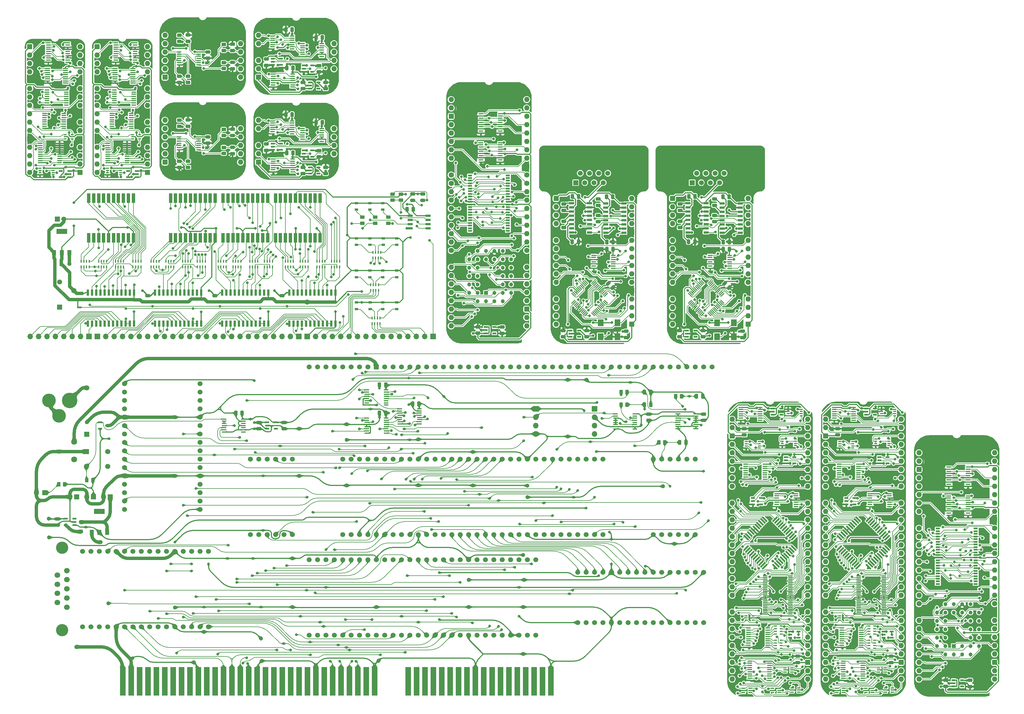
<source format=gtl>
%MOIN*%
%OFA0B0*%
%FSLAX46Y46*%
%IPPOS*%
%LPD*%
%AMRoundRect*
4,1,4,
0.07874015748031496,0.11811023622047245,
0.15748031496062992,0.19685039370078741,
0.23622047244094491,0.27559055118110237,
0.31496062992125984,0.35433070866141736,
0.07874015748031496,0.11811023622047245,
0*
1,1,$1,$2,$3*
1,1,$1,$2,$3*
1,1,$1,$2,$3*
1,1,$1,$2,$3*
20,1,$1,$2,$3,$4,$5,0*
20,1,$1,$2,$3,$4,$5,0*
20,1,$1,$2,$3,$4,$5,0*
20,1,$1,$2,$3,$4,$5,0*%
%AMCOMP3*
4,1,3,
-0.00984251968503937,-0.018700787401574805,
0.00984251968503937,-0.018700787401574805,
0.00984251968503937,0.018700787401574805,
-0.00984251968503937,0.018700787401574805,
0*
4,1,19,
-0.00984251968503937,-0.0088582677165354329,
-0.00680101383489225,-0.0093399949183547871,
-0.0040572317687748707,-0.010738021708907997,
-0.0018797539923725646,-0.012915499485310303,
-0.00048172720181935506,-0.015659281551427682,
0,-0.018700787401574805,
-0.00048172720181935392,-0.021742293251721924,
-0.0018797539923725646,-0.0244860753178393,
-0.00405723176877487,-0.026663553094241611,
-0.00680101383489225,-0.02806157988479482,
-0.00984251968503937,-0.028543307086614175,
-0.012884025535186494,-0.02806157988479482,
-0.015627807601303868,-0.026663553094241611,
-0.017805285377706176,-0.024486075317839306,
-0.019203312168259386,-0.021742293251721924,
-0.01968503937007874,-0.018700787401574805,
-0.019203312168259386,-0.015659281551427685,
-0.017805285377706176,-0.012915499485310306,
-0.015627807601303872,-0.010738021708907997,
-0.012884025535186494,-0.0093399949183547871,
0*
4,1,19,
0.00984251968503937,-0.0088582677165354329,
0.012884025535186491,-0.0093399949183547871,
0.015627807601303872,-0.010738021708907997,
0.017805285377706176,-0.012915499485310303,
0.019203312168259386,-0.015659281551427682,
0.01968503937007874,-0.018700787401574805,
0.019203312168259386,-0.021742293251721924,
0.017805285377706176,-0.0244860753178393,
0.015627807601303872,-0.026663553094241611,
0.012884025535186491,-0.02806157988479482,
0.0098425196850393734,-0.028543307086614175,
0.0068010138348922481,-0.02806157988479482,
0.0040572317687748724,-0.026663553094241611,
0.0018797539923725657,-0.024486075317839306,
0.00048172720181935506,-0.021742293251721924,
0,-0.018700787401574805,
0.00048172720181935392,-0.015659281551427685,
0.0018797539923725635,-0.012915499485310306,
0.004057231768774869,-0.010738021708907997,
0.0068010138348922481,-0.0093399949183547871,
0*
4,1,19,
0.00984251968503937,0.028543307086614175,
0.012884025535186491,0.02806157988479482,
0.015627807601303872,0.026663553094241611,
0.017805285377706176,0.0244860753178393,
0.019203312168259386,0.021742293251721924,
0.01968503937007874,0.018700787401574805,
0.019203312168259386,0.015659281551427682,
0.017805285377706176,0.012915499485310306,
0.015627807601303872,0.010738021708907997,
0.012884025535186491,0.0093399949183547871,
0.0098425196850393734,0.0088582677165354329,
0.0068010138348922481,0.0093399949183547871,
0.0040572317687748724,0.010738021708907997,
0.0018797539923725657,0.012915499485310301,
0.00048172720181935506,0.015659281551427682,
0,0.0187007874015748,
0.00048172720181935392,0.02174229325172192,
0.0018797539923725635,0.0244860753178393,
0.004057231768774869,0.026663553094241611,
0.0068010138348922481,0.02806157988479482,
0*
4,1,19,
-0.00984251968503937,0.028543307086614175,
-0.00680101383489225,0.02806157988479482,
-0.0040572317687748707,0.026663553094241611,
-0.0018797539923725646,0.0244860753178393,
-0.00048172720181935506,0.021742293251721924,
0,0.018700787401574805,
-0.00048172720181935392,0.015659281551427682,
-0.0018797539923725646,0.012915499485310306,
-0.00405723176877487,0.010738021708907997,
-0.00680101383489225,0.0093399949183547871,
-0.00984251968503937,0.0088582677165354329,
-0.012884025535186494,0.0093399949183547871,
-0.015627807601303868,0.010738021708907997,
-0.017805285377706176,0.012915499485310301,
-0.019203312168259386,0.015659281551427682,
-0.01968503937007874,0.0187007874015748,
-0.019203312168259386,0.02174229325172192,
-0.017805285377706176,0.0244860753178393,
-0.015627807601303872,0.026663553094241611,
-0.012884025535186494,0.02806157988479482,
0*
4,1,3,
-0.00984251968503937,-0.028543307086614175,
-0.00984251968503937,-0.0088582677165354329,
0.00984251968503937,-0.0088582677165354329,
0.00984251968503937,-0.028543307086614175,
0*
4,1,3,
0.01968503937007874,-0.018700787401574805,
0,-0.018700787401574805,
0,0.018700787401574805,
0.01968503937007874,0.018700787401574805,
0*
4,1,3,
0.00984251968503937,0.028543307086614175,
0.00984251968503937,0.0088582677165354329,
-0.00984251968503937,0.0088582677165354329,
-0.00984251968503937,0.028543307086614175,
0*
4,1,3,
-0.01968503937007874,0.018700787401574805,
0,0.018700787401574805,
0,-0.018700787401574805,
-0.01968503937007874,-0.018700787401574805,
0*%
%AMCOMP4*
4,1,3,
0.010334645669291339,0.017716535433070866,
-0.010334645669291339,0.017716535433070866,
-0.010334645669291339,-0.017716535433070866,
0.010334645669291339,-0.017716535433070866,
0*
4,1,19,
0.010334645669291339,0.027559055118110236,
0.01337615151943846,0.027077327916290882,
0.016119933585555839,0.025679301125737672,
0.018297411361958147,0.023501823349335368,
0.019695438152511353,0.020758041283217985,
0.020177165354330708,0.017716535433070866,
0.019695438152511353,0.014675029582923748,
0.018297411361958147,0.011931247516806368,
0.016119933585555839,0.0097537697404040634,
0.01337615151943846,0.0083557429498508518,
0.010334645669291341,0.0078740157480314977,
0.0072931398191442166,0.0083557429498508518,
0.0045493577530268409,0.00975376974040406,
0.0023718799766245346,0.011931247516806368,
0.000973853186071324,0.014675029582923745,
0.00049212598425196893,0.017716535433070866,
0.000973853186071323,0.020758041283217985,
0.0023718799766245325,0.023501823349335368,
0.0045493577530268375,0.025679301125737672,
0.0072931398191442166,0.027077327916290882,
0*
4,1,19,
-0.010334645669291339,0.027559055118110236,
-0.0072931398191442192,0.027077327916290882,
-0.00454935775302684,0.025679301125737672,
-0.0023718799766245333,0.023501823349335368,
-0.000973853186071324,0.020758041283217985,
-0.00049212598425196893,0.017716535433070866,
-0.000973853186071323,0.014675029582923748,
-0.0023718799766245333,0.011931247516806368,
-0.0045493577530268392,0.0097537697404040634,
-0.0072931398191442192,0.0083557429498508518,
-0.010334645669291338,0.0078740157480314977,
-0.013376151519438462,0.0083557429498508518,
-0.016119933585555839,0.00975376974040406,
-0.018297411361958144,0.011931247516806368,
-0.019695438152511353,0.014675029582923745,
-0.020177165354330708,0.017716535433070866,
-0.019695438152511353,0.020758041283217985,
-0.018297411361958147,0.023501823349335368,
-0.016119933585555843,0.025679301125737672,
-0.013376151519438462,0.027077327916290882,
0*
4,1,19,
-0.010334645669291339,-0.0078740157480314977,
-0.0072931398191442192,-0.0083557429498508518,
-0.00454935775302684,-0.0097537697404040617,
-0.0023718799766245333,-0.011931247516806368,
-0.000973853186071324,-0.014675029582923747,
-0.00049212598425196893,-0.017716535433070866,
-0.000973853186071323,-0.020758041283217985,
-0.0023718799766245333,-0.023501823349335368,
-0.0045493577530268392,-0.025679301125737672,
-0.0072931398191442192,-0.027077327916290882,
-0.010334645669291338,-0.027559055118110236,
-0.013376151519438462,-0.027077327916290882,
-0.016119933585555839,-0.025679301125737675,
-0.018297411361958144,-0.023501823349335368,
-0.019695438152511353,-0.020758041283217992,
-0.020177165354330708,-0.017716535433070869,
-0.019695438152511353,-0.014675029582923748,
-0.018297411361958147,-0.011931247516806369,
-0.016119933585555843,-0.0097537697404040634,
-0.013376151519438462,-0.0083557429498508518,
0*
4,1,19,
0.010334645669291339,-0.0078740157480314977,
0.01337615151943846,-0.0083557429498508518,
0.016119933585555839,-0.0097537697404040617,
0.018297411361958147,-0.011931247516806368,
0.019695438152511353,-0.014675029582923747,
0.020177165354330708,-0.017716535433070866,
0.019695438152511353,-0.020758041283217985,
0.018297411361958147,-0.023501823349335368,
0.016119933585555839,-0.025679301125737672,
0.01337615151943846,-0.027077327916290882,
0.010334645669291341,-0.027559055118110236,
0.0072931398191442166,-0.027077327916290882,
0.0045493577530268409,-0.025679301125737675,
0.0023718799766245346,-0.023501823349335368,
0.000973853186071324,-0.020758041283217992,
0.00049212598425196893,-0.017716535433070869,
0.000973853186071323,-0.014675029582923748,
0.0023718799766245325,-0.011931247516806369,
0.0045493577530268375,-0.0097537697404040634,
0.0072931398191442166,-0.0083557429498508518,
0*
4,1,3,
0.010334645669291339,0.027559055118110236,
0.010334645669291339,0.0078740157480314977,
-0.010334645669291339,0.0078740157480314977,
-0.010334645669291339,0.027559055118110236,
0*
4,1,3,
-0.020177165354330708,0.017716535433070866,
-0.00049212598425196893,0.017716535433070866,
-0.00049212598425196893,-0.017716535433070866,
-0.020177165354330708,-0.017716535433070866,
0*
4,1,3,
-0.010334645669291339,-0.027559055118110236,
-0.010334645669291339,-0.0078740157480314977,
0.010334645669291339,-0.0078740157480314977,
0.010334645669291339,-0.027559055118110236,
0*
4,1,3,
0.020177165354330708,-0.017716535433070866,
0.00049212598425196893,-0.017716535433070866,
0.00049212598425196893,0.017716535433070866,
0.020177165354330708,0.017716535433070866,
0*%
%AMCOMP5*
4,1,3,
-0.015748031496062995,-0.015748031496062995,
0.015748031496062995,-0.015748031496062995,
0.015748031496062995,0.015748031496062995,
-0.015748031496062995,0.015748031496062995,
0*
4,1,19,
-0.015748031496062995,0,
-0.010881622135827601,-0.00077076352291096848,
-0.0064915708300397942,-0.0030076063877961024,
-0.0030076063877961024,-0.0064915708300397942,
-0.00077076352291096848,-0.010881622135827601,
0,-0.015748031496062995,
-0.00077076352291096631,-0.020614440856298388,
-0.0030076063877961024,-0.025004492162086195,
-0.0064915708300397924,-0.02848845660432988,
-0.0108816221358276,-0.030725299469215022,
-0.015748031496062992,-0.031496062992125991,
-0.020614440856298391,-0.030725299469215022,
-0.025004492162086195,-0.028488456604329887,
-0.02848845660432988,-0.0250044921620862,
-0.030725299469215022,-0.020614440856298391,
-0.031496062992125991,-0.015748031496062995,
-0.030725299469215022,-0.010881622135827603,
-0.028488456604329887,-0.0064915708300397976,
-0.0250044921620862,-0.0030076063877961046,
-0.020614440856298391,-0.00077076352291096848,
0*
4,1,19,
0.015748031496062995,0,
0.020614440856298388,-0.00077076352291096848,
0.025004492162086195,-0.0030076063877961024,
0.028488456604329887,-0.0064915708300397942,
0.030725299469215022,-0.010881622135827601,
0.031496062992125991,-0.015748031496062995,
0.030725299469215022,-0.020614440856298388,
0.028488456604329887,-0.025004492162086195,
0.0250044921620862,-0.02848845660432988,
0.020614440856298388,-0.030725299469215022,
0.015748031496062995,-0.031496062992125991,
0.010881622135827598,-0.030725299469215022,
0.006491570830039795,-0.028488456604329887,
0.0030076063877961046,-0.0250044921620862,
0.00077076352291096848,-0.020614440856298391,
0,-0.015748031496062995,
0.00077076352291096631,-0.010881622135827603,
0.0030076063877961024,-0.0064915708300397976,
0.00649157083003979,-0.0030076063877961046,
0.010881622135827598,-0.00077076352291096848,
0*
4,1,19,
0.015748031496062995,0.031496062992125991,
0.020614440856298388,0.030725299469215022,
0.025004492162086195,0.028488456604329887,
0.028488456604329887,0.025004492162086195,
0.030725299469215022,0.020614440856298388,
0.031496062992125991,0.015748031496062995,
0.030725299469215022,0.010881622135827601,
0.028488456604329887,0.006491570830039795,
0.0250044921620862,0.0030076063877961046,
0.020614440856298388,0.00077076352291096848,
0.015748031496062995,0,
0.010881622135827598,0.00077076352291096848,
0.006491570830039795,0.0030076063877961024,
0.0030076063877961046,0.0064915708300397924,
0.00077076352291096848,0.0108816221358276,
0,0.015748031496062992,
0.00077076352291096631,0.020614440856298388,
0.0030076063877961024,0.025004492162086188,
0.00649157083003979,0.02848845660432988,
0.010881622135827598,0.030725299469215022,
0*
4,1,19,
-0.015748031496062995,0.031496062992125991,
-0.010881622135827601,0.030725299469215022,
-0.0064915708300397942,0.028488456604329887,
-0.0030076063877961024,0.025004492162086195,
-0.00077076352291096848,0.020614440856298388,
0,0.015748031496062995,
-0.00077076352291096631,0.010881622135827601,
-0.0030076063877961024,0.006491570830039795,
-0.0064915708300397924,0.0030076063877961046,
-0.0108816221358276,0.00077076352291096848,
-0.015748031496062992,0,
-0.020614440856298391,0.00077076352291096848,
-0.025004492162086195,0.0030076063877961024,
-0.02848845660432988,0.0064915708300397924,
-0.030725299469215022,0.0108816221358276,
-0.031496062992125991,0.015748031496062992,
-0.030725299469215022,0.020614440856298388,
-0.028488456604329887,0.025004492162086188,
-0.0250044921620862,0.02848845660432988,
-0.020614440856298391,0.030725299469215022,
0*
4,1,3,
-0.015748031496062995,-0.031496062992125991,
-0.015748031496062995,0,
0.015748031496062995,0,
0.015748031496062995,-0.031496062992125991,
0*
4,1,3,
0.031496062992125991,-0.015748031496062995,
0,-0.015748031496062995,
0,0.015748031496062995,
0.031496062992125991,0.015748031496062995,
0*
4,1,3,
0.015748031496062995,0.031496062992125991,
0.015748031496062995,0,
-0.015748031496062995,0,
-0.015748031496062995,0.031496062992125991,
0*
4,1,3,
-0.031496062992125991,0.015748031496062995,
0,0.015748031496062995,
0,-0.015748031496062995,
-0.031496062992125991,-0.015748031496062995,
0*%
%AMCOMP6*
4,1,3,
-0.010334645669291339,-0.017716535433070866,
0.010334645669291339,-0.017716535433070866,
0.010334645669291339,0.017716535433070866,
-0.010334645669291339,0.017716535433070866,
0*
4,1,19,
-0.010334645669291339,-0.0078740157480314977,
-0.0072931398191442192,-0.0083557429498508518,
-0.00454935775302684,-0.0097537697404040617,
-0.0023718799766245333,-0.011931247516806368,
-0.000973853186071324,-0.014675029582923747,
-0.00049212598425196893,-0.017716535433070866,
-0.000973853186071323,-0.020758041283217985,
-0.0023718799766245333,-0.023501823349335368,
-0.0045493577530268392,-0.025679301125737672,
-0.0072931398191442192,-0.027077327916290882,
-0.010334645669291338,-0.027559055118110236,
-0.013376151519438462,-0.027077327916290882,
-0.016119933585555839,-0.025679301125737675,
-0.018297411361958144,-0.023501823349335368,
-0.019695438152511353,-0.020758041283217992,
-0.020177165354330708,-0.017716535433070869,
-0.019695438152511353,-0.014675029582923748,
-0.018297411361958147,-0.011931247516806369,
-0.016119933585555843,-0.0097537697404040634,
-0.013376151519438462,-0.0083557429498508518,
0*
4,1,19,
0.010334645669291339,-0.0078740157480314977,
0.01337615151943846,-0.0083557429498508518,
0.016119933585555839,-0.0097537697404040617,
0.018297411361958147,-0.011931247516806368,
0.019695438152511353,-0.014675029582923747,
0.020177165354330708,-0.017716535433070866,
0.019695438152511353,-0.020758041283217985,
0.018297411361958147,-0.023501823349335368,
0.016119933585555839,-0.025679301125737672,
0.01337615151943846,-0.027077327916290882,
0.010334645669291341,-0.027559055118110236,
0.0072931398191442166,-0.027077327916290882,
0.0045493577530268409,-0.025679301125737675,
0.0023718799766245346,-0.023501823349335368,
0.000973853186071324,-0.020758041283217992,
0.00049212598425196893,-0.017716535433070869,
0.000973853186071323,-0.014675029582923748,
0.0023718799766245325,-0.011931247516806369,
0.0045493577530268375,-0.0097537697404040634,
0.0072931398191442166,-0.0083557429498508518,
0*
4,1,19,
0.010334645669291339,0.027559055118110236,
0.01337615151943846,0.027077327916290882,
0.016119933585555839,0.025679301125737672,
0.018297411361958147,0.023501823349335368,
0.019695438152511353,0.020758041283217985,
0.020177165354330708,0.017716535433070866,
0.019695438152511353,0.014675029582923748,
0.018297411361958147,0.011931247516806368,
0.016119933585555839,0.0097537697404040634,
0.01337615151943846,0.0083557429498508518,
0.010334645669291341,0.0078740157480314977,
0.0072931398191442166,0.0083557429498508518,
0.0045493577530268409,0.00975376974040406,
0.0023718799766245346,0.011931247516806368,
0.000973853186071324,0.014675029582923745,
0.00049212598425196893,0.017716535433070866,
0.000973853186071323,0.020758041283217985,
0.0023718799766245325,0.023501823349335368,
0.0045493577530268375,0.025679301125737672,
0.0072931398191442166,0.027077327916290882,
0*
4,1,19,
-0.010334645669291339,0.027559055118110236,
-0.0072931398191442192,0.027077327916290882,
-0.00454935775302684,0.025679301125737672,
-0.0023718799766245333,0.023501823349335368,
-0.000973853186071324,0.020758041283217985,
-0.00049212598425196893,0.017716535433070866,
-0.000973853186071323,0.014675029582923748,
-0.0023718799766245333,0.011931247516806368,
-0.0045493577530268392,0.0097537697404040634,
-0.0072931398191442192,0.0083557429498508518,
-0.010334645669291338,0.0078740157480314977,
-0.013376151519438462,0.0083557429498508518,
-0.016119933585555839,0.00975376974040406,
-0.018297411361958144,0.011931247516806368,
-0.019695438152511353,0.014675029582923745,
-0.020177165354330708,0.017716535433070866,
-0.019695438152511353,0.020758041283217985,
-0.018297411361958147,0.023501823349335368,
-0.016119933585555843,0.025679301125737672,
-0.013376151519438462,0.027077327916290882,
0*
4,1,3,
-0.010334645669291339,-0.027559055118110236,
-0.010334645669291339,-0.0078740157480314977,
0.010334645669291339,-0.0078740157480314977,
0.010334645669291339,-0.027559055118110236,
0*
4,1,3,
0.020177165354330708,-0.017716535433070866,
0.00049212598425196893,-0.017716535433070866,
0.00049212598425196893,0.017716535433070866,
0.020177165354330708,0.017716535433070866,
0*
4,1,3,
0.010334645669291339,0.027559055118110236,
0.010334645669291339,0.0078740157480314977,
-0.010334645669291339,0.0078740157480314977,
-0.010334645669291339,0.027559055118110236,
0*
4,1,3,
-0.020177165354330708,0.017716535433070866,
-0.00049212598425196893,0.017716535433070866,
-0.00049212598425196893,-0.017716535433070866,
-0.020177165354330708,-0.017716535433070866,
0*%
%AMCOMP7*
4,1,3,
-0.018700787401574805,0.00984251968503937,
-0.018700787401574805,-0.00984251968503937,
0.018700787401574805,-0.00984251968503937,
0.018700787401574805,0.00984251968503937,
0*
4,1,19,
-0.018700787401574805,0.01968503937007874,
-0.015659281551427682,0.019203312168259386,
-0.012915499485310303,0.017805285377706176,
-0.010738021708907997,0.015627807601303872,
-0.0093399949183547871,0.012884025535186491,
-0.0088582677165354329,0.00984251968503937,
-0.0093399949183547871,0.0068010138348922507,
-0.010738021708907997,0.0040572317687748724,
-0.012915499485310301,0.0018797539923725657,
-0.015659281551427682,0.00048172720181935506,
-0.0187007874015748,0,
-0.021742293251721927,0.00048172720181935506,
-0.0244860753178393,0.0018797539923725635,
-0.026663553094241611,0.00405723176877487,
-0.02806157988479482,0.0068010138348922489,
-0.028543307086614175,0.0098425196850393682,
-0.02806157988479482,0.012884025535186489,
-0.026663553094241611,0.015627807601303868,
-0.024486075317839306,0.017805285377706176,
-0.021742293251721924,0.019203312168259386,
0*
4,1,19,
-0.018700787401574805,0,
-0.015659281551427682,-0.00048172720181935506,
-0.012915499485310303,-0.0018797539923725646,
-0.010738021708907997,-0.0040572317687748707,
-0.0093399949183547871,-0.00680101383489225,
-0.0088582677165354329,-0.00984251968503937,
-0.0093399949183547871,-0.012884025535186491,
-0.010738021708907997,-0.015627807601303868,
-0.012915499485310301,-0.017805285377706176,
-0.015659281551427682,-0.019203312168259386,
-0.0187007874015748,-0.01968503937007874,
-0.021742293251721927,-0.019203312168259386,
-0.0244860753178393,-0.017805285377706176,
-0.026663553094241611,-0.015627807601303872,
-0.02806157988479482,-0.012884025535186491,
-0.028543307086614175,-0.0098425196850393734,
-0.02806157988479482,-0.0068010138348922524,
-0.026663553094241611,-0.0040572317687748733,
-0.024486075317839306,-0.0018797539923725657,
-0.021742293251721924,-0.00048172720181935506,
0*
4,1,19,
0.018700787401574805,0,
0.021742293251721924,-0.00048172720181935506,
0.0244860753178393,-0.0018797539923725646,
0.026663553094241611,-0.0040572317687748707,
0.02806157988479482,-0.00680101383489225,
0.028543307086614175,-0.00984251968503937,
0.02806157988479482,-0.012884025535186491,
0.026663553094241611,-0.015627807601303868,
0.024486075317839306,-0.017805285377706176,
0.021742293251721924,-0.019203312168259386,
0.018700787401574805,-0.01968503937007874,
0.015659281551427682,-0.019203312168259386,
0.012915499485310306,-0.017805285377706176,
0.010738021708907997,-0.015627807601303872,
0.0093399949183547871,-0.012884025535186491,
0.0088582677165354329,-0.0098425196850393734,
0.0093399949183547871,-0.0068010138348922524,
0.010738021708907997,-0.0040572317687748733,
0.012915499485310301,-0.0018797539923725657,
0.015659281551427682,-0.00048172720181935506,
0*
4,1,19,
0.018700787401574805,0.01968503937007874,
0.021742293251721924,0.019203312168259386,
0.0244860753178393,0.017805285377706176,
0.026663553094241611,0.015627807601303872,
0.02806157988479482,0.012884025535186491,
0.028543307086614175,0.00984251968503937,
0.02806157988479482,0.0068010138348922507,
0.026663553094241611,0.0040572317687748724,
0.024486075317839306,0.0018797539923725657,
0.021742293251721924,0.00048172720181935506,
0.018700787401574805,0,
0.015659281551427682,0.00048172720181935506,
0.012915499485310306,0.0018797539923725635,
0.010738021708907997,0.00405723176877487,
0.0093399949183547871,0.0068010138348922489,
0.0088582677165354329,0.0098425196850393682,
0.0093399949183547871,0.012884025535186489,
0.010738021708907997,0.015627807601303868,
0.012915499485310301,0.017805285377706176,
0.015659281551427682,0.019203312168259386,
0*
4,1,3,
-0.028543307086614175,0.00984251968503937,
-0.0088582677165354329,0.00984251968503937,
-0.0088582677165354329,-0.00984251968503937,
-0.028543307086614175,-0.00984251968503937,
0*
4,1,3,
-0.018700787401574805,-0.01968503937007874,
-0.018700787401574805,0,
0.018700787401574805,0,
0.018700787401574805,-0.01968503937007874,
0*
4,1,3,
0.028543307086614175,-0.00984251968503937,
0.0088582677165354329,-0.00984251968503937,
0.0088582677165354329,0.00984251968503937,
0.028543307086614175,0.00984251968503937,
0*
4,1,3,
0.018700787401574805,0.01968503937007874,
0.018700787401574805,0,
-0.018700787401574805,0,
-0.018700787401574805,0.01968503937007874,
0*%
%AMCOMP8*
4,1,3,
0.00984251968503937,0.018700787401574805,
-0.00984251968503937,0.018700787401574805,
-0.00984251968503937,-0.018700787401574805,
0.00984251968503937,-0.018700787401574805,
0*
4,1,19,
0.00984251968503937,0.028543307086614175,
0.012884025535186491,0.02806157988479482,
0.015627807601303872,0.026663553094241611,
0.017805285377706176,0.0244860753178393,
0.019203312168259386,0.021742293251721924,
0.01968503937007874,0.018700787401574805,
0.019203312168259386,0.015659281551427682,
0.017805285377706176,0.012915499485310306,
0.015627807601303872,0.010738021708907997,
0.012884025535186491,0.0093399949183547871,
0.0098425196850393734,0.0088582677165354329,
0.0068010138348922481,0.0093399949183547871,
0.0040572317687748724,0.010738021708907997,
0.0018797539923725657,0.012915499485310301,
0.00048172720181935506,0.015659281551427682,
0,0.0187007874015748,
0.00048172720181935392,0.02174229325172192,
0.0018797539923725635,0.0244860753178393,
0.004057231768774869,0.026663553094241611,
0.0068010138348922481,0.02806157988479482,
0*
4,1,19,
-0.00984251968503937,0.028543307086614175,
-0.00680101383489225,0.02806157988479482,
-0.0040572317687748707,0.026663553094241611,
-0.0018797539923725646,0.0244860753178393,
-0.00048172720181935506,0.021742293251721924,
0,0.018700787401574805,
-0.00048172720181935392,0.015659281551427682,
-0.0018797539923725646,0.012915499485310306,
-0.00405723176877487,0.010738021708907997,
-0.00680101383489225,0.0093399949183547871,
-0.00984251968503937,0.0088582677165354329,
-0.012884025535186494,0.0093399949183547871,
-0.015627807601303868,0.010738021708907997,
-0.017805285377706176,0.012915499485310301,
-0.019203312168259386,0.015659281551427682,
-0.01968503937007874,0.0187007874015748,
-0.019203312168259386,0.02174229325172192,
-0.017805285377706176,0.0244860753178393,
-0.015627807601303872,0.026663553094241611,
-0.012884025535186494,0.02806157988479482,
0*
4,1,19,
-0.00984251968503937,-0.0088582677165354329,
-0.00680101383489225,-0.0093399949183547871,
-0.0040572317687748707,-0.010738021708907997,
-0.0018797539923725646,-0.012915499485310303,
-0.00048172720181935506,-0.015659281551427682,
0,-0.018700787401574805,
-0.00048172720181935392,-0.021742293251721924,
-0.0018797539923725646,-0.0244860753178393,
-0.00405723176877487,-0.026663553094241611,
-0.00680101383489225,-0.02806157988479482,
-0.00984251968503937,-0.028543307086614175,
-0.012884025535186494,-0.02806157988479482,
-0.015627807601303868,-0.026663553094241611,
-0.017805285377706176,-0.024486075317839306,
-0.019203312168259386,-0.021742293251721924,
-0.01968503937007874,-0.018700787401574805,
-0.019203312168259386,-0.015659281551427685,
-0.017805285377706176,-0.012915499485310306,
-0.015627807601303872,-0.010738021708907997,
-0.012884025535186494,-0.0093399949183547871,
0*
4,1,19,
0.00984251968503937,-0.0088582677165354329,
0.012884025535186491,-0.0093399949183547871,
0.015627807601303872,-0.010738021708907997,
0.017805285377706176,-0.012915499485310303,
0.019203312168259386,-0.015659281551427682,
0.01968503937007874,-0.018700787401574805,
0.019203312168259386,-0.021742293251721924,
0.017805285377706176,-0.0244860753178393,
0.015627807601303872,-0.026663553094241611,
0.012884025535186491,-0.02806157988479482,
0.0098425196850393734,-0.028543307086614175,
0.0068010138348922481,-0.02806157988479482,
0.0040572317687748724,-0.026663553094241611,
0.0018797539923725657,-0.024486075317839306,
0.00048172720181935506,-0.021742293251721924,
0,-0.018700787401574805,
0.00048172720181935392,-0.015659281551427685,
0.0018797539923725635,-0.012915499485310306,
0.004057231768774869,-0.010738021708907997,
0.0068010138348922481,-0.0093399949183547871,
0*
4,1,3,
0.00984251968503937,0.028543307086614175,
0.00984251968503937,0.0088582677165354329,
-0.00984251968503937,0.0088582677165354329,
-0.00984251968503937,0.028543307086614175,
0*
4,1,3,
-0.01968503937007874,0.018700787401574805,
0,0.018700787401574805,
0,-0.018700787401574805,
-0.01968503937007874,-0.018700787401574805,
0*
4,1,3,
-0.00984251968503937,-0.028543307086614175,
-0.00984251968503937,-0.0088582677165354329,
0.00984251968503937,-0.0088582677165354329,
0.00984251968503937,-0.028543307086614175,
0*
4,1,3,
0.01968503937007874,-0.018700787401574805,
0,-0.018700787401574805,
0,0.018700787401574805,
0.01968503937007874,0.018700787401574805,
0*%
%AMRoundRect0*
4,1,4,
0.07874015748031496,0.11811023622047245,
0.15748031496062992,0.19685039370078741,
0.23622047244094491,0.27559055118110237,
0.31496062992125984,0.35433070866141736,
0.07874015748031496,0.11811023622047245,
0*
1,1,$1,$2,$3*
1,1,$1,$2,$3*
1,1,$1,$2,$3*
1,1,$1,$2,$3*
20,1,$1,$2,$3,$4,$5,0*
20,1,$1,$2,$3,$4,$5,0*
20,1,$1,$2,$3,$4,$5,0*
20,1,$1,$2,$3,$4,$5,0*%
%AMCOMP260*
4,1,3,
0.018700787401574805,-0.00984251968503937,
0.018700787401574805,0.00984251968503937,
-0.018700787401574805,0.00984251968503937,
-0.018700787401574805,-0.00984251968503937,
0*
4,1,19,
0.018700787401574805,0,
0.021742293251721924,-0.00048172720181935506,
0.0244860753178393,-0.0018797539923725646,
0.026663553094241611,-0.0040572317687748707,
0.02806157988479482,-0.00680101383489225,
0.028543307086614175,-0.00984251968503937,
0.02806157988479482,-0.012884025535186491,
0.026663553094241611,-0.015627807601303868,
0.024486075317839306,-0.017805285377706176,
0.021742293251721924,-0.019203312168259386,
0.018700787401574805,-0.01968503937007874,
0.015659281551427682,-0.019203312168259386,
0.012915499485310306,-0.017805285377706176,
0.010738021708907997,-0.015627807601303872,
0.0093399949183547871,-0.012884025535186491,
0.0088582677165354329,-0.0098425196850393734,
0.0093399949183547871,-0.0068010138348922524,
0.010738021708907997,-0.0040572317687748733,
0.012915499485310301,-0.0018797539923725657,
0.015659281551427682,-0.00048172720181935506,
0*
4,1,19,
0.018700787401574805,0.01968503937007874,
0.021742293251721924,0.019203312168259386,
0.0244860753178393,0.017805285377706176,
0.026663553094241611,0.015627807601303872,
0.02806157988479482,0.012884025535186491,
0.028543307086614175,0.00984251968503937,
0.02806157988479482,0.0068010138348922507,
0.026663553094241611,0.0040572317687748724,
0.024486075317839306,0.0018797539923725657,
0.021742293251721924,0.00048172720181935506,
0.018700787401574805,0,
0.015659281551427682,0.00048172720181935506,
0.012915499485310306,0.0018797539923725635,
0.010738021708907997,0.00405723176877487,
0.0093399949183547871,0.0068010138348922489,
0.0088582677165354329,0.0098425196850393682,
0.0093399949183547871,0.012884025535186489,
0.010738021708907997,0.015627807601303868,
0.012915499485310301,0.017805285377706176,
0.015659281551427682,0.019203312168259386,
0*
4,1,19,
-0.018700787401574805,0.01968503937007874,
-0.015659281551427682,0.019203312168259386,
-0.012915499485310303,0.017805285377706176,
-0.010738021708907997,0.015627807601303872,
-0.0093399949183547871,0.012884025535186491,
-0.0088582677165354329,0.00984251968503937,
-0.0093399949183547871,0.0068010138348922507,
-0.010738021708907997,0.0040572317687748724,
-0.012915499485310301,0.0018797539923725657,
-0.015659281551427682,0.00048172720181935506,
-0.0187007874015748,0,
-0.021742293251721927,0.00048172720181935506,
-0.0244860753178393,0.0018797539923725635,
-0.026663553094241611,0.00405723176877487,
-0.02806157988479482,0.0068010138348922489,
-0.028543307086614175,0.0098425196850393682,
-0.02806157988479482,0.012884025535186489,
-0.026663553094241611,0.015627807601303868,
-0.024486075317839306,0.017805285377706176,
-0.021742293251721924,0.019203312168259386,
0*
4,1,19,
-0.018700787401574805,0,
-0.015659281551427682,-0.00048172720181935506,
-0.012915499485310303,-0.0018797539923725646,
-0.010738021708907997,-0.0040572317687748707,
-0.0093399949183547871,-0.00680101383489225,
-0.0088582677165354329,-0.00984251968503937,
-0.0093399949183547871,-0.012884025535186491,
-0.010738021708907997,-0.015627807601303868,
-0.012915499485310301,-0.017805285377706176,
-0.015659281551427682,-0.019203312168259386,
-0.0187007874015748,-0.01968503937007874,
-0.021742293251721927,-0.019203312168259386,
-0.0244860753178393,-0.017805285377706176,
-0.026663553094241611,-0.015627807601303872,
-0.02806157988479482,-0.012884025535186491,
-0.028543307086614175,-0.0098425196850393734,
-0.02806157988479482,-0.0068010138348922524,
-0.026663553094241611,-0.0040572317687748733,
-0.024486075317839306,-0.0018797539923725657,
-0.021742293251721924,-0.00048172720181935506,
0*
4,1,3,
0.028543307086614175,-0.00984251968503937,
0.0088582677165354329,-0.00984251968503937,
0.0088582677165354329,0.00984251968503937,
0.028543307086614175,0.00984251968503937,
0*
4,1,3,
0.018700787401574805,0.01968503937007874,
0.018700787401574805,0,
-0.018700787401574805,0,
-0.018700787401574805,0.01968503937007874,
0*
4,1,3,
-0.028543307086614175,0.00984251968503937,
-0.0088582677165354329,0.00984251968503937,
-0.0088582677165354329,-0.00984251968503937,
-0.028543307086614175,-0.00984251968503937,
0*
4,1,3,
-0.018700787401574805,-0.01968503937007874,
-0.018700787401574805,0,
0.018700787401574805,0,
0.018700787401574805,-0.01968503937007874,
0*%
%AMCOMP270*
4,1,3,
-0.015748031496062995,-0.015748031496062995,
0.015748031496062995,-0.015748031496062995,
0.015748031496062995,0.015748031496062995,
-0.015748031496062995,0.015748031496062995,
0*
4,1,19,
-0.015748031496062995,0,
-0.010881622135827601,-0.00077076352291096848,
-0.0064915708300397942,-0.0030076063877961024,
-0.0030076063877961024,-0.0064915708300397942,
-0.00077076352291096848,-0.010881622135827601,
0,-0.015748031496062995,
-0.00077076352291096631,-0.020614440856298388,
-0.0030076063877961024,-0.025004492162086195,
-0.0064915708300397924,-0.02848845660432988,
-0.0108816221358276,-0.030725299469215022,
-0.015748031496062992,-0.031496062992125991,
-0.020614440856298391,-0.030725299469215022,
-0.025004492162086195,-0.028488456604329887,
-0.02848845660432988,-0.0250044921620862,
-0.030725299469215022,-0.020614440856298391,
-0.031496062992125991,-0.015748031496062995,
-0.030725299469215022,-0.010881622135827603,
-0.028488456604329887,-0.0064915708300397976,
-0.0250044921620862,-0.0030076063877961046,
-0.020614440856298391,-0.00077076352291096848,
0*
4,1,19,
0.015748031496062995,0,
0.020614440856298388,-0.00077076352291096848,
0.025004492162086195,-0.0030076063877961024,
0.028488456604329887,-0.0064915708300397942,
0.030725299469215022,-0.010881622135827601,
0.031496062992125991,-0.015748031496062995,
0.030725299469215022,-0.020614440856298388,
0.028488456604329887,-0.025004492162086195,
0.0250044921620862,-0.02848845660432988,
0.020614440856298388,-0.030725299469215022,
0.015748031496062995,-0.031496062992125991,
0.010881622135827598,-0.030725299469215022,
0.006491570830039795,-0.028488456604329887,
0.0030076063877961046,-0.0250044921620862,
0.00077076352291096848,-0.020614440856298391,
0,-0.015748031496062995,
0.00077076352291096631,-0.010881622135827603,
0.0030076063877961024,-0.0064915708300397976,
0.00649157083003979,-0.0030076063877961046,
0.010881622135827598,-0.00077076352291096848,
0*
4,1,19,
0.015748031496062995,0.031496062992125991,
0.020614440856298388,0.030725299469215022,
0.025004492162086195,0.028488456604329887,
0.028488456604329887,0.025004492162086195,
0.030725299469215022,0.020614440856298388,
0.031496062992125991,0.015748031496062995,
0.030725299469215022,0.010881622135827601,
0.028488456604329887,0.006491570830039795,
0.0250044921620862,0.0030076063877961046,
0.020614440856298388,0.00077076352291096848,
0.015748031496062995,0,
0.010881622135827598,0.00077076352291096848,
0.006491570830039795,0.0030076063877961024,
0.0030076063877961046,0.0064915708300397924,
0.00077076352291096848,0.0108816221358276,
0,0.015748031496062992,
0.00077076352291096631,0.020614440856298388,
0.0030076063877961024,0.025004492162086188,
0.00649157083003979,0.02848845660432988,
0.010881622135827598,0.030725299469215022,
0*
4,1,19,
-0.015748031496062995,0.031496062992125991,
-0.010881622135827601,0.030725299469215022,
-0.0064915708300397942,0.028488456604329887,
-0.0030076063877961024,0.025004492162086195,
-0.00077076352291096848,0.020614440856298388,
0,0.015748031496062995,
-0.00077076352291096631,0.010881622135827601,
-0.0030076063877961024,0.006491570830039795,
-0.0064915708300397924,0.0030076063877961046,
-0.0108816221358276,0.00077076352291096848,
-0.015748031496062992,0,
-0.020614440856298391,0.00077076352291096848,
-0.025004492162086195,0.0030076063877961024,
-0.02848845660432988,0.0064915708300397924,
-0.030725299469215022,0.0108816221358276,
-0.031496062992125991,0.015748031496062992,
-0.030725299469215022,0.020614440856298388,
-0.028488456604329887,0.025004492162086188,
-0.0250044921620862,0.02848845660432988,
-0.020614440856298391,0.030725299469215022,
0*
4,1,3,
-0.015748031496062995,-0.031496062992125991,
-0.015748031496062995,0,
0.015748031496062995,0,
0.015748031496062995,-0.031496062992125991,
0*
4,1,3,
0.031496062992125991,-0.015748031496062995,
0,-0.015748031496062995,
0,0.015748031496062995,
0.031496062992125991,0.015748031496062995,
0*
4,1,3,
0.015748031496062995,0.031496062992125991,
0.015748031496062995,0,
-0.015748031496062995,0,
-0.015748031496062995,0.031496062992125991,
0*
4,1,3,
-0.031496062992125991,0.015748031496062995,
0,0.015748031496062995,
0,-0.015748031496062995,
-0.031496062992125991,-0.015748031496062995,
0*%
%AMCOMP280*
4,1,3,
-0.021575118110236224,0.029230787401574802,
-0.029230787401574802,0.021575118110236224,
0.021575118110236224,-0.029230787401574802,
0.029230787401574802,-0.021575118110236224,
0*
4,1,19,
-0.021575118110236224,0.034644173228346453,
-0.019902289892655307,0.034379223267345813,
-0.018393209756290749,0.033610308532541544,
-0.017195596979269478,0.032412695755520277,
-0.016426682244465217,0.030903615619155719,
-0.016161732283464569,0.029230787401574802,
-0.016426682244465213,0.027557959183993886,
-0.017195596979269478,0.026048879047629328,
-0.018393209756290746,0.024851266270608061,
-0.019902289892655307,0.024082351535803796,
-0.021575118110236224,0.023817401574803151,
-0.023247946327817143,0.024082351535803796,
-0.024757026464181698,0.024851266270608061,
-0.025954639241202965,0.026048879047629328,
-0.02672355397600723,0.027557959183993886,
-0.026988503937007875,0.029230787401574802,
-0.02672355397600723,0.030903615619155719,
-0.025954639241202965,0.032412695755520277,
-0.024757026464181698,0.033610308532541544,
-0.02324794632781714,0.034379223267345813,
0*
4,1,19,
-0.029230787401574802,0.026988503937007875,
-0.027557959183993886,0.02672355397600723,
-0.026048879047629328,0.025954639241202965,
-0.024851266270608061,0.024757026464181698,
-0.024082351535803796,0.02324794632781714,
-0.023817401574803151,0.021575118110236224,
-0.024082351535803796,0.019902289892655307,
-0.024851266270608061,0.018393209756290749,
-0.026048879047629328,0.017195596979269482,
-0.027557959183993886,0.016426682244465217,
-0.029230787401574802,0.016161732283464569,
-0.030903615619155722,0.016426682244465217,
-0.032412695755520277,0.017195596979269478,
-0.033610308532541544,0.018393209756290746,
-0.034379223267345813,0.019902289892655307,
-0.034644173228346453,0.021575118110236224,
-0.034379223267345813,0.02324794632781714,
-0.033610308532541544,0.024757026464181698,
-0.032412695755520277,0.025954639241202965,
-0.030903615619155719,0.02672355397600723,
0*
4,1,19,
0.021575118110236224,-0.023817401574803151,
0.02324794632781714,-0.024082351535803796,
0.024757026464181698,-0.024851266270608061,
0.025954639241202965,-0.026048879047629328,
0.02672355397600723,-0.027557959183993886,
0.026988503937007875,-0.029230787401574802,
0.02672355397600723,-0.030903615619155719,
0.025954639241202965,-0.032412695755520277,
0.024757026464181698,-0.033610308532541544,
0.02324794632781714,-0.034379223267345813,
0.021575118110236224,-0.034644173228346453,
0.019902289892655304,-0.034379223267345813,
0.018393209756290749,-0.033610308532541544,
0.017195596979269482,-0.032412695755520277,
0.016426682244465217,-0.030903615619155719,
0.016161732283464569,-0.029230787401574802,
0.016426682244465213,-0.027557959183993886,
0.017195596979269478,-0.026048879047629328,
0.018393209756290746,-0.024851266270608061,
0.019902289892655307,-0.024082351535803796,
0*
4,1,19,
0.029230787401574802,-0.016161732283464569,
0.030903615619155719,-0.016426682244465217,
0.032412695755520277,-0.017195596979269478,
0.033610308532541544,-0.018393209756290749,
0.034379223267345813,-0.019902289892655307,
0.034644173228346453,-0.021575118110236224,
0.034379223267345813,-0.02324794632781714,
0.033610308532541544,-0.024757026464181698,
0.032412695755520277,-0.025954639241202965,
0.030903615619155719,-0.02672355397600723,
0.029230787401574802,-0.026988503937007875,
0.027557959183993883,-0.02672355397600723,
0.026048879047629328,-0.025954639241202965,
0.024851266270608061,-0.024757026464181698,
0.024082351535803796,-0.02324794632781714,
0.023817401574803151,-0.021575118110236224,
0.024082351535803796,-0.019902289892655307,
0.024851266270608061,-0.018393209756290749,
0.026048879047629328,-0.017195596979269482,
0.027557959183993886,-0.016426682244465217,
0*
4,1,3,
-0.025402959937525605,0.033058629228864184,
-0.017747276282946842,0.025402945574285421,
-0.025402945574285421,0.017747276282946842,
-0.033058629228864184,0.025402959937525605,
0*
4,1,3,
-0.033058629228864184,0.017747276282946842,
-0.025402945574285421,0.025402959937525605,
0.025402959937525605,-0.025402945574285421,
0.017747276282946842,-0.033058629228864184,
0*
4,1,3,
0.025402959937525605,-0.033058629228864184,
0.017747276282946842,-0.025402945574285421,
0.025402945574285421,-0.017747276282946842,
0.033058629228864184,-0.025402959937525605,
0*
4,1,3,
0.033058629228864184,-0.017747276282946842,
0.025402945574285421,-0.025402959937525605,
-0.025402959937525605,0.025402945574285421,
-0.017747276282946842,0.033058629228864184,
0*%
%AMCOMP290*
4,1,3,
0.021575118110236224,0.029230787401574802,
-0.029230787401574802,-0.021575118110236224,
-0.021575118110236224,-0.029230787401574802,
0.029230787401574802,0.021575118110236224,
0*
4,1,19,
0.021575118110236224,0.034644173228346453,
0.02324794632781714,0.034379223267345813,
0.024757026464181698,0.033610308532541544,
0.025954639241202965,0.032412695755520277,
0.02672355397600723,0.030903615619155719,
0.026988503937007875,0.029230787401574802,
0.02672355397600723,0.027557959183993886,
0.025954639241202965,0.026048879047629328,
0.024757026464181698,0.024851266270608061,
0.02324794632781714,0.024082351535803796,
0.021575118110236224,0.023817401574803151,
0.019902289892655304,0.024082351535803796,
0.018393209756290749,0.024851266270608061,
0.017195596979269482,0.026048879047629328,
0.016426682244465217,0.027557959183993886,
0.016161732283464569,0.029230787401574802,
0.016426682244465213,0.030903615619155719,
0.017195596979269478,0.032412695755520277,
0.018393209756290746,0.033610308532541544,
0.019902289892655307,0.034379223267345813,
0*
4,1,19,
-0.029230787401574802,-0.016161732283464569,
-0.027557959183993886,-0.016426682244465217,
-0.026048879047629328,-0.017195596979269478,
-0.024851266270608061,-0.018393209756290749,
-0.024082351535803796,-0.019902289892655307,
-0.023817401574803151,-0.021575118110236224,
-0.024082351535803796,-0.02324794632781714,
-0.024851266270608061,-0.024757026464181698,
-0.026048879047629328,-0.025954639241202965,
-0.027557959183993886,-0.02672355397600723,
-0.029230787401574802,-0.026988503937007875,
-0.030903615619155722,-0.02672355397600723,
-0.032412695755520277,-0.025954639241202965,
-0.033610308532541544,-0.024757026464181698,
-0.034379223267345813,-0.02324794632781714,
-0.034644173228346453,-0.021575118110236224,
-0.034379223267345813,-0.019902289892655307,
-0.033610308532541544,-0.018393209756290749,
-0.032412695755520277,-0.017195596979269482,
-0.030903615619155719,-0.016426682244465217,
0*
4,1,19,
-0.021575118110236224,-0.023817401574803151,
-0.019902289892655307,-0.024082351535803796,
-0.018393209756290749,-0.024851266270608061,
-0.017195596979269478,-0.026048879047629328,
-0.016426682244465217,-0.027557959183993886,
-0.016161732283464569,-0.029230787401574802,
-0.016426682244465213,-0.030903615619155719,
-0.017195596979269478,-0.032412695755520277,
-0.018393209756290746,-0.033610308532541544,
-0.019902289892655307,-0.034379223267345813,
-0.021575118110236224,-0.034644173228346453,
-0.023247946327817143,-0.034379223267345813,
-0.024757026464181698,-0.033610308532541544,
-0.025954639241202965,-0.032412695755520277,
-0.02672355397600723,-0.030903615619155719,
-0.026988503937007875,-0.029230787401574802,
-0.02672355397600723,-0.027557959183993886,
-0.025954639241202965,-0.026048879047629328,
-0.024757026464181698,-0.024851266270608061,
-0.02324794632781714,-0.024082351535803796,
0*
4,1,19,
0.029230787401574802,0.026988503937007875,
0.030903615619155719,0.02672355397600723,
0.032412695755520277,0.025954639241202965,
0.033610308532541544,0.024757026464181698,
0.034379223267345813,0.02324794632781714,
0.034644173228346453,0.021575118110236224,
0.034379223267345813,0.019902289892655307,
0.033610308532541544,0.018393209756290749,
0.032412695755520277,0.017195596979269482,
0.030903615619155719,0.016426682244465217,
0.029230787401574802,0.016161732283464569,
0.027557959183993883,0.016426682244465217,
0.026048879047629328,0.017195596979269478,
0.024851266270608061,0.018393209756290746,
0.024082351535803796,0.019902289892655307,
0.023817401574803151,0.021575118110236224,
0.024082351535803796,0.02324794632781714,
0.024851266270608061,0.024757026464181698,
0.026048879047629328,0.025954639241202965,
0.027557959183993886,0.02672355397600723,
0*
4,1,3,
0.017747276282946842,0.033058629228864184,
0.025402959937525605,0.025402945574285421,
-0.025402945574285421,-0.025402959937525605,
-0.033058629228864184,-0.017747276282946842,
0*
4,1,3,
-0.033058629228864184,-0.025402959937525605,
-0.025402945574285421,-0.017747276282946842,
-0.017747276282946842,-0.025402945574285421,
-0.025402959937525605,-0.033058629228864184,
0*
4,1,3,
-0.017747276282946842,-0.033058629228864184,
-0.025402959937525605,-0.025402945574285421,
0.025402945574285421,0.025402959937525605,
0.033058629228864184,0.017747276282946842,
0*
4,1,3,
0.033058629228864184,0.025402959937525605,
0.025402945574285421,0.017747276282946842,
0.017747276282946842,0.025402945574285421,
0.025402959937525605,0.033058629228864184,
0*%
%AMRoundRect1*
4,1,4,
0.07874015748031496,0.11811023622047245,
0.15748031496062992,0.19685039370078741,
0.23622047244094491,0.27559055118110237,
0.31496062992125984,0.35433070866141736,
0.07874015748031496,0.11811023622047245,
0*
1,1,$1,$2,$3*
1,1,$1,$2,$3*
1,1,$1,$2,$3*
1,1,$1,$2,$3*
20,1,$1,$2,$3,$4,$5,0*
20,1,$1,$2,$3,$4,$5,0*
20,1,$1,$2,$3,$4,$5,0*
20,1,$1,$2,$3,$4,$5,0*%
%AMCOMP480*
4,1,3,
0.018700787401574805,-0.00984251968503937,
0.018700787401574805,0.00984251968503937,
-0.018700787401574805,0.00984251968503937,
-0.018700787401574805,-0.00984251968503937,
0*
4,1,19,
0.018700787401574805,0,
0.021742293251721924,-0.00048172720181935506,
0.0244860753178393,-0.0018797539923725646,
0.026663553094241611,-0.0040572317687748707,
0.02806157988479482,-0.00680101383489225,
0.028543307086614175,-0.00984251968503937,
0.02806157988479482,-0.012884025535186491,
0.026663553094241611,-0.015627807601303868,
0.024486075317839306,-0.017805285377706176,
0.021742293251721924,-0.019203312168259386,
0.018700787401574805,-0.01968503937007874,
0.015659281551427682,-0.019203312168259386,
0.012915499485310306,-0.017805285377706176,
0.010738021708907997,-0.015627807601303872,
0.0093399949183547871,-0.012884025535186491,
0.0088582677165354329,-0.0098425196850393734,
0.0093399949183547871,-0.0068010138348922524,
0.010738021708907997,-0.0040572317687748733,
0.012915499485310301,-0.0018797539923725657,
0.015659281551427682,-0.00048172720181935506,
0*
4,1,19,
0.018700787401574805,0.01968503937007874,
0.021742293251721924,0.019203312168259386,
0.0244860753178393,0.017805285377706176,
0.026663553094241611,0.015627807601303872,
0.02806157988479482,0.012884025535186491,
0.028543307086614175,0.00984251968503937,
0.02806157988479482,0.0068010138348922507,
0.026663553094241611,0.0040572317687748724,
0.024486075317839306,0.0018797539923725657,
0.021742293251721924,0.00048172720181935506,
0.018700787401574805,0,
0.015659281551427682,0.00048172720181935506,
0.012915499485310306,0.0018797539923725635,
0.010738021708907997,0.00405723176877487,
0.0093399949183547871,0.0068010138348922489,
0.0088582677165354329,0.0098425196850393682,
0.0093399949183547871,0.012884025535186489,
0.010738021708907997,0.015627807601303868,
0.012915499485310301,0.017805285377706176,
0.015659281551427682,0.019203312168259386,
0*
4,1,19,
-0.018700787401574805,0.01968503937007874,
-0.015659281551427682,0.019203312168259386,
-0.012915499485310303,0.017805285377706176,
-0.010738021708907997,0.015627807601303872,
-0.0093399949183547871,0.012884025535186491,
-0.0088582677165354329,0.00984251968503937,
-0.0093399949183547871,0.0068010138348922507,
-0.010738021708907997,0.0040572317687748724,
-0.012915499485310301,0.0018797539923725657,
-0.015659281551427682,0.00048172720181935506,
-0.0187007874015748,0,
-0.021742293251721927,0.00048172720181935506,
-0.0244860753178393,0.0018797539923725635,
-0.026663553094241611,0.00405723176877487,
-0.02806157988479482,0.0068010138348922489,
-0.028543307086614175,0.0098425196850393682,
-0.02806157988479482,0.012884025535186489,
-0.026663553094241611,0.015627807601303868,
-0.024486075317839306,0.017805285377706176,
-0.021742293251721924,0.019203312168259386,
0*
4,1,19,
-0.018700787401574805,0,
-0.015659281551427682,-0.00048172720181935506,
-0.012915499485310303,-0.0018797539923725646,
-0.010738021708907997,-0.0040572317687748707,
-0.0093399949183547871,-0.00680101383489225,
-0.0088582677165354329,-0.00984251968503937,
-0.0093399949183547871,-0.012884025535186491,
-0.010738021708907997,-0.015627807601303868,
-0.012915499485310301,-0.017805285377706176,
-0.015659281551427682,-0.019203312168259386,
-0.0187007874015748,-0.01968503937007874,
-0.021742293251721927,-0.019203312168259386,
-0.0244860753178393,-0.017805285377706176,
-0.026663553094241611,-0.015627807601303872,
-0.02806157988479482,-0.012884025535186491,
-0.028543307086614175,-0.0098425196850393734,
-0.02806157988479482,-0.0068010138348922524,
-0.026663553094241611,-0.0040572317687748733,
-0.024486075317839306,-0.0018797539923725657,
-0.021742293251721924,-0.00048172720181935506,
0*
4,1,3,
0.028543307086614175,-0.00984251968503937,
0.0088582677165354329,-0.00984251968503937,
0.0088582677165354329,0.00984251968503937,
0.028543307086614175,0.00984251968503937,
0*
4,1,3,
0.018700787401574805,0.01968503937007874,
0.018700787401574805,0,
-0.018700787401574805,0,
-0.018700787401574805,0.01968503937007874,
0*
4,1,3,
-0.028543307086614175,0.00984251968503937,
-0.0088582677165354329,0.00984251968503937,
-0.0088582677165354329,-0.00984251968503937,
-0.028543307086614175,-0.00984251968503937,
0*
4,1,3,
-0.018700787401574805,-0.01968503937007874,
-0.018700787401574805,0,
0.018700787401574805,0,
0.018700787401574805,-0.01968503937007874,
0*%
%AMCOMP490*
4,1,3,
-0.015748031496062995,-0.015748031496062995,
0.015748031496062995,-0.015748031496062995,
0.015748031496062995,0.015748031496062995,
-0.015748031496062995,0.015748031496062995,
0*
4,1,19,
-0.015748031496062995,0,
-0.010881622135827601,-0.00077076352291096848,
-0.0064915708300397942,-0.0030076063877961024,
-0.0030076063877961024,-0.0064915708300397942,
-0.00077076352291096848,-0.010881622135827601,
0,-0.015748031496062995,
-0.00077076352291096631,-0.020614440856298388,
-0.0030076063877961024,-0.025004492162086195,
-0.0064915708300397924,-0.02848845660432988,
-0.0108816221358276,-0.030725299469215022,
-0.015748031496062992,-0.031496062992125991,
-0.020614440856298391,-0.030725299469215022,
-0.025004492162086195,-0.028488456604329887,
-0.02848845660432988,-0.0250044921620862,
-0.030725299469215022,-0.020614440856298391,
-0.031496062992125991,-0.015748031496062995,
-0.030725299469215022,-0.010881622135827603,
-0.028488456604329887,-0.0064915708300397976,
-0.0250044921620862,-0.0030076063877961046,
-0.020614440856298391,-0.00077076352291096848,
0*
4,1,19,
0.015748031496062995,0,
0.020614440856298388,-0.00077076352291096848,
0.025004492162086195,-0.0030076063877961024,
0.028488456604329887,-0.0064915708300397942,
0.030725299469215022,-0.010881622135827601,
0.031496062992125991,-0.015748031496062995,
0.030725299469215022,-0.020614440856298388,
0.028488456604329887,-0.025004492162086195,
0.0250044921620862,-0.02848845660432988,
0.020614440856298388,-0.030725299469215022,
0.015748031496062995,-0.031496062992125991,
0.010881622135827598,-0.030725299469215022,
0.006491570830039795,-0.028488456604329887,
0.0030076063877961046,-0.0250044921620862,
0.00077076352291096848,-0.020614440856298391,
0,-0.015748031496062995,
0.00077076352291096631,-0.010881622135827603,
0.0030076063877961024,-0.0064915708300397976,
0.00649157083003979,-0.0030076063877961046,
0.010881622135827598,-0.00077076352291096848,
0*
4,1,19,
0.015748031496062995,0.031496062992125991,
0.020614440856298388,0.030725299469215022,
0.025004492162086195,0.028488456604329887,
0.028488456604329887,0.025004492162086195,
0.030725299469215022,0.020614440856298388,
0.031496062992125991,0.015748031496062995,
0.030725299469215022,0.010881622135827601,
0.028488456604329887,0.006491570830039795,
0.0250044921620862,0.0030076063877961046,
0.020614440856298388,0.00077076352291096848,
0.015748031496062995,0,
0.010881622135827598,0.00077076352291096848,
0.006491570830039795,0.0030076063877961024,
0.0030076063877961046,0.0064915708300397924,
0.00077076352291096848,0.0108816221358276,
0,0.015748031496062992,
0.00077076352291096631,0.020614440856298388,
0.0030076063877961024,0.025004492162086188,
0.00649157083003979,0.02848845660432988,
0.010881622135827598,0.030725299469215022,
0*
4,1,19,
-0.015748031496062995,0.031496062992125991,
-0.010881622135827601,0.030725299469215022,
-0.0064915708300397942,0.028488456604329887,
-0.0030076063877961024,0.025004492162086195,
-0.00077076352291096848,0.020614440856298388,
0,0.015748031496062995,
-0.00077076352291096631,0.010881622135827601,
-0.0030076063877961024,0.006491570830039795,
-0.0064915708300397924,0.0030076063877961046,
-0.0108816221358276,0.00077076352291096848,
-0.015748031496062992,0,
-0.020614440856298391,0.00077076352291096848,
-0.025004492162086195,0.0030076063877961024,
-0.02848845660432988,0.0064915708300397924,
-0.030725299469215022,0.0108816221358276,
-0.031496062992125991,0.015748031496062992,
-0.030725299469215022,0.020614440856298388,
-0.028488456604329887,0.025004492162086188,
-0.0250044921620862,0.02848845660432988,
-0.020614440856298391,0.030725299469215022,
0*
4,1,3,
-0.015748031496062995,-0.031496062992125991,
-0.015748031496062995,0,
0.015748031496062995,0,
0.015748031496062995,-0.031496062992125991,
0*
4,1,3,
0.031496062992125991,-0.015748031496062995,
0,-0.015748031496062995,
0,0.015748031496062995,
0.031496062992125991,0.015748031496062995,
0*
4,1,3,
0.015748031496062995,0.031496062992125991,
0.015748031496062995,0,
-0.015748031496062995,0,
-0.015748031496062995,0.031496062992125991,
0*
4,1,3,
-0.031496062992125991,0.015748031496062995,
0,0.015748031496062995,
0,-0.015748031496062995,
-0.031496062992125991,-0.015748031496062995,
0*%
%AMCOMP500*
4,1,3,
-0.021575118110236224,0.029230787401574802,
-0.029230787401574802,0.021575118110236224,
0.021575118110236224,-0.029230787401574802,
0.029230787401574802,-0.021575118110236224,
0*
4,1,19,
-0.021575118110236224,0.034644173228346453,
-0.019902289892655307,0.034379223267345813,
-0.018393209756290749,0.033610308532541544,
-0.017195596979269478,0.032412695755520277,
-0.016426682244465217,0.030903615619155719,
-0.016161732283464569,0.029230787401574802,
-0.016426682244465213,0.027557959183993886,
-0.017195596979269478,0.026048879047629328,
-0.018393209756290746,0.024851266270608061,
-0.019902289892655307,0.024082351535803796,
-0.021575118110236224,0.023817401574803151,
-0.023247946327817143,0.024082351535803796,
-0.024757026464181698,0.024851266270608061,
-0.025954639241202965,0.026048879047629328,
-0.02672355397600723,0.027557959183993886,
-0.026988503937007875,0.029230787401574802,
-0.02672355397600723,0.030903615619155719,
-0.025954639241202965,0.032412695755520277,
-0.024757026464181698,0.033610308532541544,
-0.02324794632781714,0.034379223267345813,
0*
4,1,19,
-0.029230787401574802,0.026988503937007875,
-0.027557959183993886,0.02672355397600723,
-0.026048879047629328,0.025954639241202965,
-0.024851266270608061,0.024757026464181698,
-0.024082351535803796,0.02324794632781714,
-0.023817401574803151,0.021575118110236224,
-0.024082351535803796,0.019902289892655307,
-0.024851266270608061,0.018393209756290749,
-0.026048879047629328,0.017195596979269482,
-0.027557959183993886,0.016426682244465217,
-0.029230787401574802,0.016161732283464569,
-0.030903615619155722,0.016426682244465217,
-0.032412695755520277,0.017195596979269478,
-0.033610308532541544,0.018393209756290746,
-0.034379223267345813,0.019902289892655307,
-0.034644173228346453,0.021575118110236224,
-0.034379223267345813,0.02324794632781714,
-0.033610308532541544,0.024757026464181698,
-0.032412695755520277,0.025954639241202965,
-0.030903615619155719,0.02672355397600723,
0*
4,1,19,
0.021575118110236224,-0.023817401574803151,
0.02324794632781714,-0.024082351535803796,
0.024757026464181698,-0.024851266270608061,
0.025954639241202965,-0.026048879047629328,
0.02672355397600723,-0.027557959183993886,
0.026988503937007875,-0.029230787401574802,
0.02672355397600723,-0.030903615619155719,
0.025954639241202965,-0.032412695755520277,
0.024757026464181698,-0.033610308532541544,
0.02324794632781714,-0.034379223267345813,
0.021575118110236224,-0.034644173228346453,
0.019902289892655304,-0.034379223267345813,
0.018393209756290749,-0.033610308532541544,
0.017195596979269482,-0.032412695755520277,
0.016426682244465217,-0.030903615619155719,
0.016161732283464569,-0.029230787401574802,
0.016426682244465213,-0.027557959183993886,
0.017195596979269478,-0.026048879047629328,
0.018393209756290746,-0.024851266270608061,
0.019902289892655307,-0.024082351535803796,
0*
4,1,19,
0.029230787401574802,-0.016161732283464569,
0.030903615619155719,-0.016426682244465217,
0.032412695755520277,-0.017195596979269478,
0.033610308532541544,-0.018393209756290749,
0.034379223267345813,-0.019902289892655307,
0.034644173228346453,-0.021575118110236224,
0.034379223267345813,-0.02324794632781714,
0.033610308532541544,-0.024757026464181698,
0.032412695755520277,-0.025954639241202965,
0.030903615619155719,-0.02672355397600723,
0.029230787401574802,-0.026988503937007875,
0.027557959183993883,-0.02672355397600723,
0.026048879047629328,-0.025954639241202965,
0.024851266270608061,-0.024757026464181698,
0.024082351535803796,-0.02324794632781714,
0.023817401574803151,-0.021575118110236224,
0.024082351535803796,-0.019902289892655307,
0.024851266270608061,-0.018393209756290749,
0.026048879047629328,-0.017195596979269482,
0.027557959183993886,-0.016426682244465217,
0*
4,1,3,
-0.025402959937525605,0.033058629228864184,
-0.017747276282946842,0.025402945574285421,
-0.025402945574285421,0.017747276282946842,
-0.033058629228864184,0.025402959937525605,
0*
4,1,3,
-0.033058629228864184,0.017747276282946842,
-0.025402945574285421,0.025402959937525605,
0.025402959937525605,-0.025402945574285421,
0.017747276282946842,-0.033058629228864184,
0*
4,1,3,
0.025402959937525605,-0.033058629228864184,
0.017747276282946842,-0.025402945574285421,
0.025402945574285421,-0.017747276282946842,
0.033058629228864184,-0.025402959937525605,
0*
4,1,3,
0.033058629228864184,-0.017747276282946842,
0.025402945574285421,-0.025402959937525605,
-0.025402959937525605,0.025402945574285421,
-0.017747276282946842,0.033058629228864184,
0*%
%AMCOMP510*
4,1,3,
0.021575118110236224,0.029230787401574802,
-0.029230787401574802,-0.021575118110236224,
-0.021575118110236224,-0.029230787401574802,
0.029230787401574802,0.021575118110236224,
0*
4,1,19,
0.021575118110236224,0.034644173228346453,
0.02324794632781714,0.034379223267345813,
0.024757026464181698,0.033610308532541544,
0.025954639241202965,0.032412695755520277,
0.02672355397600723,0.030903615619155719,
0.026988503937007875,0.029230787401574802,
0.02672355397600723,0.027557959183993886,
0.025954639241202965,0.026048879047629328,
0.024757026464181698,0.024851266270608061,
0.02324794632781714,0.024082351535803796,
0.021575118110236224,0.023817401574803151,
0.019902289892655304,0.024082351535803796,
0.018393209756290749,0.024851266270608061,
0.017195596979269482,0.026048879047629328,
0.016426682244465217,0.027557959183993886,
0.016161732283464569,0.029230787401574802,
0.016426682244465213,0.030903615619155719,
0.017195596979269478,0.032412695755520277,
0.018393209756290746,0.033610308532541544,
0.019902289892655307,0.034379223267345813,
0*
4,1,19,
-0.029230787401574802,-0.016161732283464569,
-0.027557959183993886,-0.016426682244465217,
-0.026048879047629328,-0.017195596979269478,
-0.024851266270608061,-0.018393209756290749,
-0.024082351535803796,-0.019902289892655307,
-0.023817401574803151,-0.021575118110236224,
-0.024082351535803796,-0.02324794632781714,
-0.024851266270608061,-0.024757026464181698,
-0.026048879047629328,-0.025954639241202965,
-0.027557959183993886,-0.02672355397600723,
-0.029230787401574802,-0.026988503937007875,
-0.030903615619155722,-0.02672355397600723,
-0.032412695755520277,-0.025954639241202965,
-0.033610308532541544,-0.024757026464181698,
-0.034379223267345813,-0.02324794632781714,
-0.034644173228346453,-0.021575118110236224,
-0.034379223267345813,-0.019902289892655307,
-0.033610308532541544,-0.018393209756290749,
-0.032412695755520277,-0.017195596979269482,
-0.030903615619155719,-0.016426682244465217,
0*
4,1,19,
-0.021575118110236224,-0.023817401574803151,
-0.019902289892655307,-0.024082351535803796,
-0.018393209756290749,-0.024851266270608061,
-0.017195596979269478,-0.026048879047629328,
-0.016426682244465217,-0.027557959183993886,
-0.016161732283464569,-0.029230787401574802,
-0.016426682244465213,-0.030903615619155719,
-0.017195596979269478,-0.032412695755520277,
-0.018393209756290746,-0.033610308532541544,
-0.019902289892655307,-0.034379223267345813,
-0.021575118110236224,-0.034644173228346453,
-0.023247946327817143,-0.034379223267345813,
-0.024757026464181698,-0.033610308532541544,
-0.025954639241202965,-0.032412695755520277,
-0.02672355397600723,-0.030903615619155719,
-0.026988503937007875,-0.029230787401574802,
-0.02672355397600723,-0.027557959183993886,
-0.025954639241202965,-0.026048879047629328,
-0.024757026464181698,-0.024851266270608061,
-0.02324794632781714,-0.024082351535803796,
0*
4,1,19,
0.029230787401574802,0.026988503937007875,
0.030903615619155719,0.02672355397600723,
0.032412695755520277,0.025954639241202965,
0.033610308532541544,0.024757026464181698,
0.034379223267345813,0.02324794632781714,
0.034644173228346453,0.021575118110236224,
0.034379223267345813,0.019902289892655307,
0.033610308532541544,0.018393209756290749,
0.032412695755520277,0.017195596979269482,
0.030903615619155719,0.016426682244465217,
0.029230787401574802,0.016161732283464569,
0.027557959183993883,0.016426682244465217,
0.026048879047629328,0.017195596979269478,
0.024851266270608061,0.018393209756290746,
0.024082351535803796,0.019902289892655307,
0.023817401574803151,0.021575118110236224,
0.024082351535803796,0.02324794632781714,
0.024851266270608061,0.024757026464181698,
0.026048879047629328,0.025954639241202965,
0.027557959183993886,0.02672355397600723,
0*
4,1,3,
0.017747276282946842,0.033058629228864184,
0.025402959937525605,0.025402945574285421,
-0.025402945574285421,-0.025402959937525605,
-0.033058629228864184,-0.017747276282946842,
0*
4,1,3,
-0.033058629228864184,-0.025402959937525605,
-0.025402945574285421,-0.017747276282946842,
-0.017747276282946842,-0.025402945574285421,
-0.025402959937525605,-0.033058629228864184,
0*
4,1,3,
-0.017747276282946842,-0.033058629228864184,
-0.025402959937525605,-0.025402945574285421,
0.025402945574285421,0.025402959937525605,
0.033058629228864184,0.017747276282946842,
0*
4,1,3,
0.033058629228864184,0.025402959937525605,
0.025402945574285421,0.017747276282946842,
0.017747276282946842,0.025402945574285421,
0.025402959937525605,0.033058629228864184,
0*%
%AMRoundRect0*
4,1,4,
0.07874015748031496,0.11811023622047245,
0.15748031496062992,0.19685039370078741,
0.23622047244094491,0.27559055118110237,
0.31496062992125984,0.35433070866141736,
0.07874015748031496,0.11811023622047245,
0*
1,1,$1,$2,$3*
1,1,$1,$2,$3*
1,1,$1,$2,$3*
1,1,$1,$2,$3*
20,1,$1,$2,$3,$4,$5,0*
20,1,$1,$2,$3,$4,$5,0*
20,1,$1,$2,$3,$4,$5,0*
20,1,$1,$2,$3,$4,$5,0*%
%AMCOMP670*
4,1,3,
0.018700787401574805,-0.00984251968503937,
0.018700787401574805,0.00984251968503937,
-0.018700787401574805,0.00984251968503937,
-0.018700787401574805,-0.00984251968503937,
0*
4,1,19,
0.018700787401574805,0,
0.021742293251721924,-0.00048172720181935506,
0.0244860753178393,-0.0018797539923725646,
0.026663553094241611,-0.0040572317687748707,
0.02806157988479482,-0.00680101383489225,
0.028543307086614175,-0.00984251968503937,
0.02806157988479482,-0.012884025535186491,
0.026663553094241611,-0.015627807601303868,
0.024486075317839306,-0.017805285377706176,
0.021742293251721924,-0.019203312168259386,
0.018700787401574805,-0.01968503937007874,
0.015659281551427682,-0.019203312168259386,
0.012915499485310306,-0.017805285377706176,
0.010738021708907997,-0.015627807601303872,
0.0093399949183547871,-0.012884025535186491,
0.0088582677165354329,-0.0098425196850393734,
0.0093399949183547871,-0.0068010138348922524,
0.010738021708907997,-0.0040572317687748733,
0.012915499485310301,-0.0018797539923725657,
0.015659281551427682,-0.00048172720181935506,
0*
4,1,19,
0.018700787401574805,0.01968503937007874,
0.021742293251721924,0.019203312168259386,
0.0244860753178393,0.017805285377706176,
0.026663553094241611,0.015627807601303872,
0.02806157988479482,0.012884025535186491,
0.028543307086614175,0.00984251968503937,
0.02806157988479482,0.0068010138348922507,
0.026663553094241611,0.0040572317687748724,
0.024486075317839306,0.0018797539923725657,
0.021742293251721924,0.00048172720181935506,
0.018700787401574805,0,
0.015659281551427682,0.00048172720181935506,
0.012915499485310306,0.0018797539923725635,
0.010738021708907997,0.00405723176877487,
0.0093399949183547871,0.0068010138348922489,
0.0088582677165354329,0.0098425196850393682,
0.0093399949183547871,0.012884025535186489,
0.010738021708907997,0.015627807601303868,
0.012915499485310301,0.017805285377706176,
0.015659281551427682,0.019203312168259386,
0*
4,1,19,
-0.018700787401574805,0.01968503937007874,
-0.015659281551427682,0.019203312168259386,
-0.012915499485310303,0.017805285377706176,
-0.010738021708907997,0.015627807601303872,
-0.0093399949183547871,0.012884025535186491,
-0.0088582677165354329,0.00984251968503937,
-0.0093399949183547871,0.0068010138348922507,
-0.010738021708907997,0.0040572317687748724,
-0.012915499485310301,0.0018797539923725657,
-0.015659281551427682,0.00048172720181935506,
-0.0187007874015748,0,
-0.021742293251721927,0.00048172720181935506,
-0.0244860753178393,0.0018797539923725635,
-0.026663553094241611,0.00405723176877487,
-0.02806157988479482,0.0068010138348922489,
-0.028543307086614175,0.0098425196850393682,
-0.02806157988479482,0.012884025535186489,
-0.026663553094241611,0.015627807601303868,
-0.024486075317839306,0.017805285377706176,
-0.021742293251721924,0.019203312168259386,
0*
4,1,19,
-0.018700787401574805,0,
-0.015659281551427682,-0.00048172720181935506,
-0.012915499485310303,-0.0018797539923725646,
-0.010738021708907997,-0.0040572317687748707,
-0.0093399949183547871,-0.00680101383489225,
-0.0088582677165354329,-0.00984251968503937,
-0.0093399949183547871,-0.012884025535186491,
-0.010738021708907997,-0.015627807601303868,
-0.012915499485310301,-0.017805285377706176,
-0.015659281551427682,-0.019203312168259386,
-0.0187007874015748,-0.01968503937007874,
-0.021742293251721927,-0.019203312168259386,
-0.0244860753178393,-0.017805285377706176,
-0.026663553094241611,-0.015627807601303872,
-0.02806157988479482,-0.012884025535186491,
-0.028543307086614175,-0.0098425196850393734,
-0.02806157988479482,-0.0068010138348922524,
-0.026663553094241611,-0.0040572317687748733,
-0.024486075317839306,-0.0018797539923725657,
-0.021742293251721924,-0.00048172720181935506,
0*
4,1,3,
0.028543307086614175,-0.00984251968503937,
0.0088582677165354329,-0.00984251968503937,
0.0088582677165354329,0.00984251968503937,
0.028543307086614175,0.00984251968503937,
0*
4,1,3,
0.018700787401574805,0.01968503937007874,
0.018700787401574805,0,
-0.018700787401574805,0,
-0.018700787401574805,0.01968503937007874,
0*
4,1,3,
-0.028543307086614175,0.00984251968503937,
-0.0088582677165354329,0.00984251968503937,
-0.0088582677165354329,-0.00984251968503937,
-0.028543307086614175,-0.00984251968503937,
0*
4,1,3,
-0.018700787401574805,-0.01968503937007874,
-0.018700787401574805,0,
0.018700787401574805,0,
0.018700787401574805,-0.01968503937007874,
0*%
%AMCOMP680*
4,1,3,
-0.015748031496062995,-0.015748031496062995,
0.015748031496062995,-0.015748031496062995,
0.015748031496062995,0.015748031496062995,
-0.015748031496062995,0.015748031496062995,
0*
4,1,19,
-0.015748031496062995,0,
-0.010881622135827601,-0.00077076352291096848,
-0.0064915708300397942,-0.0030076063877961024,
-0.0030076063877961024,-0.0064915708300397942,
-0.00077076352291096848,-0.010881622135827601,
0,-0.015748031496062995,
-0.00077076352291096631,-0.020614440856298388,
-0.0030076063877961024,-0.025004492162086195,
-0.0064915708300397924,-0.02848845660432988,
-0.0108816221358276,-0.030725299469215022,
-0.015748031496062992,-0.031496062992125991,
-0.020614440856298391,-0.030725299469215022,
-0.025004492162086195,-0.028488456604329887,
-0.02848845660432988,-0.0250044921620862,
-0.030725299469215022,-0.020614440856298391,
-0.031496062992125991,-0.015748031496062995,
-0.030725299469215022,-0.010881622135827603,
-0.028488456604329887,-0.0064915708300397976,
-0.0250044921620862,-0.0030076063877961046,
-0.020614440856298391,-0.00077076352291096848,
0*
4,1,19,
0.015748031496062995,0,
0.020614440856298388,-0.00077076352291096848,
0.025004492162086195,-0.0030076063877961024,
0.028488456604329887,-0.0064915708300397942,
0.030725299469215022,-0.010881622135827601,
0.031496062992125991,-0.015748031496062995,
0.030725299469215022,-0.020614440856298388,
0.028488456604329887,-0.025004492162086195,
0.0250044921620862,-0.02848845660432988,
0.020614440856298388,-0.030725299469215022,
0.015748031496062995,-0.031496062992125991,
0.010881622135827598,-0.030725299469215022,
0.006491570830039795,-0.028488456604329887,
0.0030076063877961046,-0.0250044921620862,
0.00077076352291096848,-0.020614440856298391,
0,-0.015748031496062995,
0.00077076352291096631,-0.010881622135827603,
0.0030076063877961024,-0.0064915708300397976,
0.00649157083003979,-0.0030076063877961046,
0.010881622135827598,-0.00077076352291096848,
0*
4,1,19,
0.015748031496062995,0.031496062992125991,
0.020614440856298388,0.030725299469215022,
0.025004492162086195,0.028488456604329887,
0.028488456604329887,0.025004492162086195,
0.030725299469215022,0.020614440856298388,
0.031496062992125991,0.015748031496062995,
0.030725299469215022,0.010881622135827601,
0.028488456604329887,0.006491570830039795,
0.0250044921620862,0.0030076063877961046,
0.020614440856298388,0.00077076352291096848,
0.015748031496062995,0,
0.010881622135827598,0.00077076352291096848,
0.006491570830039795,0.0030076063877961024,
0.0030076063877961046,0.0064915708300397924,
0.00077076352291096848,0.0108816221358276,
0,0.015748031496062992,
0.00077076352291096631,0.020614440856298388,
0.0030076063877961024,0.025004492162086188,
0.00649157083003979,0.02848845660432988,
0.010881622135827598,0.030725299469215022,
0*
4,1,19,
-0.015748031496062995,0.031496062992125991,
-0.010881622135827601,0.030725299469215022,
-0.0064915708300397942,0.028488456604329887,
-0.0030076063877961024,0.025004492162086195,
-0.00077076352291096848,0.020614440856298388,
0,0.015748031496062995,
-0.00077076352291096631,0.010881622135827601,
-0.0030076063877961024,0.006491570830039795,
-0.0064915708300397924,0.0030076063877961046,
-0.0108816221358276,0.00077076352291096848,
-0.015748031496062992,0,
-0.020614440856298391,0.00077076352291096848,
-0.025004492162086195,0.0030076063877961024,
-0.02848845660432988,0.0064915708300397924,
-0.030725299469215022,0.0108816221358276,
-0.031496062992125991,0.015748031496062992,
-0.030725299469215022,0.020614440856298388,
-0.028488456604329887,0.025004492162086188,
-0.0250044921620862,0.02848845660432988,
-0.020614440856298391,0.030725299469215022,
0*
4,1,3,
-0.015748031496062995,-0.031496062992125991,
-0.015748031496062995,0,
0.015748031496062995,0,
0.015748031496062995,-0.031496062992125991,
0*
4,1,3,
0.031496062992125991,-0.015748031496062995,
0,-0.015748031496062995,
0,0.015748031496062995,
0.031496062992125991,0.015748031496062995,
0*
4,1,3,
0.015748031496062995,0.031496062992125991,
0.015748031496062995,0,
-0.015748031496062995,0,
-0.015748031496062995,0.031496062992125991,
0*
4,1,3,
-0.031496062992125991,0.015748031496062995,
0,0.015748031496062995,
0,-0.015748031496062995,
-0.031496062992125991,-0.015748031496062995,
0*%
%AMCOMP690*
4,1,3,
-0.018700787401574805,0.00984251968503937,
-0.018700787401574805,-0.00984251968503937,
0.018700787401574805,-0.00984251968503937,
0.018700787401574805,0.00984251968503937,
0*
4,1,19,
-0.018700787401574805,0.01968503937007874,
-0.015659281551427682,0.019203312168259386,
-0.012915499485310303,0.017805285377706176,
-0.010738021708907997,0.015627807601303872,
-0.0093399949183547871,0.012884025535186491,
-0.0088582677165354329,0.00984251968503937,
-0.0093399949183547871,0.0068010138348922507,
-0.010738021708907997,0.0040572317687748724,
-0.012915499485310301,0.0018797539923725657,
-0.015659281551427682,0.00048172720181935506,
-0.0187007874015748,0,
-0.021742293251721927,0.00048172720181935506,
-0.0244860753178393,0.0018797539923725635,
-0.026663553094241611,0.00405723176877487,
-0.02806157988479482,0.0068010138348922489,
-0.028543307086614175,0.0098425196850393682,
-0.02806157988479482,0.012884025535186489,
-0.026663553094241611,0.015627807601303868,
-0.024486075317839306,0.017805285377706176,
-0.021742293251721924,0.019203312168259386,
0*
4,1,19,
-0.018700787401574805,0,
-0.015659281551427682,-0.00048172720181935506,
-0.012915499485310303,-0.0018797539923725646,
-0.010738021708907997,-0.0040572317687748707,
-0.0093399949183547871,-0.00680101383489225,
-0.0088582677165354329,-0.00984251968503937,
-0.0093399949183547871,-0.012884025535186491,
-0.010738021708907997,-0.015627807601303868,
-0.012915499485310301,-0.017805285377706176,
-0.015659281551427682,-0.019203312168259386,
-0.0187007874015748,-0.01968503937007874,
-0.021742293251721927,-0.019203312168259386,
-0.0244860753178393,-0.017805285377706176,
-0.026663553094241611,-0.015627807601303872,
-0.02806157988479482,-0.012884025535186491,
-0.028543307086614175,-0.0098425196850393734,
-0.02806157988479482,-0.0068010138348922524,
-0.026663553094241611,-0.0040572317687748733,
-0.024486075317839306,-0.0018797539923725657,
-0.021742293251721924,-0.00048172720181935506,
0*
4,1,19,
0.018700787401574805,0,
0.021742293251721924,-0.00048172720181935506,
0.0244860753178393,-0.0018797539923725646,
0.026663553094241611,-0.0040572317687748707,
0.02806157988479482,-0.00680101383489225,
0.028543307086614175,-0.00984251968503937,
0.02806157988479482,-0.012884025535186491,
0.026663553094241611,-0.015627807601303868,
0.024486075317839306,-0.017805285377706176,
0.021742293251721924,-0.019203312168259386,
0.018700787401574805,-0.01968503937007874,
0.015659281551427682,-0.019203312168259386,
0.012915499485310306,-0.017805285377706176,
0.010738021708907997,-0.015627807601303872,
0.0093399949183547871,-0.012884025535186491,
0.0088582677165354329,-0.0098425196850393734,
0.0093399949183547871,-0.0068010138348922524,
0.010738021708907997,-0.0040572317687748733,
0.012915499485310301,-0.0018797539923725657,
0.015659281551427682,-0.00048172720181935506,
0*
4,1,19,
0.018700787401574805,0.01968503937007874,
0.021742293251721924,0.019203312168259386,
0.0244860753178393,0.017805285377706176,
0.026663553094241611,0.015627807601303872,
0.02806157988479482,0.012884025535186491,
0.028543307086614175,0.00984251968503937,
0.02806157988479482,0.0068010138348922507,
0.026663553094241611,0.0040572317687748724,
0.024486075317839306,0.0018797539923725657,
0.021742293251721924,0.00048172720181935506,
0.018700787401574805,0,
0.015659281551427682,0.00048172720181935506,
0.012915499485310306,0.0018797539923725635,
0.010738021708907997,0.00405723176877487,
0.0093399949183547871,0.0068010138348922489,
0.0088582677165354329,0.0098425196850393682,
0.0093399949183547871,0.012884025535186489,
0.010738021708907997,0.015627807601303868,
0.012915499485310301,0.017805285377706176,
0.015659281551427682,0.019203312168259386,
0*
4,1,3,
-0.028543307086614175,0.00984251968503937,
-0.0088582677165354329,0.00984251968503937,
-0.0088582677165354329,-0.00984251968503937,
-0.028543307086614175,-0.00984251968503937,
0*
4,1,3,
-0.018700787401574805,-0.01968503937007874,
-0.018700787401574805,0,
0.018700787401574805,0,
0.018700787401574805,-0.01968503937007874,
0*
4,1,3,
0.028543307086614175,-0.00984251968503937,
0.0088582677165354329,-0.00984251968503937,
0.0088582677165354329,0.00984251968503937,
0.028543307086614175,0.00984251968503937,
0*
4,1,3,
0.018700787401574805,0.01968503937007874,
0.018700787401574805,0,
-0.018700787401574805,0,
-0.018700787401574805,0.01968503937007874,
0*%
%AMRoundRect1*
4,1,4,
0.07874015748031496,0.11811023622047245,
0.15748031496062992,0.19685039370078741,
0.23622047244094491,0.27559055118110237,
0.31496062992125984,0.35433070866141736,
0.07874015748031496,0.11811023622047245,
0*
1,1,$1,$2,$3*
1,1,$1,$2,$3*
1,1,$1,$2,$3*
1,1,$1,$2,$3*
20,1,$1,$2,$3,$4,$5,0*
20,1,$1,$2,$3,$4,$5,0*
20,1,$1,$2,$3,$4,$5,0*
20,1,$1,$2,$3,$4,$5,0*%
%AMCOMP830*
4,1,3,
0.018700787401574805,-0.00984251968503937,
0.018700787401574805,0.00984251968503937,
-0.018700787401574805,0.00984251968503937,
-0.018700787401574805,-0.00984251968503937,
0*
4,1,19,
0.018700787401574805,0,
0.021742293251721924,-0.00048172720181935506,
0.0244860753178393,-0.0018797539923725646,
0.026663553094241611,-0.0040572317687748707,
0.02806157988479482,-0.00680101383489225,
0.028543307086614175,-0.00984251968503937,
0.02806157988479482,-0.012884025535186491,
0.026663553094241611,-0.015627807601303868,
0.024486075317839306,-0.017805285377706176,
0.021742293251721924,-0.019203312168259386,
0.018700787401574805,-0.01968503937007874,
0.015659281551427682,-0.019203312168259386,
0.012915499485310306,-0.017805285377706176,
0.010738021708907997,-0.015627807601303872,
0.0093399949183547871,-0.012884025535186491,
0.0088582677165354329,-0.0098425196850393734,
0.0093399949183547871,-0.0068010138348922524,
0.010738021708907997,-0.0040572317687748733,
0.012915499485310301,-0.0018797539923725657,
0.015659281551427682,-0.00048172720181935506,
0*
4,1,19,
0.018700787401574805,0.01968503937007874,
0.021742293251721924,0.019203312168259386,
0.0244860753178393,0.017805285377706176,
0.026663553094241611,0.015627807601303872,
0.02806157988479482,0.012884025535186491,
0.028543307086614175,0.00984251968503937,
0.02806157988479482,0.0068010138348922507,
0.026663553094241611,0.0040572317687748724,
0.024486075317839306,0.0018797539923725657,
0.021742293251721924,0.00048172720181935506,
0.018700787401574805,0,
0.015659281551427682,0.00048172720181935506,
0.012915499485310306,0.0018797539923725635,
0.010738021708907997,0.00405723176877487,
0.0093399949183547871,0.0068010138348922489,
0.0088582677165354329,0.0098425196850393682,
0.0093399949183547871,0.012884025535186489,
0.010738021708907997,0.015627807601303868,
0.012915499485310301,0.017805285377706176,
0.015659281551427682,0.019203312168259386,
0*
4,1,19,
-0.018700787401574805,0.01968503937007874,
-0.015659281551427682,0.019203312168259386,
-0.012915499485310303,0.017805285377706176,
-0.010738021708907997,0.015627807601303872,
-0.0093399949183547871,0.012884025535186491,
-0.0088582677165354329,0.00984251968503937,
-0.0093399949183547871,0.0068010138348922507,
-0.010738021708907997,0.0040572317687748724,
-0.012915499485310301,0.0018797539923725657,
-0.015659281551427682,0.00048172720181935506,
-0.0187007874015748,0,
-0.021742293251721927,0.00048172720181935506,
-0.0244860753178393,0.0018797539923725635,
-0.026663553094241611,0.00405723176877487,
-0.02806157988479482,0.0068010138348922489,
-0.028543307086614175,0.0098425196850393682,
-0.02806157988479482,0.012884025535186489,
-0.026663553094241611,0.015627807601303868,
-0.024486075317839306,0.017805285377706176,
-0.021742293251721924,0.019203312168259386,
0*
4,1,19,
-0.018700787401574805,0,
-0.015659281551427682,-0.00048172720181935506,
-0.012915499485310303,-0.0018797539923725646,
-0.010738021708907997,-0.0040572317687748707,
-0.0093399949183547871,-0.00680101383489225,
-0.0088582677165354329,-0.00984251968503937,
-0.0093399949183547871,-0.012884025535186491,
-0.010738021708907997,-0.015627807601303868,
-0.012915499485310301,-0.017805285377706176,
-0.015659281551427682,-0.019203312168259386,
-0.0187007874015748,-0.01968503937007874,
-0.021742293251721927,-0.019203312168259386,
-0.0244860753178393,-0.017805285377706176,
-0.026663553094241611,-0.015627807601303872,
-0.02806157988479482,-0.012884025535186491,
-0.028543307086614175,-0.0098425196850393734,
-0.02806157988479482,-0.0068010138348922524,
-0.026663553094241611,-0.0040572317687748733,
-0.024486075317839306,-0.0018797539923725657,
-0.021742293251721924,-0.00048172720181935506,
0*
4,1,3,
0.028543307086614175,-0.00984251968503937,
0.0088582677165354329,-0.00984251968503937,
0.0088582677165354329,0.00984251968503937,
0.028543307086614175,0.00984251968503937,
0*
4,1,3,
0.018700787401574805,0.01968503937007874,
0.018700787401574805,0,
-0.018700787401574805,0,
-0.018700787401574805,0.01968503937007874,
0*
4,1,3,
-0.028543307086614175,0.00984251968503937,
-0.0088582677165354329,0.00984251968503937,
-0.0088582677165354329,-0.00984251968503937,
-0.028543307086614175,-0.00984251968503937,
0*
4,1,3,
-0.018700787401574805,-0.01968503937007874,
-0.018700787401574805,0,
0.018700787401574805,0,
0.018700787401574805,-0.01968503937007874,
0*%
%AMCOMP840*
4,1,3,
-0.015748031496062995,-0.015748031496062995,
0.015748031496062995,-0.015748031496062995,
0.015748031496062995,0.015748031496062995,
-0.015748031496062995,0.015748031496062995,
0*
4,1,19,
-0.015748031496062995,0,
-0.010881622135827601,-0.00077076352291096848,
-0.0064915708300397942,-0.0030076063877961024,
-0.0030076063877961024,-0.0064915708300397942,
-0.00077076352291096848,-0.010881622135827601,
0,-0.015748031496062995,
-0.00077076352291096631,-0.020614440856298388,
-0.0030076063877961024,-0.025004492162086195,
-0.0064915708300397924,-0.02848845660432988,
-0.0108816221358276,-0.030725299469215022,
-0.015748031496062992,-0.031496062992125991,
-0.020614440856298391,-0.030725299469215022,
-0.025004492162086195,-0.028488456604329887,
-0.02848845660432988,-0.0250044921620862,
-0.030725299469215022,-0.020614440856298391,
-0.031496062992125991,-0.015748031496062995,
-0.030725299469215022,-0.010881622135827603,
-0.028488456604329887,-0.0064915708300397976,
-0.0250044921620862,-0.0030076063877961046,
-0.020614440856298391,-0.00077076352291096848,
0*
4,1,19,
0.015748031496062995,0,
0.020614440856298388,-0.00077076352291096848,
0.025004492162086195,-0.0030076063877961024,
0.028488456604329887,-0.0064915708300397942,
0.030725299469215022,-0.010881622135827601,
0.031496062992125991,-0.015748031496062995,
0.030725299469215022,-0.020614440856298388,
0.028488456604329887,-0.025004492162086195,
0.0250044921620862,-0.02848845660432988,
0.020614440856298388,-0.030725299469215022,
0.015748031496062995,-0.031496062992125991,
0.010881622135827598,-0.030725299469215022,
0.006491570830039795,-0.028488456604329887,
0.0030076063877961046,-0.0250044921620862,
0.00077076352291096848,-0.020614440856298391,
0,-0.015748031496062995,
0.00077076352291096631,-0.010881622135827603,
0.0030076063877961024,-0.0064915708300397976,
0.00649157083003979,-0.0030076063877961046,
0.010881622135827598,-0.00077076352291096848,
0*
4,1,19,
0.015748031496062995,0.031496062992125991,
0.020614440856298388,0.030725299469215022,
0.025004492162086195,0.028488456604329887,
0.028488456604329887,0.025004492162086195,
0.030725299469215022,0.020614440856298388,
0.031496062992125991,0.015748031496062995,
0.030725299469215022,0.010881622135827601,
0.028488456604329887,0.006491570830039795,
0.0250044921620862,0.0030076063877961046,
0.020614440856298388,0.00077076352291096848,
0.015748031496062995,0,
0.010881622135827598,0.00077076352291096848,
0.006491570830039795,0.0030076063877961024,
0.0030076063877961046,0.0064915708300397924,
0.00077076352291096848,0.0108816221358276,
0,0.015748031496062992,
0.00077076352291096631,0.020614440856298388,
0.0030076063877961024,0.025004492162086188,
0.00649157083003979,0.02848845660432988,
0.010881622135827598,0.030725299469215022,
0*
4,1,19,
-0.015748031496062995,0.031496062992125991,
-0.010881622135827601,0.030725299469215022,
-0.0064915708300397942,0.028488456604329887,
-0.0030076063877961024,0.025004492162086195,
-0.00077076352291096848,0.020614440856298388,
0,0.015748031496062995,
-0.00077076352291096631,0.010881622135827601,
-0.0030076063877961024,0.006491570830039795,
-0.0064915708300397924,0.0030076063877961046,
-0.0108816221358276,0.00077076352291096848,
-0.015748031496062992,0,
-0.020614440856298391,0.00077076352291096848,
-0.025004492162086195,0.0030076063877961024,
-0.02848845660432988,0.0064915708300397924,
-0.030725299469215022,0.0108816221358276,
-0.031496062992125991,0.015748031496062992,
-0.030725299469215022,0.020614440856298388,
-0.028488456604329887,0.025004492162086188,
-0.0250044921620862,0.02848845660432988,
-0.020614440856298391,0.030725299469215022,
0*
4,1,3,
-0.015748031496062995,-0.031496062992125991,
-0.015748031496062995,0,
0.015748031496062995,0,
0.015748031496062995,-0.031496062992125991,
0*
4,1,3,
0.031496062992125991,-0.015748031496062995,
0,-0.015748031496062995,
0,0.015748031496062995,
0.031496062992125991,0.015748031496062995,
0*
4,1,3,
0.015748031496062995,0.031496062992125991,
0.015748031496062995,0,
-0.015748031496062995,0,
-0.015748031496062995,0.031496062992125991,
0*
4,1,3,
-0.031496062992125991,0.015748031496062995,
0,0.015748031496062995,
0,-0.015748031496062995,
-0.031496062992125991,-0.015748031496062995,
0*%
%AMCOMP850*
4,1,3,
-0.018700787401574805,0.00984251968503937,
-0.018700787401574805,-0.00984251968503937,
0.018700787401574805,-0.00984251968503937,
0.018700787401574805,0.00984251968503937,
0*
4,1,19,
-0.018700787401574805,0.01968503937007874,
-0.015659281551427682,0.019203312168259386,
-0.012915499485310303,0.017805285377706176,
-0.010738021708907997,0.015627807601303872,
-0.0093399949183547871,0.012884025535186491,
-0.0088582677165354329,0.00984251968503937,
-0.0093399949183547871,0.0068010138348922507,
-0.010738021708907997,0.0040572317687748724,
-0.012915499485310301,0.0018797539923725657,
-0.015659281551427682,0.00048172720181935506,
-0.0187007874015748,0,
-0.021742293251721927,0.00048172720181935506,
-0.0244860753178393,0.0018797539923725635,
-0.026663553094241611,0.00405723176877487,
-0.02806157988479482,0.0068010138348922489,
-0.028543307086614175,0.0098425196850393682,
-0.02806157988479482,0.012884025535186489,
-0.026663553094241611,0.015627807601303868,
-0.024486075317839306,0.017805285377706176,
-0.021742293251721924,0.019203312168259386,
0*
4,1,19,
-0.018700787401574805,0,
-0.015659281551427682,-0.00048172720181935506,
-0.012915499485310303,-0.0018797539923725646,
-0.010738021708907997,-0.0040572317687748707,
-0.0093399949183547871,-0.00680101383489225,
-0.0088582677165354329,-0.00984251968503937,
-0.0093399949183547871,-0.012884025535186491,
-0.010738021708907997,-0.015627807601303868,
-0.012915499485310301,-0.017805285377706176,
-0.015659281551427682,-0.019203312168259386,
-0.0187007874015748,-0.01968503937007874,
-0.021742293251721927,-0.019203312168259386,
-0.0244860753178393,-0.017805285377706176,
-0.026663553094241611,-0.015627807601303872,
-0.02806157988479482,-0.012884025535186491,
-0.028543307086614175,-0.0098425196850393734,
-0.02806157988479482,-0.0068010138348922524,
-0.026663553094241611,-0.0040572317687748733,
-0.024486075317839306,-0.0018797539923725657,
-0.021742293251721924,-0.00048172720181935506,
0*
4,1,19,
0.018700787401574805,0,
0.021742293251721924,-0.00048172720181935506,
0.0244860753178393,-0.0018797539923725646,
0.026663553094241611,-0.0040572317687748707,
0.02806157988479482,-0.00680101383489225,
0.028543307086614175,-0.00984251968503937,
0.02806157988479482,-0.012884025535186491,
0.026663553094241611,-0.015627807601303868,
0.024486075317839306,-0.017805285377706176,
0.021742293251721924,-0.019203312168259386,
0.018700787401574805,-0.01968503937007874,
0.015659281551427682,-0.019203312168259386,
0.012915499485310306,-0.017805285377706176,
0.010738021708907997,-0.015627807601303872,
0.0093399949183547871,-0.012884025535186491,
0.0088582677165354329,-0.0098425196850393734,
0.0093399949183547871,-0.0068010138348922524,
0.010738021708907997,-0.0040572317687748733,
0.012915499485310301,-0.0018797539923725657,
0.015659281551427682,-0.00048172720181935506,
0*
4,1,19,
0.018700787401574805,0.01968503937007874,
0.021742293251721924,0.019203312168259386,
0.0244860753178393,0.017805285377706176,
0.026663553094241611,0.015627807601303872,
0.02806157988479482,0.012884025535186491,
0.028543307086614175,0.00984251968503937,
0.02806157988479482,0.0068010138348922507,
0.026663553094241611,0.0040572317687748724,
0.024486075317839306,0.0018797539923725657,
0.021742293251721924,0.00048172720181935506,
0.018700787401574805,0,
0.015659281551427682,0.00048172720181935506,
0.012915499485310306,0.0018797539923725635,
0.010738021708907997,0.00405723176877487,
0.0093399949183547871,0.0068010138348922489,
0.0088582677165354329,0.0098425196850393682,
0.0093399949183547871,0.012884025535186489,
0.010738021708907997,0.015627807601303868,
0.012915499485310301,0.017805285377706176,
0.015659281551427682,0.019203312168259386,
0*
4,1,3,
-0.028543307086614175,0.00984251968503937,
-0.0088582677165354329,0.00984251968503937,
-0.0088582677165354329,-0.00984251968503937,
-0.028543307086614175,-0.00984251968503937,
0*
4,1,3,
-0.018700787401574805,-0.01968503937007874,
-0.018700787401574805,0,
0.018700787401574805,0,
0.018700787401574805,-0.01968503937007874,
0*
4,1,3,
0.028543307086614175,-0.00984251968503937,
0.0088582677165354329,-0.00984251968503937,
0.0088582677165354329,0.00984251968503937,
0.028543307086614175,0.00984251968503937,
0*
4,1,3,
0.018700787401574805,0.01968503937007874,
0.018700787401574805,0,
-0.018700787401574805,0,
-0.018700787401574805,0.01968503937007874,
0*%
%AMRoundRect0*
4,1,4,
0.07874015748031496,0.11811023622047245,
0.15748031496062992,0.19685039370078741,
0.23622047244094491,0.27559055118110237,
0.31496062992125984,0.35433070866141736,
0.07874015748031496,0.11811023622047245,
0*
1,1,$1,$2,$3*
1,1,$1,$2,$3*
1,1,$1,$2,$3*
1,1,$1,$2,$3*
20,1,$1,$2,$3,$4,$5,0*
20,1,$1,$2,$3,$4,$5,0*
20,1,$1,$2,$3,$4,$5,0*
20,1,$1,$2,$3,$4,$5,0*%
%AMRotRect0*
21,1,$1,$2,0,0,$3*%
%AMCOMP930*
4,1,3,
0.00984251968503937,0.018700787401574805,
-0.00984251968503937,0.018700787401574805,
-0.00984251968503937,-0.018700787401574805,
0.00984251968503937,-0.018700787401574805,
0*
4,1,19,
0.00984251968503937,0.028543307086614175,
0.012884025535186491,0.02806157988479482,
0.015627807601303872,0.026663553094241611,
0.017805285377706176,0.0244860753178393,
0.019203312168259386,0.021742293251721924,
0.01968503937007874,0.018700787401574805,
0.019203312168259386,0.015659281551427682,
0.017805285377706176,0.012915499485310306,
0.015627807601303872,0.010738021708907997,
0.012884025535186491,0.0093399949183547871,
0.0098425196850393734,0.0088582677165354329,
0.0068010138348922481,0.0093399949183547871,
0.0040572317687748724,0.010738021708907997,
0.0018797539923725657,0.012915499485310301,
0.00048172720181935506,0.015659281551427682,
0,0.0187007874015748,
0.00048172720181935392,0.02174229325172192,
0.0018797539923725635,0.0244860753178393,
0.004057231768774869,0.026663553094241611,
0.0068010138348922481,0.02806157988479482,
0*
4,1,19,
-0.00984251968503937,0.028543307086614175,
-0.00680101383489225,0.02806157988479482,
-0.0040572317687748707,0.026663553094241611,
-0.0018797539923725646,0.0244860753178393,
-0.00048172720181935506,0.021742293251721924,
0,0.018700787401574805,
-0.00048172720181935392,0.015659281551427682,
-0.0018797539923725646,0.012915499485310306,
-0.00405723176877487,0.010738021708907997,
-0.00680101383489225,0.0093399949183547871,
-0.00984251968503937,0.0088582677165354329,
-0.012884025535186494,0.0093399949183547871,
-0.015627807601303868,0.010738021708907997,
-0.017805285377706176,0.012915499485310301,
-0.019203312168259386,0.015659281551427682,
-0.01968503937007874,0.0187007874015748,
-0.019203312168259386,0.02174229325172192,
-0.017805285377706176,0.0244860753178393,
-0.015627807601303872,0.026663553094241611,
-0.012884025535186494,0.02806157988479482,
0*
4,1,19,
-0.00984251968503937,-0.0088582677165354329,
-0.00680101383489225,-0.0093399949183547871,
-0.0040572317687748707,-0.010738021708907997,
-0.0018797539923725646,-0.012915499485310303,
-0.00048172720181935506,-0.015659281551427682,
0,-0.018700787401574805,
-0.00048172720181935392,-0.021742293251721924,
-0.0018797539923725646,-0.0244860753178393,
-0.00405723176877487,-0.026663553094241611,
-0.00680101383489225,-0.02806157988479482,
-0.00984251968503937,-0.028543307086614175,
-0.012884025535186494,-0.02806157988479482,
-0.015627807601303868,-0.026663553094241611,
-0.017805285377706176,-0.024486075317839306,
-0.019203312168259386,-0.021742293251721924,
-0.01968503937007874,-0.018700787401574805,
-0.019203312168259386,-0.015659281551427685,
-0.017805285377706176,-0.012915499485310306,
-0.015627807601303872,-0.010738021708907997,
-0.012884025535186494,-0.0093399949183547871,
0*
4,1,19,
0.00984251968503937,-0.0088582677165354329,
0.012884025535186491,-0.0093399949183547871,
0.015627807601303872,-0.010738021708907997,
0.017805285377706176,-0.012915499485310303,
0.019203312168259386,-0.015659281551427682,
0.01968503937007874,-0.018700787401574805,
0.019203312168259386,-0.021742293251721924,
0.017805285377706176,-0.0244860753178393,
0.015627807601303872,-0.026663553094241611,
0.012884025535186491,-0.02806157988479482,
0.0098425196850393734,-0.028543307086614175,
0.0068010138348922481,-0.02806157988479482,
0.0040572317687748724,-0.026663553094241611,
0.0018797539923725657,-0.024486075317839306,
0.00048172720181935506,-0.021742293251721924,
0,-0.018700787401574805,
0.00048172720181935392,-0.015659281551427685,
0.0018797539923725635,-0.012915499485310306,
0.004057231768774869,-0.010738021708907997,
0.0068010138348922481,-0.0093399949183547871,
0*
4,1,3,
0.00984251968503937,0.028543307086614175,
0.00984251968503937,0.0088582677165354329,
-0.00984251968503937,0.0088582677165354329,
-0.00984251968503937,0.028543307086614175,
0*
4,1,3,
-0.01968503937007874,0.018700787401574805,
0,0.018700787401574805,
0,-0.018700787401574805,
-0.01968503937007874,-0.018700787401574805,
0*
4,1,3,
-0.00984251968503937,-0.028543307086614175,
-0.00984251968503937,-0.0088582677165354329,
0.00984251968503937,-0.0088582677165354329,
0.00984251968503937,-0.028543307086614175,
0*
4,1,3,
0.01968503937007874,-0.018700787401574805,
0,-0.018700787401574805,
0,0.018700787401574805,
0.01968503937007874,0.018700787401574805,
0*%
%AMCOMP940*
4,1,3,
0.018700787401574805,-0.00984251968503937,
0.018700787401574805,0.00984251968503937,
-0.018700787401574805,0.00984251968503937,
-0.018700787401574805,-0.00984251968503937,
0*
4,1,19,
0.018700787401574805,0,
0.021742293251721924,-0.00048172720181935506,
0.0244860753178393,-0.0018797539923725646,
0.026663553094241611,-0.0040572317687748707,
0.02806157988479482,-0.00680101383489225,
0.028543307086614175,-0.00984251968503937,
0.02806157988479482,-0.012884025535186491,
0.026663553094241611,-0.015627807601303868,
0.024486075317839306,-0.017805285377706176,
0.021742293251721924,-0.019203312168259386,
0.018700787401574805,-0.01968503937007874,
0.015659281551427682,-0.019203312168259386,
0.012915499485310306,-0.017805285377706176,
0.010738021708907997,-0.015627807601303872,
0.0093399949183547871,-0.012884025535186491,
0.0088582677165354329,-0.0098425196850393734,
0.0093399949183547871,-0.0068010138348922524,
0.010738021708907997,-0.0040572317687748733,
0.012915499485310301,-0.0018797539923725657,
0.015659281551427682,-0.00048172720181935506,
0*
4,1,19,
0.018700787401574805,0.01968503937007874,
0.021742293251721924,0.019203312168259386,
0.0244860753178393,0.017805285377706176,
0.026663553094241611,0.015627807601303872,
0.02806157988479482,0.012884025535186491,
0.028543307086614175,0.00984251968503937,
0.02806157988479482,0.0068010138348922507,
0.026663553094241611,0.0040572317687748724,
0.024486075317839306,0.0018797539923725657,
0.021742293251721924,0.00048172720181935506,
0.018700787401574805,0,
0.015659281551427682,0.00048172720181935506,
0.012915499485310306,0.0018797539923725635,
0.010738021708907997,0.00405723176877487,
0.0093399949183547871,0.0068010138348922489,
0.0088582677165354329,0.0098425196850393682,
0.0093399949183547871,0.012884025535186489,
0.010738021708907997,0.015627807601303868,
0.012915499485310301,0.017805285377706176,
0.015659281551427682,0.019203312168259386,
0*
4,1,19,
-0.018700787401574805,0.01968503937007874,
-0.015659281551427682,0.019203312168259386,
-0.012915499485310303,0.017805285377706176,
-0.010738021708907997,0.015627807601303872,
-0.0093399949183547871,0.012884025535186491,
-0.0088582677165354329,0.00984251968503937,
-0.0093399949183547871,0.0068010138348922507,
-0.010738021708907997,0.0040572317687748724,
-0.012915499485310301,0.0018797539923725657,
-0.015659281551427682,0.00048172720181935506,
-0.0187007874015748,0,
-0.021742293251721927,0.00048172720181935506,
-0.0244860753178393,0.0018797539923725635,
-0.026663553094241611,0.00405723176877487,
-0.02806157988479482,0.0068010138348922489,
-0.028543307086614175,0.0098425196850393682,
-0.02806157988479482,0.012884025535186489,
-0.026663553094241611,0.015627807601303868,
-0.024486075317839306,0.017805285377706176,
-0.021742293251721924,0.019203312168259386,
0*
4,1,19,
-0.018700787401574805,0,
-0.015659281551427682,-0.00048172720181935506,
-0.012915499485310303,-0.0018797539923725646,
-0.010738021708907997,-0.0040572317687748707,
-0.0093399949183547871,-0.00680101383489225,
-0.0088582677165354329,-0.00984251968503937,
-0.0093399949183547871,-0.012884025535186491,
-0.010738021708907997,-0.015627807601303868,
-0.012915499485310301,-0.017805285377706176,
-0.015659281551427682,-0.019203312168259386,
-0.0187007874015748,-0.01968503937007874,
-0.021742293251721927,-0.019203312168259386,
-0.0244860753178393,-0.017805285377706176,
-0.026663553094241611,-0.015627807601303872,
-0.02806157988479482,-0.012884025535186491,
-0.028543307086614175,-0.0098425196850393734,
-0.02806157988479482,-0.0068010138348922524,
-0.026663553094241611,-0.0040572317687748733,
-0.024486075317839306,-0.0018797539923725657,
-0.021742293251721924,-0.00048172720181935506,
0*
4,1,3,
0.028543307086614175,-0.00984251968503937,
0.0088582677165354329,-0.00984251968503937,
0.0088582677165354329,0.00984251968503937,
0.028543307086614175,0.00984251968503937,
0*
4,1,3,
0.018700787401574805,0.01968503937007874,
0.018700787401574805,0,
-0.018700787401574805,0,
-0.018700787401574805,0.01968503937007874,
0*
4,1,3,
-0.028543307086614175,0.00984251968503937,
-0.0088582677165354329,0.00984251968503937,
-0.0088582677165354329,-0.00984251968503937,
-0.028543307086614175,-0.00984251968503937,
0*
4,1,3,
-0.018700787401574805,-0.01968503937007874,
-0.018700787401574805,0,
0.018700787401574805,0,
0.018700787401574805,-0.01968503937007874,
0*%
%AMCOMP950*
4,1,3,
-0.015748031496062995,-0.015748031496062995,
0.015748031496062995,-0.015748031496062995,
0.015748031496062995,0.015748031496062995,
-0.015748031496062995,0.015748031496062995,
0*
4,1,19,
-0.015748031496062995,0,
-0.010881622135827601,-0.00077076352291096848,
-0.0064915708300397942,-0.0030076063877961024,
-0.0030076063877961024,-0.0064915708300397942,
-0.00077076352291096848,-0.010881622135827601,
0,-0.015748031496062995,
-0.00077076352291096631,-0.020614440856298388,
-0.0030076063877961024,-0.025004492162086195,
-0.0064915708300397924,-0.02848845660432988,
-0.0108816221358276,-0.030725299469215022,
-0.015748031496062992,-0.031496062992125991,
-0.020614440856298391,-0.030725299469215022,
-0.025004492162086195,-0.028488456604329887,
-0.02848845660432988,-0.0250044921620862,
-0.030725299469215022,-0.020614440856298391,
-0.031496062992125991,-0.015748031496062995,
-0.030725299469215022,-0.010881622135827603,
-0.028488456604329887,-0.0064915708300397976,
-0.0250044921620862,-0.0030076063877961046,
-0.020614440856298391,-0.00077076352291096848,
0*
4,1,19,
0.015748031496062995,0,
0.020614440856298388,-0.00077076352291096848,
0.025004492162086195,-0.0030076063877961024,
0.028488456604329887,-0.0064915708300397942,
0.030725299469215022,-0.010881622135827601,
0.031496062992125991,-0.015748031496062995,
0.030725299469215022,-0.020614440856298388,
0.028488456604329887,-0.025004492162086195,
0.0250044921620862,-0.02848845660432988,
0.020614440856298388,-0.030725299469215022,
0.015748031496062995,-0.031496062992125991,
0.010881622135827598,-0.030725299469215022,
0.006491570830039795,-0.028488456604329887,
0.0030076063877961046,-0.0250044921620862,
0.00077076352291096848,-0.020614440856298391,
0,-0.015748031496062995,
0.00077076352291096631,-0.010881622135827603,
0.0030076063877961024,-0.0064915708300397976,
0.00649157083003979,-0.0030076063877961046,
0.010881622135827598,-0.00077076352291096848,
0*
4,1,19,
0.015748031496062995,0.031496062992125991,
0.020614440856298388,0.030725299469215022,
0.025004492162086195,0.028488456604329887,
0.028488456604329887,0.025004492162086195,
0.030725299469215022,0.020614440856298388,
0.031496062992125991,0.015748031496062995,
0.030725299469215022,0.010881622135827601,
0.028488456604329887,0.006491570830039795,
0.0250044921620862,0.0030076063877961046,
0.020614440856298388,0.00077076352291096848,
0.015748031496062995,0,
0.010881622135827598,0.00077076352291096848,
0.006491570830039795,0.0030076063877961024,
0.0030076063877961046,0.0064915708300397924,
0.00077076352291096848,0.0108816221358276,
0,0.015748031496062992,
0.00077076352291096631,0.020614440856298388,
0.0030076063877961024,0.025004492162086188,
0.00649157083003979,0.02848845660432988,
0.010881622135827598,0.030725299469215022,
0*
4,1,19,
-0.015748031496062995,0.031496062992125991,
-0.010881622135827601,0.030725299469215022,
-0.0064915708300397942,0.028488456604329887,
-0.0030076063877961024,0.025004492162086195,
-0.00077076352291096848,0.020614440856298388,
0,0.015748031496062995,
-0.00077076352291096631,0.010881622135827601,
-0.0030076063877961024,0.006491570830039795,
-0.0064915708300397924,0.0030076063877961046,
-0.0108816221358276,0.00077076352291096848,
-0.015748031496062992,0,
-0.020614440856298391,0.00077076352291096848,
-0.025004492162086195,0.0030076063877961024,
-0.02848845660432988,0.0064915708300397924,
-0.030725299469215022,0.0108816221358276,
-0.031496062992125991,0.015748031496062992,
-0.030725299469215022,0.020614440856298388,
-0.028488456604329887,0.025004492162086188,
-0.0250044921620862,0.02848845660432988,
-0.020614440856298391,0.030725299469215022,
0*
4,1,3,
-0.015748031496062995,-0.031496062992125991,
-0.015748031496062995,0,
0.015748031496062995,0,
0.015748031496062995,-0.031496062992125991,
0*
4,1,3,
0.031496062992125991,-0.015748031496062995,
0,-0.015748031496062995,
0,0.015748031496062995,
0.031496062992125991,0.015748031496062995,
0*
4,1,3,
0.015748031496062995,0.031496062992125991,
0.015748031496062995,0,
-0.015748031496062995,0,
-0.015748031496062995,0.031496062992125991,
0*
4,1,3,
-0.031496062992125991,0.015748031496062995,
0,0.015748031496062995,
0,-0.015748031496062995,
-0.031496062992125991,-0.015748031496062995,
0*%
%AMCOMP960*
4,1,3,
-0.018700787401574805,0.00984251968503937,
-0.018700787401574805,-0.00984251968503937,
0.018700787401574805,-0.00984251968503937,
0.018700787401574805,0.00984251968503937,
0*
4,1,19,
-0.018700787401574805,0.01968503937007874,
-0.015659281551427682,0.019203312168259386,
-0.012915499485310303,0.017805285377706176,
-0.010738021708907997,0.015627807601303872,
-0.0093399949183547871,0.012884025535186491,
-0.0088582677165354329,0.00984251968503937,
-0.0093399949183547871,0.0068010138348922507,
-0.010738021708907997,0.0040572317687748724,
-0.012915499485310301,0.0018797539923725657,
-0.015659281551427682,0.00048172720181935506,
-0.0187007874015748,0,
-0.021742293251721927,0.00048172720181935506,
-0.0244860753178393,0.0018797539923725635,
-0.026663553094241611,0.00405723176877487,
-0.02806157988479482,0.0068010138348922489,
-0.028543307086614175,0.0098425196850393682,
-0.02806157988479482,0.012884025535186489,
-0.026663553094241611,0.015627807601303868,
-0.024486075317839306,0.017805285377706176,
-0.021742293251721924,0.019203312168259386,
0*
4,1,19,
-0.018700787401574805,0,
-0.015659281551427682,-0.00048172720181935506,
-0.012915499485310303,-0.0018797539923725646,
-0.010738021708907997,-0.0040572317687748707,
-0.0093399949183547871,-0.00680101383489225,
-0.0088582677165354329,-0.00984251968503937,
-0.0093399949183547871,-0.012884025535186491,
-0.010738021708907997,-0.015627807601303868,
-0.012915499485310301,-0.017805285377706176,
-0.015659281551427682,-0.019203312168259386,
-0.0187007874015748,-0.01968503937007874,
-0.021742293251721927,-0.019203312168259386,
-0.0244860753178393,-0.017805285377706176,
-0.026663553094241611,-0.015627807601303872,
-0.02806157988479482,-0.012884025535186491,
-0.028543307086614175,-0.0098425196850393734,
-0.02806157988479482,-0.0068010138348922524,
-0.026663553094241611,-0.0040572317687748733,
-0.024486075317839306,-0.0018797539923725657,
-0.021742293251721924,-0.00048172720181935506,
0*
4,1,19,
0.018700787401574805,0,
0.021742293251721924,-0.00048172720181935506,
0.0244860753178393,-0.0018797539923725646,
0.026663553094241611,-0.0040572317687748707,
0.02806157988479482,-0.00680101383489225,
0.028543307086614175,-0.00984251968503937,
0.02806157988479482,-0.012884025535186491,
0.026663553094241611,-0.015627807601303868,
0.024486075317839306,-0.017805285377706176,
0.021742293251721924,-0.019203312168259386,
0.018700787401574805,-0.01968503937007874,
0.015659281551427682,-0.019203312168259386,
0.012915499485310306,-0.017805285377706176,
0.010738021708907997,-0.015627807601303872,
0.0093399949183547871,-0.012884025535186491,
0.0088582677165354329,-0.0098425196850393734,
0.0093399949183547871,-0.0068010138348922524,
0.010738021708907997,-0.0040572317687748733,
0.012915499485310301,-0.0018797539923725657,
0.015659281551427682,-0.00048172720181935506,
0*
4,1,19,
0.018700787401574805,0.01968503937007874,
0.021742293251721924,0.019203312168259386,
0.0244860753178393,0.017805285377706176,
0.026663553094241611,0.015627807601303872,
0.02806157988479482,0.012884025535186491,
0.028543307086614175,0.00984251968503937,
0.02806157988479482,0.0068010138348922507,
0.026663553094241611,0.0040572317687748724,
0.024486075317839306,0.0018797539923725657,
0.021742293251721924,0.00048172720181935506,
0.018700787401574805,0,
0.015659281551427682,0.00048172720181935506,
0.012915499485310306,0.0018797539923725635,
0.010738021708907997,0.00405723176877487,
0.0093399949183547871,0.0068010138348922489,
0.0088582677165354329,0.0098425196850393682,
0.0093399949183547871,0.012884025535186489,
0.010738021708907997,0.015627807601303868,
0.012915499485310301,0.017805285377706176,
0.015659281551427682,0.019203312168259386,
0*
4,1,3,
-0.028543307086614175,0.00984251968503937,
-0.0088582677165354329,0.00984251968503937,
-0.0088582677165354329,-0.00984251968503937,
-0.028543307086614175,-0.00984251968503937,
0*
4,1,3,
-0.018700787401574805,-0.01968503937007874,
-0.018700787401574805,0,
0.018700787401574805,0,
0.018700787401574805,-0.01968503937007874,
0*
4,1,3,
0.028543307086614175,-0.00984251968503937,
0.0088582677165354329,-0.00984251968503937,
0.0088582677165354329,0.00984251968503937,
0.028543307086614175,0.00984251968503937,
0*
4,1,3,
0.018700787401574805,0.01968503937007874,
0.018700787401574805,0,
-0.018700787401574805,0,
-0.018700787401574805,0.01968503937007874,
0*%
%AMCOMP970*
4,1,3,
-0.00984251968503937,-0.018700787401574805,
0.00984251968503937,-0.018700787401574805,
0.00984251968503937,0.018700787401574805,
-0.00984251968503937,0.018700787401574805,
0*
4,1,19,
-0.00984251968503937,-0.0088582677165354329,
-0.00680101383489225,-0.0093399949183547871,
-0.0040572317687748707,-0.010738021708907997,
-0.0018797539923725646,-0.012915499485310303,
-0.00048172720181935506,-0.015659281551427682,
0,-0.018700787401574805,
-0.00048172720181935392,-0.021742293251721924,
-0.0018797539923725646,-0.0244860753178393,
-0.00405723176877487,-0.026663553094241611,
-0.00680101383489225,-0.02806157988479482,
-0.00984251968503937,-0.028543307086614175,
-0.012884025535186494,-0.02806157988479482,
-0.015627807601303868,-0.026663553094241611,
-0.017805285377706176,-0.024486075317839306,
-0.019203312168259386,-0.021742293251721924,
-0.01968503937007874,-0.018700787401574805,
-0.019203312168259386,-0.015659281551427685,
-0.017805285377706176,-0.012915499485310306,
-0.015627807601303872,-0.010738021708907997,
-0.012884025535186494,-0.0093399949183547871,
0*
4,1,19,
0.00984251968503937,-0.0088582677165354329,
0.012884025535186491,-0.0093399949183547871,
0.015627807601303872,-0.010738021708907997,
0.017805285377706176,-0.012915499485310303,
0.019203312168259386,-0.015659281551427682,
0.01968503937007874,-0.018700787401574805,
0.019203312168259386,-0.021742293251721924,
0.017805285377706176,-0.0244860753178393,
0.015627807601303872,-0.026663553094241611,
0.012884025535186491,-0.02806157988479482,
0.0098425196850393734,-0.028543307086614175,
0.0068010138348922481,-0.02806157988479482,
0.0040572317687748724,-0.026663553094241611,
0.0018797539923725657,-0.024486075317839306,
0.00048172720181935506,-0.021742293251721924,
0,-0.018700787401574805,
0.00048172720181935392,-0.015659281551427685,
0.0018797539923725635,-0.012915499485310306,
0.004057231768774869,-0.010738021708907997,
0.0068010138348922481,-0.0093399949183547871,
0*
4,1,19,
0.00984251968503937,0.028543307086614175,
0.012884025535186491,0.02806157988479482,
0.015627807601303872,0.026663553094241611,
0.017805285377706176,0.0244860753178393,
0.019203312168259386,0.021742293251721924,
0.01968503937007874,0.018700787401574805,
0.019203312168259386,0.015659281551427682,
0.017805285377706176,0.012915499485310306,
0.015627807601303872,0.010738021708907997,
0.012884025535186491,0.0093399949183547871,
0.0098425196850393734,0.0088582677165354329,
0.0068010138348922481,0.0093399949183547871,
0.0040572317687748724,0.010738021708907997,
0.0018797539923725657,0.012915499485310301,
0.00048172720181935506,0.015659281551427682,
0,0.0187007874015748,
0.00048172720181935392,0.02174229325172192,
0.0018797539923725635,0.0244860753178393,
0.004057231768774869,0.026663553094241611,
0.0068010138348922481,0.02806157988479482,
0*
4,1,19,
-0.00984251968503937,0.028543307086614175,
-0.00680101383489225,0.02806157988479482,
-0.0040572317687748707,0.026663553094241611,
-0.0018797539923725646,0.0244860753178393,
-0.00048172720181935506,0.021742293251721924,
0,0.018700787401574805,
-0.00048172720181935392,0.015659281551427682,
-0.0018797539923725646,0.012915499485310306,
-0.00405723176877487,0.010738021708907997,
-0.00680101383489225,0.0093399949183547871,
-0.00984251968503937,0.0088582677165354329,
-0.012884025535186494,0.0093399949183547871,
-0.015627807601303868,0.010738021708907997,
-0.017805285377706176,0.012915499485310301,
-0.019203312168259386,0.015659281551427682,
-0.01968503937007874,0.0187007874015748,
-0.019203312168259386,0.02174229325172192,
-0.017805285377706176,0.0244860753178393,
-0.015627807601303872,0.026663553094241611,
-0.012884025535186494,0.02806157988479482,
0*
4,1,3,
-0.00984251968503937,-0.028543307086614175,
-0.00984251968503937,-0.0088582677165354329,
0.00984251968503937,-0.0088582677165354329,
0.00984251968503937,-0.028543307086614175,
0*
4,1,3,
0.01968503937007874,-0.018700787401574805,
0,-0.018700787401574805,
0,0.018700787401574805,
0.01968503937007874,0.018700787401574805,
0*
4,1,3,
0.00984251968503937,0.028543307086614175,
0.00984251968503937,0.0088582677165354329,
-0.00984251968503937,0.0088582677165354329,
-0.00984251968503937,0.028543307086614175,
0*
4,1,3,
-0.01968503937007874,0.018700787401574805,
0,0.018700787401574805,
0,-0.018700787401574805,
-0.01968503937007874,-0.018700787401574805,
0*%
%AMCOMP980*
4,1,3,
-0.020183149606299213,-0.0062637401574803147,
-0.0062637401574803147,-0.020183149606299213,
0.020183149606299213,0.0062637401574803147,
0.0062637401574803147,0.020183149606299213,
0*
4,1,19,
-0.020183149606299213,0.0035787795275590557,
-0.017141643756152094,0.0030970523257397007,
-0.014397861690034713,0.0016990255351864911,
-0.012220383913632407,-0.0004784522412158152,
-0.010822357123079197,-0.0032222343073331941,
-0.010340629921259843,-0.0062637401574803138,
-0.010822357123079197,-0.0093052460076274348,
-0.012220383913632407,-0.012049028073744812,
-0.014397861690034711,-0.014226505850147122,
-0.017141643756152094,-0.015624532640700331,
-0.020183149606299213,-0.016106259842519687,
-0.023224655456446339,-0.015624532640700331,
-0.025968437522563712,-0.014226505850147122,
-0.028145915298966019,-0.012049028073744817,
-0.029543942089519229,-0.0093052460076274365,
-0.030025669291338583,-0.0062637401574803173,
-0.029543942089519229,-0.0032222343073331963,
-0.028145915298966019,-0.00047845224121581743,
-0.025968437522563715,0.00169902553518649,
-0.023224655456446336,0.0030970523257397007,
0*
4,1,19,
-0.0062637401574803147,-0.010340629921259843,
-0.0032222343073331945,-0.010822357123079197,
-0.0004784522412158152,-0.012220383913632407,
0.0016990255351864911,-0.014397861690034713,
0.0030970523257397007,-0.017141643756152094,
0.0035787795275590557,-0.020183149606299213,
0.0030970523257397016,-0.023224655456446336,
0.0016990255351864911,-0.025968437522563712,
-0.00047845224121581412,-0.028145915298966019,
-0.0032222343073331937,-0.029543942089519229,
-0.0062637401574803138,-0.030025669291338583,
-0.0093052460076274383,-0.029543942089519229,
-0.012049028073744812,-0.028145915298966019,
-0.014226505850147122,-0.025968437522563715,
-0.015624532640700331,-0.023224655456446336,
-0.016106259842519687,-0.020183149606299213,
-0.015624532640700331,-0.017141643756152094,
-0.014226505850147122,-0.014397861690034717,
-0.012049028073744817,-0.012220383913632407,
-0.0093052460076274383,-0.010822357123079197,
0*
4,1,19,
0.020183149606299213,0.016106259842519687,
0.023224655456446336,0.015624532640700331,
0.025968437522563712,0.014226505850147122,
0.028145915298966019,0.012049028073744814,
0.029543942089519229,0.0093052460076274365,
0.030025669291338583,0.0062637401574803164,
0.029543942089519229,0.0032222343073331954,
0.028145915298966019,0.00047845224121581634,
0.025968437522563715,-0.00169902553518649,
0.023224655456446336,-0.0030970523257397007,
0.020183149606299213,-0.0035787795275590557,
0.01714164375615209,-0.0030970523257397007,
0.014397861690034717,-0.0016990255351864922,
0.012220383913632407,0.00047845224121581412,
0.010822357123079197,0.0032222343073331932,
0.010340629921259843,0.0062637401574803129,
0.010822357123079197,0.0093052460076274331,
0.012220383913632407,0.012049028073744812,
0.014397861690034711,0.014226505850147122,
0.01714164375615209,0.015624532640700331,
0*
4,1,19,
0.0062637401574803147,0.030025669291338583,
0.0093052460076274365,0.029543942089519229,
0.012049028073744814,0.028145915298966019,
0.014226505850147122,0.025968437522563712,
0.015624532640700331,0.023224655456446336,
0.016106259842519687,0.020183149606299213,
0.015624532640700331,0.017141643756152094,
0.014226505850147122,0.014397861690034717,
0.012049028073744817,0.012220383913632407,
0.0093052460076274365,0.010822357123079197,
0.0062637401574803164,0.010340629921259843,
0.0032222343073331915,0.010822357123079197,
0.00047845224121581634,0.012220383913632407,
-0.00169902553518649,0.014397861690034711,
-0.0030970523257397007,0.017141643756152094,
-0.0035787795275590557,0.020183149606299213,
-0.0030970523257397016,0.023224655456446329,
-0.0016990255351864922,0.025968437522563712,
0.00047845224121581304,0.028145915298966019,
0.0032222343073331924,0.029543942089519229,
0*
4,1,3,
-0.027142862019552634,-0.013223452570733735,
-0.013223437193045794,0.00069597225577310647,
0.00069597225577310647,-0.013223437193045794,
-0.013223452570733735,-0.027142862019552634,
0*
4,1,3,
0.00069597225577310647,-0.027142862019552634,
-0.013223452570733735,-0.013223437193045794,
0.013223437193045794,0.013223452570733735,
0.027142862019552634,-0.00069597225577310647,
0*
4,1,3,
0.027142862019552634,0.013223452570733735,
0.013223437193045794,-0.00069597225577310647,
-0.00069597225577310647,0.013223437193045794,
0.013223452570733735,0.027142862019552634,
0*
4,1,3,
-0.00069597225577310647,0.027142862019552634,
0.013223452570733735,0.013223437193045794,
-0.013223437193045794,-0.013223452570733735,
-0.027142862019552634,0.00069597225577310647,
0*%
%AMCOMP990*
4,1,3,
0.016617009357883867,-0.024395183950935893,
0.02439518395093589,-0.016617009357883874,
-0.016617009357883867,0.024395183950935893,
-0.02439518395093589,0.016617009357883874,
0*%
%AMCOMP1000*
4,1,3,
-0.024395183950935893,-0.016617009357883863,
-0.016617009357883874,-0.02439518395093589,
0.024395183950935893,0.016617009357883863,
0.016617009357883874,0.02439518395093589,
0*%
%AMRoundRect1*
4,1,4,
0.07874015748031496,0.11811023622047245,
0.15748031496062992,0.19685039370078741,
0.23622047244094491,0.27559055118110237,
0.31496062992125984,0.35433070866141736,
0.07874015748031496,0.11811023622047245,
0*
1,1,$1,$2,$3*
1,1,$1,$2,$3*
1,1,$1,$2,$3*
1,1,$1,$2,$3*
20,1,$1,$2,$3,$4,$5,0*
20,1,$1,$2,$3,$4,$5,0*
20,1,$1,$2,$3,$4,$5,0*
20,1,$1,$2,$3,$4,$5,0*%
%AMRotRect1*
21,1,$1,$2,0,0,$3*%
%AMCOMP1110*
4,1,3,
0.00984251968503937,0.018700787401574805,
-0.00984251968503937,0.018700787401574805,
-0.00984251968503937,-0.018700787401574805,
0.00984251968503937,-0.018700787401574805,
0*
4,1,19,
0.00984251968503937,0.028543307086614175,
0.012884025535186491,0.02806157988479482,
0.015627807601303872,0.026663553094241611,
0.017805285377706176,0.0244860753178393,
0.019203312168259386,0.021742293251721924,
0.01968503937007874,0.018700787401574805,
0.019203312168259386,0.015659281551427682,
0.017805285377706176,0.012915499485310306,
0.015627807601303872,0.010738021708907997,
0.012884025535186491,0.0093399949183547871,
0.0098425196850393734,0.0088582677165354329,
0.0068010138348922481,0.0093399949183547871,
0.0040572317687748724,0.010738021708907997,
0.0018797539923725657,0.012915499485310301,
0.00048172720181935506,0.015659281551427682,
0,0.0187007874015748,
0.00048172720181935392,0.02174229325172192,
0.0018797539923725635,0.0244860753178393,
0.004057231768774869,0.026663553094241611,
0.0068010138348922481,0.02806157988479482,
0*
4,1,19,
-0.00984251968503937,0.028543307086614175,
-0.00680101383489225,0.02806157988479482,
-0.0040572317687748707,0.026663553094241611,
-0.0018797539923725646,0.0244860753178393,
-0.00048172720181935506,0.021742293251721924,
0,0.018700787401574805,
-0.00048172720181935392,0.015659281551427682,
-0.0018797539923725646,0.012915499485310306,
-0.00405723176877487,0.010738021708907997,
-0.00680101383489225,0.0093399949183547871,
-0.00984251968503937,0.0088582677165354329,
-0.012884025535186494,0.0093399949183547871,
-0.015627807601303868,0.010738021708907997,
-0.017805285377706176,0.012915499485310301,
-0.019203312168259386,0.015659281551427682,
-0.01968503937007874,0.0187007874015748,
-0.019203312168259386,0.02174229325172192,
-0.017805285377706176,0.0244860753178393,
-0.015627807601303872,0.026663553094241611,
-0.012884025535186494,0.02806157988479482,
0*
4,1,19,
-0.00984251968503937,-0.0088582677165354329,
-0.00680101383489225,-0.0093399949183547871,
-0.0040572317687748707,-0.010738021708907997,
-0.0018797539923725646,-0.012915499485310303,
-0.00048172720181935506,-0.015659281551427682,
0,-0.018700787401574805,
-0.00048172720181935392,-0.021742293251721924,
-0.0018797539923725646,-0.0244860753178393,
-0.00405723176877487,-0.026663553094241611,
-0.00680101383489225,-0.02806157988479482,
-0.00984251968503937,-0.028543307086614175,
-0.012884025535186494,-0.02806157988479482,
-0.015627807601303868,-0.026663553094241611,
-0.017805285377706176,-0.024486075317839306,
-0.019203312168259386,-0.021742293251721924,
-0.01968503937007874,-0.018700787401574805,
-0.019203312168259386,-0.015659281551427685,
-0.017805285377706176,-0.012915499485310306,
-0.015627807601303872,-0.010738021708907997,
-0.012884025535186494,-0.0093399949183547871,
0*
4,1,19,
0.00984251968503937,-0.0088582677165354329,
0.012884025535186491,-0.0093399949183547871,
0.015627807601303872,-0.010738021708907997,
0.017805285377706176,-0.012915499485310303,
0.019203312168259386,-0.015659281551427682,
0.01968503937007874,-0.018700787401574805,
0.019203312168259386,-0.021742293251721924,
0.017805285377706176,-0.0244860753178393,
0.015627807601303872,-0.026663553094241611,
0.012884025535186491,-0.02806157988479482,
0.0098425196850393734,-0.028543307086614175,
0.0068010138348922481,-0.02806157988479482,
0.0040572317687748724,-0.026663553094241611,
0.0018797539923725657,-0.024486075317839306,
0.00048172720181935506,-0.021742293251721924,
0,-0.018700787401574805,
0.00048172720181935392,-0.015659281551427685,
0.0018797539923725635,-0.012915499485310306,
0.004057231768774869,-0.010738021708907997,
0.0068010138348922481,-0.0093399949183547871,
0*
4,1,3,
0.00984251968503937,0.028543307086614175,
0.00984251968503937,0.0088582677165354329,
-0.00984251968503937,0.0088582677165354329,
-0.00984251968503937,0.028543307086614175,
0*
4,1,3,
-0.01968503937007874,0.018700787401574805,
0,0.018700787401574805,
0,-0.018700787401574805,
-0.01968503937007874,-0.018700787401574805,
0*
4,1,3,
-0.00984251968503937,-0.028543307086614175,
-0.00984251968503937,-0.0088582677165354329,
0.00984251968503937,-0.0088582677165354329,
0.00984251968503937,-0.028543307086614175,
0*
4,1,3,
0.01968503937007874,-0.018700787401574805,
0,-0.018700787401574805,
0,0.018700787401574805,
0.01968503937007874,0.018700787401574805,
0*%
%AMCOMP1120*
4,1,3,
0.018700787401574805,-0.00984251968503937,
0.018700787401574805,0.00984251968503937,
-0.018700787401574805,0.00984251968503937,
-0.018700787401574805,-0.00984251968503937,
0*
4,1,19,
0.018700787401574805,0,
0.021742293251721924,-0.00048172720181935506,
0.0244860753178393,-0.0018797539923725646,
0.026663553094241611,-0.0040572317687748707,
0.02806157988479482,-0.00680101383489225,
0.028543307086614175,-0.00984251968503937,
0.02806157988479482,-0.012884025535186491,
0.026663553094241611,-0.015627807601303868,
0.024486075317839306,-0.017805285377706176,
0.021742293251721924,-0.019203312168259386,
0.018700787401574805,-0.01968503937007874,
0.015659281551427682,-0.019203312168259386,
0.012915499485310306,-0.017805285377706176,
0.010738021708907997,-0.015627807601303872,
0.0093399949183547871,-0.012884025535186491,
0.0088582677165354329,-0.0098425196850393734,
0.0093399949183547871,-0.0068010138348922524,
0.010738021708907997,-0.0040572317687748733,
0.012915499485310301,-0.0018797539923725657,
0.015659281551427682,-0.00048172720181935506,
0*
4,1,19,
0.018700787401574805,0.01968503937007874,
0.021742293251721924,0.019203312168259386,
0.0244860753178393,0.017805285377706176,
0.026663553094241611,0.015627807601303872,
0.02806157988479482,0.012884025535186491,
0.028543307086614175,0.00984251968503937,
0.02806157988479482,0.0068010138348922507,
0.026663553094241611,0.0040572317687748724,
0.024486075317839306,0.0018797539923725657,
0.021742293251721924,0.00048172720181935506,
0.018700787401574805,0,
0.015659281551427682,0.00048172720181935506,
0.012915499485310306,0.0018797539923725635,
0.010738021708907997,0.00405723176877487,
0.0093399949183547871,0.0068010138348922489,
0.0088582677165354329,0.0098425196850393682,
0.0093399949183547871,0.012884025535186489,
0.010738021708907997,0.015627807601303868,
0.012915499485310301,0.017805285377706176,
0.015659281551427682,0.019203312168259386,
0*
4,1,19,
-0.018700787401574805,0.01968503937007874,
-0.015659281551427682,0.019203312168259386,
-0.012915499485310303,0.017805285377706176,
-0.010738021708907997,0.015627807601303872,
-0.0093399949183547871,0.012884025535186491,
-0.0088582677165354329,0.00984251968503937,
-0.0093399949183547871,0.0068010138348922507,
-0.010738021708907997,0.0040572317687748724,
-0.012915499485310301,0.0018797539923725657,
-0.015659281551427682,0.00048172720181935506,
-0.0187007874015748,0,
-0.021742293251721927,0.00048172720181935506,
-0.0244860753178393,0.0018797539923725635,
-0.026663553094241611,0.00405723176877487,
-0.02806157988479482,0.0068010138348922489,
-0.028543307086614175,0.0098425196850393682,
-0.02806157988479482,0.012884025535186489,
-0.026663553094241611,0.015627807601303868,
-0.024486075317839306,0.017805285377706176,
-0.021742293251721924,0.019203312168259386,
0*
4,1,19,
-0.018700787401574805,0,
-0.015659281551427682,-0.00048172720181935506,
-0.012915499485310303,-0.0018797539923725646,
-0.010738021708907997,-0.0040572317687748707,
-0.0093399949183547871,-0.00680101383489225,
-0.0088582677165354329,-0.00984251968503937,
-0.0093399949183547871,-0.012884025535186491,
-0.010738021708907997,-0.015627807601303868,
-0.012915499485310301,-0.017805285377706176,
-0.015659281551427682,-0.019203312168259386,
-0.0187007874015748,-0.01968503937007874,
-0.021742293251721927,-0.019203312168259386,
-0.0244860753178393,-0.017805285377706176,
-0.026663553094241611,-0.015627807601303872,
-0.02806157988479482,-0.012884025535186491,
-0.028543307086614175,-0.0098425196850393734,
-0.02806157988479482,-0.0068010138348922524,
-0.026663553094241611,-0.0040572317687748733,
-0.024486075317839306,-0.0018797539923725657,
-0.021742293251721924,-0.00048172720181935506,
0*
4,1,3,
0.028543307086614175,-0.00984251968503937,
0.0088582677165354329,-0.00984251968503937,
0.0088582677165354329,0.00984251968503937,
0.028543307086614175,0.00984251968503937,
0*
4,1,3,
0.018700787401574805,0.01968503937007874,
0.018700787401574805,0,
-0.018700787401574805,0,
-0.018700787401574805,0.01968503937007874,
0*
4,1,3,
-0.028543307086614175,0.00984251968503937,
-0.0088582677165354329,0.00984251968503937,
-0.0088582677165354329,-0.00984251968503937,
-0.028543307086614175,-0.00984251968503937,
0*
4,1,3,
-0.018700787401574805,-0.01968503937007874,
-0.018700787401574805,0,
0.018700787401574805,0,
0.018700787401574805,-0.01968503937007874,
0*%
%AMCOMP1130*
4,1,3,
-0.015748031496062995,-0.015748031496062995,
0.015748031496062995,-0.015748031496062995,
0.015748031496062995,0.015748031496062995,
-0.015748031496062995,0.015748031496062995,
0*
4,1,19,
-0.015748031496062995,0,
-0.010881622135827601,-0.00077076352291096848,
-0.0064915708300397942,-0.0030076063877961024,
-0.0030076063877961024,-0.0064915708300397942,
-0.00077076352291096848,-0.010881622135827601,
0,-0.015748031496062995,
-0.00077076352291096631,-0.020614440856298388,
-0.0030076063877961024,-0.025004492162086195,
-0.0064915708300397924,-0.02848845660432988,
-0.0108816221358276,-0.030725299469215022,
-0.015748031496062992,-0.031496062992125991,
-0.020614440856298391,-0.030725299469215022,
-0.025004492162086195,-0.028488456604329887,
-0.02848845660432988,-0.0250044921620862,
-0.030725299469215022,-0.020614440856298391,
-0.031496062992125991,-0.015748031496062995,
-0.030725299469215022,-0.010881622135827603,
-0.028488456604329887,-0.0064915708300397976,
-0.0250044921620862,-0.0030076063877961046,
-0.020614440856298391,-0.00077076352291096848,
0*
4,1,19,
0.015748031496062995,0,
0.020614440856298388,-0.00077076352291096848,
0.025004492162086195,-0.0030076063877961024,
0.028488456604329887,-0.0064915708300397942,
0.030725299469215022,-0.010881622135827601,
0.031496062992125991,-0.015748031496062995,
0.030725299469215022,-0.020614440856298388,
0.028488456604329887,-0.025004492162086195,
0.0250044921620862,-0.02848845660432988,
0.020614440856298388,-0.030725299469215022,
0.015748031496062995,-0.031496062992125991,
0.010881622135827598,-0.030725299469215022,
0.006491570830039795,-0.028488456604329887,
0.0030076063877961046,-0.0250044921620862,
0.00077076352291096848,-0.020614440856298391,
0,-0.015748031496062995,
0.00077076352291096631,-0.010881622135827603,
0.0030076063877961024,-0.0064915708300397976,
0.00649157083003979,-0.0030076063877961046,
0.010881622135827598,-0.00077076352291096848,
0*
4,1,19,
0.015748031496062995,0.031496062992125991,
0.020614440856298388,0.030725299469215022,
0.025004492162086195,0.028488456604329887,
0.028488456604329887,0.025004492162086195,
0.030725299469215022,0.020614440856298388,
0.031496062992125991,0.015748031496062995,
0.030725299469215022,0.010881622135827601,
0.028488456604329887,0.006491570830039795,
0.0250044921620862,0.0030076063877961046,
0.020614440856298388,0.00077076352291096848,
0.015748031496062995,0,
0.010881622135827598,0.00077076352291096848,
0.006491570830039795,0.0030076063877961024,
0.0030076063877961046,0.0064915708300397924,
0.00077076352291096848,0.0108816221358276,
0,0.015748031496062992,
0.00077076352291096631,0.020614440856298388,
0.0030076063877961024,0.025004492162086188,
0.00649157083003979,0.02848845660432988,
0.010881622135827598,0.030725299469215022,
0*
4,1,19,
-0.015748031496062995,0.031496062992125991,
-0.010881622135827601,0.030725299469215022,
-0.0064915708300397942,0.028488456604329887,
-0.0030076063877961024,0.025004492162086195,
-0.00077076352291096848,0.020614440856298388,
0,0.015748031496062995,
-0.00077076352291096631,0.010881622135827601,
-0.0030076063877961024,0.006491570830039795,
-0.0064915708300397924,0.0030076063877961046,
-0.0108816221358276,0.00077076352291096848,
-0.015748031496062992,0,
-0.020614440856298391,0.00077076352291096848,
-0.025004492162086195,0.0030076063877961024,
-0.02848845660432988,0.0064915708300397924,
-0.030725299469215022,0.0108816221358276,
-0.031496062992125991,0.015748031496062992,
-0.030725299469215022,0.020614440856298388,
-0.028488456604329887,0.025004492162086188,
-0.0250044921620862,0.02848845660432988,
-0.020614440856298391,0.030725299469215022,
0*
4,1,3,
-0.015748031496062995,-0.031496062992125991,
-0.015748031496062995,0,
0.015748031496062995,0,
0.015748031496062995,-0.031496062992125991,
0*
4,1,3,
0.031496062992125991,-0.015748031496062995,
0,-0.015748031496062995,
0,0.015748031496062995,
0.031496062992125991,0.015748031496062995,
0*
4,1,3,
0.015748031496062995,0.031496062992125991,
0.015748031496062995,0,
-0.015748031496062995,0,
-0.015748031496062995,0.031496062992125991,
0*
4,1,3,
-0.031496062992125991,0.015748031496062995,
0,0.015748031496062995,
0,-0.015748031496062995,
-0.031496062992125991,-0.015748031496062995,
0*%
%AMCOMP1140*
4,1,3,
-0.018700787401574805,0.00984251968503937,
-0.018700787401574805,-0.00984251968503937,
0.018700787401574805,-0.00984251968503937,
0.018700787401574805,0.00984251968503937,
0*
4,1,19,
-0.018700787401574805,0.01968503937007874,
-0.015659281551427682,0.019203312168259386,
-0.012915499485310303,0.017805285377706176,
-0.010738021708907997,0.015627807601303872,
-0.0093399949183547871,0.012884025535186491,
-0.0088582677165354329,0.00984251968503937,
-0.0093399949183547871,0.0068010138348922507,
-0.010738021708907997,0.0040572317687748724,
-0.012915499485310301,0.0018797539923725657,
-0.015659281551427682,0.00048172720181935506,
-0.0187007874015748,0,
-0.021742293251721927,0.00048172720181935506,
-0.0244860753178393,0.0018797539923725635,
-0.026663553094241611,0.00405723176877487,
-0.02806157988479482,0.0068010138348922489,
-0.028543307086614175,0.0098425196850393682,
-0.02806157988479482,0.012884025535186489,
-0.026663553094241611,0.015627807601303868,
-0.024486075317839306,0.017805285377706176,
-0.021742293251721924,0.019203312168259386,
0*
4,1,19,
-0.018700787401574805,0,
-0.015659281551427682,-0.00048172720181935506,
-0.012915499485310303,-0.0018797539923725646,
-0.010738021708907997,-0.0040572317687748707,
-0.0093399949183547871,-0.00680101383489225,
-0.0088582677165354329,-0.00984251968503937,
-0.0093399949183547871,-0.012884025535186491,
-0.010738021708907997,-0.015627807601303868,
-0.012915499485310301,-0.017805285377706176,
-0.015659281551427682,-0.019203312168259386,
-0.0187007874015748,-0.01968503937007874,
-0.021742293251721927,-0.019203312168259386,
-0.0244860753178393,-0.017805285377706176,
-0.026663553094241611,-0.015627807601303872,
-0.02806157988479482,-0.012884025535186491,
-0.028543307086614175,-0.0098425196850393734,
-0.02806157988479482,-0.0068010138348922524,
-0.026663553094241611,-0.0040572317687748733,
-0.024486075317839306,-0.0018797539923725657,
-0.021742293251721924,-0.00048172720181935506,
0*
4,1,19,
0.018700787401574805,0,
0.021742293251721924,-0.00048172720181935506,
0.0244860753178393,-0.0018797539923725646,
0.026663553094241611,-0.0040572317687748707,
0.02806157988479482,-0.00680101383489225,
0.028543307086614175,-0.00984251968503937,
0.02806157988479482,-0.012884025535186491,
0.026663553094241611,-0.015627807601303868,
0.024486075317839306,-0.017805285377706176,
0.021742293251721924,-0.019203312168259386,
0.018700787401574805,-0.01968503937007874,
0.015659281551427682,-0.019203312168259386,
0.012915499485310306,-0.017805285377706176,
0.010738021708907997,-0.015627807601303872,
0.0093399949183547871,-0.012884025535186491,
0.0088582677165354329,-0.0098425196850393734,
0.0093399949183547871,-0.0068010138348922524,
0.010738021708907997,-0.0040572317687748733,
0.012915499485310301,-0.0018797539923725657,
0.015659281551427682,-0.00048172720181935506,
0*
4,1,19,
0.018700787401574805,0.01968503937007874,
0.021742293251721924,0.019203312168259386,
0.0244860753178393,0.017805285377706176,
0.026663553094241611,0.015627807601303872,
0.02806157988479482,0.012884025535186491,
0.028543307086614175,0.00984251968503937,
0.02806157988479482,0.0068010138348922507,
0.026663553094241611,0.0040572317687748724,
0.024486075317839306,0.0018797539923725657,
0.021742293251721924,0.00048172720181935506,
0.018700787401574805,0,
0.015659281551427682,0.00048172720181935506,
0.012915499485310306,0.0018797539923725635,
0.010738021708907997,0.00405723176877487,
0.0093399949183547871,0.0068010138348922489,
0.0088582677165354329,0.0098425196850393682,
0.0093399949183547871,0.012884025535186489,
0.010738021708907997,0.015627807601303868,
0.012915499485310301,0.017805285377706176,
0.015659281551427682,0.019203312168259386,
0*
4,1,3,
-0.028543307086614175,0.00984251968503937,
-0.0088582677165354329,0.00984251968503937,
-0.0088582677165354329,-0.00984251968503937,
-0.028543307086614175,-0.00984251968503937,
0*
4,1,3,
-0.018700787401574805,-0.01968503937007874,
-0.018700787401574805,0,
0.018700787401574805,0,
0.018700787401574805,-0.01968503937007874,
0*
4,1,3,
0.028543307086614175,-0.00984251968503937,
0.0088582677165354329,-0.00984251968503937,
0.0088582677165354329,0.00984251968503937,
0.028543307086614175,0.00984251968503937,
0*
4,1,3,
0.018700787401574805,0.01968503937007874,
0.018700787401574805,0,
-0.018700787401574805,0,
-0.018700787401574805,0.01968503937007874,
0*%
%AMCOMP1150*
4,1,3,
-0.00984251968503937,-0.018700787401574805,
0.00984251968503937,-0.018700787401574805,
0.00984251968503937,0.018700787401574805,
-0.00984251968503937,0.018700787401574805,
0*
4,1,19,
-0.00984251968503937,-0.0088582677165354329,
-0.00680101383489225,-0.0093399949183547871,
-0.0040572317687748707,-0.010738021708907997,
-0.0018797539923725646,-0.012915499485310303,
-0.00048172720181935506,-0.015659281551427682,
0,-0.018700787401574805,
-0.00048172720181935392,-0.021742293251721924,
-0.0018797539923725646,-0.0244860753178393,
-0.00405723176877487,-0.026663553094241611,
-0.00680101383489225,-0.02806157988479482,
-0.00984251968503937,-0.028543307086614175,
-0.012884025535186494,-0.02806157988479482,
-0.015627807601303868,-0.026663553094241611,
-0.017805285377706176,-0.024486075317839306,
-0.019203312168259386,-0.021742293251721924,
-0.01968503937007874,-0.018700787401574805,
-0.019203312168259386,-0.015659281551427685,
-0.017805285377706176,-0.012915499485310306,
-0.015627807601303872,-0.010738021708907997,
-0.012884025535186494,-0.0093399949183547871,
0*
4,1,19,
0.00984251968503937,-0.0088582677165354329,
0.012884025535186491,-0.0093399949183547871,
0.015627807601303872,-0.010738021708907997,
0.017805285377706176,-0.012915499485310303,
0.019203312168259386,-0.015659281551427682,
0.01968503937007874,-0.018700787401574805,
0.019203312168259386,-0.021742293251721924,
0.017805285377706176,-0.0244860753178393,
0.015627807601303872,-0.026663553094241611,
0.012884025535186491,-0.02806157988479482,
0.0098425196850393734,-0.028543307086614175,
0.0068010138348922481,-0.02806157988479482,
0.0040572317687748724,-0.026663553094241611,
0.0018797539923725657,-0.024486075317839306,
0.00048172720181935506,-0.021742293251721924,
0,-0.018700787401574805,
0.00048172720181935392,-0.015659281551427685,
0.0018797539923725635,-0.012915499485310306,
0.004057231768774869,-0.010738021708907997,
0.0068010138348922481,-0.0093399949183547871,
0*
4,1,19,
0.00984251968503937,0.028543307086614175,
0.012884025535186491,0.02806157988479482,
0.015627807601303872,0.026663553094241611,
0.017805285377706176,0.0244860753178393,
0.019203312168259386,0.021742293251721924,
0.01968503937007874,0.018700787401574805,
0.019203312168259386,0.015659281551427682,
0.017805285377706176,0.012915499485310306,
0.015627807601303872,0.010738021708907997,
0.012884025535186491,0.0093399949183547871,
0.0098425196850393734,0.0088582677165354329,
0.0068010138348922481,0.0093399949183547871,
0.0040572317687748724,0.010738021708907997,
0.0018797539923725657,0.012915499485310301,
0.00048172720181935506,0.015659281551427682,
0,0.0187007874015748,
0.00048172720181935392,0.02174229325172192,
0.0018797539923725635,0.0244860753178393,
0.004057231768774869,0.026663553094241611,
0.0068010138348922481,0.02806157988479482,
0*
4,1,19,
-0.00984251968503937,0.028543307086614175,
-0.00680101383489225,0.02806157988479482,
-0.0040572317687748707,0.026663553094241611,
-0.0018797539923725646,0.0244860753178393,
-0.00048172720181935506,0.021742293251721924,
0,0.018700787401574805,
-0.00048172720181935392,0.015659281551427682,
-0.0018797539923725646,0.012915499485310306,
-0.00405723176877487,0.010738021708907997,
-0.00680101383489225,0.0093399949183547871,
-0.00984251968503937,0.0088582677165354329,
-0.012884025535186494,0.0093399949183547871,
-0.015627807601303868,0.010738021708907997,
-0.017805285377706176,0.012915499485310301,
-0.019203312168259386,0.015659281551427682,
-0.01968503937007874,0.0187007874015748,
-0.019203312168259386,0.02174229325172192,
-0.017805285377706176,0.0244860753178393,
-0.015627807601303872,0.026663553094241611,
-0.012884025535186494,0.02806157988479482,
0*
4,1,3,
-0.00984251968503937,-0.028543307086614175,
-0.00984251968503937,-0.0088582677165354329,
0.00984251968503937,-0.0088582677165354329,
0.00984251968503937,-0.028543307086614175,
0*
4,1,3,
0.01968503937007874,-0.018700787401574805,
0,-0.018700787401574805,
0,0.018700787401574805,
0.01968503937007874,0.018700787401574805,
0*
4,1,3,
0.00984251968503937,0.028543307086614175,
0.00984251968503937,0.0088582677165354329,
-0.00984251968503937,0.0088582677165354329,
-0.00984251968503937,0.028543307086614175,
0*
4,1,3,
-0.01968503937007874,0.018700787401574805,
0,0.018700787401574805,
0,-0.018700787401574805,
-0.01968503937007874,-0.018700787401574805,
0*%
%AMCOMP1160*
4,1,3,
-0.020183149606299213,-0.0062637401574803147,
-0.0062637401574803147,-0.020183149606299213,
0.020183149606299213,0.0062637401574803147,
0.0062637401574803147,0.020183149606299213,
0*
4,1,19,
-0.020183149606299213,0.0035787795275590557,
-0.017141643756152094,0.0030970523257397007,
-0.014397861690034713,0.0016990255351864911,
-0.012220383913632407,-0.0004784522412158152,
-0.010822357123079197,-0.0032222343073331941,
-0.010340629921259843,-0.0062637401574803138,
-0.010822357123079197,-0.0093052460076274348,
-0.012220383913632407,-0.012049028073744812,
-0.014397861690034711,-0.014226505850147122,
-0.017141643756152094,-0.015624532640700331,
-0.020183149606299213,-0.016106259842519687,
-0.023224655456446339,-0.015624532640700331,
-0.025968437522563712,-0.014226505850147122,
-0.028145915298966019,-0.012049028073744817,
-0.029543942089519229,-0.0093052460076274365,
-0.030025669291338583,-0.0062637401574803173,
-0.029543942089519229,-0.0032222343073331963,
-0.028145915298966019,-0.00047845224121581743,
-0.025968437522563715,0.00169902553518649,
-0.023224655456446336,0.0030970523257397007,
0*
4,1,19,
-0.0062637401574803147,-0.010340629921259843,
-0.0032222343073331945,-0.010822357123079197,
-0.0004784522412158152,-0.012220383913632407,
0.0016990255351864911,-0.014397861690034713,
0.0030970523257397007,-0.017141643756152094,
0.0035787795275590557,-0.020183149606299213,
0.0030970523257397016,-0.023224655456446336,
0.0016990255351864911,-0.025968437522563712,
-0.00047845224121581412,-0.028145915298966019,
-0.0032222343073331937,-0.029543942089519229,
-0.0062637401574803138,-0.030025669291338583,
-0.0093052460076274383,-0.029543942089519229,
-0.012049028073744812,-0.028145915298966019,
-0.014226505850147122,-0.025968437522563715,
-0.015624532640700331,-0.023224655456446336,
-0.016106259842519687,-0.020183149606299213,
-0.015624532640700331,-0.017141643756152094,
-0.014226505850147122,-0.014397861690034717,
-0.012049028073744817,-0.012220383913632407,
-0.0093052460076274383,-0.010822357123079197,
0*
4,1,19,
0.020183149606299213,0.016106259842519687,
0.023224655456446336,0.015624532640700331,
0.025968437522563712,0.014226505850147122,
0.028145915298966019,0.012049028073744814,
0.029543942089519229,0.0093052460076274365,
0.030025669291338583,0.0062637401574803164,
0.029543942089519229,0.0032222343073331954,
0.028145915298966019,0.00047845224121581634,
0.025968437522563715,-0.00169902553518649,
0.023224655456446336,-0.0030970523257397007,
0.020183149606299213,-0.0035787795275590557,
0.01714164375615209,-0.0030970523257397007,
0.014397861690034717,-0.0016990255351864922,
0.012220383913632407,0.00047845224121581412,
0.010822357123079197,0.0032222343073331932,
0.010340629921259843,0.0062637401574803129,
0.010822357123079197,0.0093052460076274331,
0.012220383913632407,0.012049028073744812,
0.014397861690034711,0.014226505850147122,
0.01714164375615209,0.015624532640700331,
0*
4,1,19,
0.0062637401574803147,0.030025669291338583,
0.0093052460076274365,0.029543942089519229,
0.012049028073744814,0.028145915298966019,
0.014226505850147122,0.025968437522563712,
0.015624532640700331,0.023224655456446336,
0.016106259842519687,0.020183149606299213,
0.015624532640700331,0.017141643756152094,
0.014226505850147122,0.014397861690034717,
0.012049028073744817,0.012220383913632407,
0.0093052460076274365,0.010822357123079197,
0.0062637401574803164,0.010340629921259843,
0.0032222343073331915,0.010822357123079197,
0.00047845224121581634,0.012220383913632407,
-0.00169902553518649,0.014397861690034711,
-0.0030970523257397007,0.017141643756152094,
-0.0035787795275590557,0.020183149606299213,
-0.0030970523257397016,0.023224655456446329,
-0.0016990255351864922,0.025968437522563712,
0.00047845224121581304,0.028145915298966019,
0.0032222343073331924,0.029543942089519229,
0*
4,1,3,
-0.027142862019552634,-0.013223452570733735,
-0.013223437193045794,0.00069597225577310647,
0.00069597225577310647,-0.013223437193045794,
-0.013223452570733735,-0.027142862019552634,
0*
4,1,3,
0.00069597225577310647,-0.027142862019552634,
-0.013223452570733735,-0.013223437193045794,
0.013223437193045794,0.013223452570733735,
0.027142862019552634,-0.00069597225577310647,
0*
4,1,3,
0.027142862019552634,0.013223452570733735,
0.013223437193045794,-0.00069597225577310647,
-0.00069597225577310647,0.013223437193045794,
0.013223452570733735,0.027142862019552634,
0*
4,1,3,
-0.00069597225577310647,0.027142862019552634,
0.013223452570733735,0.013223437193045794,
-0.013223437193045794,-0.013223452570733735,
-0.027142862019552634,0.00069597225577310647,
0*%
%AMCOMP1170*
4,1,3,
0.016617009357883867,-0.024395183950935893,
0.02439518395093589,-0.016617009357883874,
-0.016617009357883867,0.024395183950935893,
-0.02439518395093589,0.016617009357883874,
0*%
%AMCOMP1180*
4,1,3,
-0.024395183950935893,-0.016617009357883863,
-0.016617009357883874,-0.02439518395093589,
0.024395183950935893,0.016617009357883863,
0.016617009357883874,0.02439518395093589,
0*%
%AMRoundRect0*
4,1,4,
0.07874015748031496,0.11811023622047245,
0.15748031496062992,0.19685039370078741,
0.23622047244094491,0.27559055118110237,
0.31496062992125984,0.35433070866141736,
0.07874015748031496,0.11811023622047245,
0*
1,1,$1,$2,$3*
1,1,$1,$2,$3*
1,1,$1,$2,$3*
1,1,$1,$2,$3*
20,1,$1,$2,$3,$4,$5,0*
20,1,$1,$2,$3,$4,$5,0*
20,1,$1,$2,$3,$4,$5,0*
20,1,$1,$2,$3,$4,$5,0*%
%AMCOMP1350*
4,1,3,
-0.015748031496062995,-0.015748031496062995,
0.015748031496062995,-0.015748031496062995,
0.015748031496062995,0.015748031496062995,
-0.015748031496062995,0.015748031496062995,
0*
4,1,19,
-0.015748031496062995,0,
-0.010881622135827601,-0.00077076352291096848,
-0.0064915708300397942,-0.0030076063877961024,
-0.0030076063877961024,-0.0064915708300397942,
-0.00077076352291096848,-0.010881622135827601,
0,-0.015748031496062995,
-0.00077076352291096631,-0.020614440856298388,
-0.0030076063877961024,-0.025004492162086195,
-0.0064915708300397924,-0.02848845660432988,
-0.0108816221358276,-0.030725299469215022,
-0.015748031496062992,-0.031496062992125991,
-0.020614440856298391,-0.030725299469215022,
-0.025004492162086195,-0.028488456604329887,
-0.02848845660432988,-0.0250044921620862,
-0.030725299469215022,-0.020614440856298391,
-0.031496062992125991,-0.015748031496062995,
-0.030725299469215022,-0.010881622135827603,
-0.028488456604329887,-0.0064915708300397976,
-0.0250044921620862,-0.0030076063877961046,
-0.020614440856298391,-0.00077076352291096848,
0*
4,1,19,
0.015748031496062995,0,
0.020614440856298388,-0.00077076352291096848,
0.025004492162086195,-0.0030076063877961024,
0.028488456604329887,-0.0064915708300397942,
0.030725299469215022,-0.010881622135827601,
0.031496062992125991,-0.015748031496062995,
0.030725299469215022,-0.020614440856298388,
0.028488456604329887,-0.025004492162086195,
0.0250044921620862,-0.02848845660432988,
0.020614440856298388,-0.030725299469215022,
0.015748031496062995,-0.031496062992125991,
0.010881622135827598,-0.030725299469215022,
0.006491570830039795,-0.028488456604329887,
0.0030076063877961046,-0.0250044921620862,
0.00077076352291096848,-0.020614440856298391,
0,-0.015748031496062995,
0.00077076352291096631,-0.010881622135827603,
0.0030076063877961024,-0.0064915708300397976,
0.00649157083003979,-0.0030076063877961046,
0.010881622135827598,-0.00077076352291096848,
0*
4,1,19,
0.015748031496062995,0.031496062992125991,
0.020614440856298388,0.030725299469215022,
0.025004492162086195,0.028488456604329887,
0.028488456604329887,0.025004492162086195,
0.030725299469215022,0.020614440856298388,
0.031496062992125991,0.015748031496062995,
0.030725299469215022,0.010881622135827601,
0.028488456604329887,0.006491570830039795,
0.0250044921620862,0.0030076063877961046,
0.020614440856298388,0.00077076352291096848,
0.015748031496062995,0,
0.010881622135827598,0.00077076352291096848,
0.006491570830039795,0.0030076063877961024,
0.0030076063877961046,0.0064915708300397924,
0.00077076352291096848,0.0108816221358276,
0,0.015748031496062992,
0.00077076352291096631,0.020614440856298388,
0.0030076063877961024,0.025004492162086188,
0.00649157083003979,0.02848845660432988,
0.010881622135827598,0.030725299469215022,
0*
4,1,19,
-0.015748031496062995,0.031496062992125991,
-0.010881622135827601,0.030725299469215022,
-0.0064915708300397942,0.028488456604329887,
-0.0030076063877961024,0.025004492162086195,
-0.00077076352291096848,0.020614440856298388,
0,0.015748031496062995,
-0.00077076352291096631,0.010881622135827601,
-0.0030076063877961024,0.006491570830039795,
-0.0064915708300397924,0.0030076063877961046,
-0.0108816221358276,0.00077076352291096848,
-0.015748031496062992,0,
-0.020614440856298391,0.00077076352291096848,
-0.025004492162086195,0.0030076063877961024,
-0.02848845660432988,0.0064915708300397924,
-0.030725299469215022,0.0108816221358276,
-0.031496062992125991,0.015748031496062992,
-0.030725299469215022,0.020614440856298388,
-0.028488456604329887,0.025004492162086188,
-0.0250044921620862,0.02848845660432988,
-0.020614440856298391,0.030725299469215022,
0*
4,1,3,
-0.015748031496062995,-0.031496062992125991,
-0.015748031496062995,0,
0.015748031496062995,0,
0.015748031496062995,-0.031496062992125991,
0*
4,1,3,
0.031496062992125991,-0.015748031496062995,
0,-0.015748031496062995,
0,0.015748031496062995,
0.031496062992125991,0.015748031496062995,
0*
4,1,3,
0.015748031496062995,0.031496062992125991,
0.015748031496062995,0,
-0.015748031496062995,0,
-0.015748031496062995,0.031496062992125991,
0*
4,1,3,
-0.031496062992125991,0.015748031496062995,
0,0.015748031496062995,
0,-0.015748031496062995,
-0.031496062992125991,-0.015748031496062995,
0*%
%AMRoundRect1*
4,1,4,
0.07874015748031496,0.11811023622047245,
0.15748031496062992,0.19685039370078741,
0.23622047244094491,0.27559055118110237,
0.31496062992125984,0.35433070866141736,
0.07874015748031496,0.11811023622047245,
0*
1,1,$1,$2,$3*
1,1,$1,$2,$3*
1,1,$1,$2,$3*
1,1,$1,$2,$3*
20,1,$1,$2,$3,$4,$5,0*
20,1,$1,$2,$3,$4,$5,0*
20,1,$1,$2,$3,$4,$5,0*
20,1,$1,$2,$3,$4,$5,0*%
%AMCOMP1450*
4,1,3,
-0.015748031496062995,-0.015748031496062995,
0.015748031496062995,-0.015748031496062995,
0.015748031496062995,0.015748031496062995,
-0.015748031496062995,0.015748031496062995,
0*
4,1,19,
-0.015748031496062995,0,
-0.010881622135827601,-0.00077076352291096848,
-0.0064915708300397942,-0.0030076063877961024,
-0.0030076063877961024,-0.0064915708300397942,
-0.00077076352291096848,-0.010881622135827601,
0,-0.015748031496062995,
-0.00077076352291096631,-0.020614440856298388,
-0.0030076063877961024,-0.025004492162086195,
-0.0064915708300397924,-0.02848845660432988,
-0.0108816221358276,-0.030725299469215022,
-0.015748031496062992,-0.031496062992125991,
-0.020614440856298391,-0.030725299469215022,
-0.025004492162086195,-0.028488456604329887,
-0.02848845660432988,-0.0250044921620862,
-0.030725299469215022,-0.020614440856298391,
-0.031496062992125991,-0.015748031496062995,
-0.030725299469215022,-0.010881622135827603,
-0.028488456604329887,-0.0064915708300397976,
-0.0250044921620862,-0.0030076063877961046,
-0.020614440856298391,-0.00077076352291096848,
0*
4,1,19,
0.015748031496062995,0,
0.020614440856298388,-0.00077076352291096848,
0.025004492162086195,-0.0030076063877961024,
0.028488456604329887,-0.0064915708300397942,
0.030725299469215022,-0.010881622135827601,
0.031496062992125991,-0.015748031496062995,
0.030725299469215022,-0.020614440856298388,
0.028488456604329887,-0.025004492162086195,
0.0250044921620862,-0.02848845660432988,
0.020614440856298388,-0.030725299469215022,
0.015748031496062995,-0.031496062992125991,
0.010881622135827598,-0.030725299469215022,
0.006491570830039795,-0.028488456604329887,
0.0030076063877961046,-0.0250044921620862,
0.00077076352291096848,-0.020614440856298391,
0,-0.015748031496062995,
0.00077076352291096631,-0.010881622135827603,
0.0030076063877961024,-0.0064915708300397976,
0.00649157083003979,-0.0030076063877961046,
0.010881622135827598,-0.00077076352291096848,
0*
4,1,19,
0.015748031496062995,0.031496062992125991,
0.020614440856298388,0.030725299469215022,
0.025004492162086195,0.028488456604329887,
0.028488456604329887,0.025004492162086195,
0.030725299469215022,0.020614440856298388,
0.031496062992125991,0.015748031496062995,
0.030725299469215022,0.010881622135827601,
0.028488456604329887,0.006491570830039795,
0.0250044921620862,0.0030076063877961046,
0.020614440856298388,0.00077076352291096848,
0.015748031496062995,0,
0.010881622135827598,0.00077076352291096848,
0.006491570830039795,0.0030076063877961024,
0.0030076063877961046,0.0064915708300397924,
0.00077076352291096848,0.0108816221358276,
0,0.015748031496062992,
0.00077076352291096631,0.020614440856298388,
0.0030076063877961024,0.025004492162086188,
0.00649157083003979,0.02848845660432988,
0.010881622135827598,0.030725299469215022,
0*
4,1,19,
-0.015748031496062995,0.031496062992125991,
-0.010881622135827601,0.030725299469215022,
-0.0064915708300397942,0.028488456604329887,
-0.0030076063877961024,0.025004492162086195,
-0.00077076352291096848,0.020614440856298388,
0,0.015748031496062995,
-0.00077076352291096631,0.010881622135827601,
-0.0030076063877961024,0.006491570830039795,
-0.0064915708300397924,0.0030076063877961046,
-0.0108816221358276,0.00077076352291096848,
-0.015748031496062992,0,
-0.020614440856298391,0.00077076352291096848,
-0.025004492162086195,0.0030076063877961024,
-0.02848845660432988,0.0064915708300397924,
-0.030725299469215022,0.0108816221358276,
-0.031496062992125991,0.015748031496062992,
-0.030725299469215022,0.020614440856298388,
-0.028488456604329887,0.025004492162086188,
-0.0250044921620862,0.02848845660432988,
-0.020614440856298391,0.030725299469215022,
0*
4,1,3,
-0.015748031496062995,-0.031496062992125991,
-0.015748031496062995,0,
0.015748031496062995,0,
0.015748031496062995,-0.031496062992125991,
0*
4,1,3,
0.031496062992125991,-0.015748031496062995,
0,-0.015748031496062995,
0,0.015748031496062995,
0.031496062992125991,0.015748031496062995,
0*
4,1,3,
0.015748031496062995,0.031496062992125991,
0.015748031496062995,0,
-0.015748031496062995,0,
-0.015748031496062995,0.031496062992125991,
0*
4,1,3,
-0.031496062992125991,0.015748031496062995,
0,0.015748031496062995,
0,-0.015748031496062995,
-0.031496062992125991,-0.015748031496062995,
0*%
%AMRoundRect0*
4,1,4,
0.07874015748031496,0.11811023622047245,
0.15748031496062992,0.19685039370078741,
0.23622047244094491,0.27559055118110237,
0.31496062992125984,0.35433070866141736,
0.07874015748031496,0.11811023622047245,
0*
1,1,$1,$2,$3*
1,1,$1,$2,$3*
1,1,$1,$2,$3*
1,1,$1,$2,$3*
20,1,$1,$2,$3,$4,$5,0*
20,1,$1,$2,$3,$4,$5,0*
20,1,$1,$2,$3,$4,$5,0*
20,1,$1,$2,$3,$4,$5,0*%
%AMCOMP1490*
4,1,3,
-0.017716535433070866,0.010334645669291339,
-0.017716535433070866,-0.010334645669291339,
0.017716535433070866,-0.010334645669291339,
0.017716535433070866,0.010334645669291339,
0*
4,1,19,
-0.017716535433070866,0.020177165354330708,
-0.014675029582923747,0.019695438152511353,
-0.011931247516806368,0.018297411361958147,
-0.0097537697404040617,0.016119933585555839,
-0.0083557429498508518,0.01337615151943846,
-0.0078740157480314977,0.010334645669291339,
-0.00835574294985085,0.00729313981914422,
-0.0097537697404040617,0.0045493577530268409,
-0.011931247516806368,0.0023718799766245346,
-0.014675029582923747,0.000973853186071324,
-0.017716535433070866,0.00049212598425196893,
-0.020758041283217992,0.000973853186071324,
-0.023501823349335368,0.0023718799766245325,
-0.025679301125737672,0.0045493577530268392,
-0.027077327916290882,0.0072931398191442174,
-0.027559055118110236,0.010334645669291338,
-0.027077327916290882,0.013376151519438459,
-0.025679301125737675,0.016119933585555836,
-0.023501823349335368,0.018297411361958144,
-0.020758041283217992,0.019695438152511353,
0*
4,1,19,
-0.017716535433070866,-0.00049212598425196893,
-0.014675029582923747,-0.000973853186071324,
-0.011931247516806368,-0.0023718799766245333,
-0.0097537697404040617,-0.00454935775302684,
-0.0083557429498508518,-0.0072931398191442192,
-0.0078740157480314977,-0.010334645669291339,
-0.00835574294985085,-0.013376151519438459,
-0.0097537697404040617,-0.016119933585555839,
-0.011931247516806368,-0.018297411361958144,
-0.014675029582923747,-0.019695438152511353,
-0.017716535433070866,-0.020177165354330708,
-0.020758041283217992,-0.019695438152511353,
-0.023501823349335368,-0.018297411361958147,
-0.025679301125737672,-0.016119933585555839,
-0.027077327916290882,-0.013376151519438462,
-0.027559055118110236,-0.010334645669291341,
-0.027077327916290882,-0.0072931398191442209,
-0.025679301125737675,-0.0045493577530268418,
-0.023501823349335368,-0.0023718799766245346,
-0.020758041283217992,-0.000973853186071324,
0*
4,1,19,
0.017716535433070866,-0.00049212598425196893,
0.020758041283217985,-0.000973853186071324,
0.023501823349335368,-0.0023718799766245333,
0.025679301125737672,-0.00454935775302684,
0.027077327916290882,-0.0072931398191442192,
0.027559055118110236,-0.010334645669291339,
0.027077327916290882,-0.013376151519438459,
0.025679301125737672,-0.016119933585555839,
0.023501823349335368,-0.018297411361958144,
0.020758041283217992,-0.019695438152511353,
0.017716535433070869,-0.020177165354330708,
0.014675029582923745,-0.019695438152511353,
0.011931247516806368,-0.018297411361958147,
0.0097537697404040634,-0.016119933585555839,
0.0083557429498508518,-0.013376151519438462,
0.0078740157480314977,-0.010334645669291341,
0.00835574294985085,-0.0072931398191442209,
0.00975376974040406,-0.0045493577530268418,
0.011931247516806366,-0.0023718799766245346,
0.014675029582923745,-0.000973853186071324,
0*
4,1,19,
0.017716535433070866,0.020177165354330708,
0.020758041283217985,0.019695438152511353,
0.023501823349335368,0.018297411361958147,
0.025679301125737672,0.016119933585555839,
0.027077327916290882,0.01337615151943846,
0.027559055118110236,0.010334645669291339,
0.027077327916290882,0.00729313981914422,
0.025679301125737672,0.0045493577530268409,
0.023501823349335368,0.0023718799766245346,
0.020758041283217992,0.000973853186071324,
0.017716535433070869,0.00049212598425196893,
0.014675029582923745,0.000973853186071324,
0.011931247516806368,0.0023718799766245325,
0.0097537697404040634,0.0045493577530268392,
0.0083557429498508518,0.0072931398191442174,
0.0078740157480314977,0.010334645669291338,
0.00835574294985085,0.013376151519438459,
0.00975376974040406,0.016119933585555836,
0.011931247516806366,0.018297411361958144,
0.014675029582923745,0.019695438152511353,
0*
4,1,3,
-0.027559055118110236,0.010334645669291339,
-0.0078740157480314977,0.010334645669291339,
-0.0078740157480314977,-0.010334645669291339,
-0.027559055118110236,-0.010334645669291339,
0*
4,1,3,
-0.017716535433070866,-0.020177165354330708,
-0.017716535433070866,-0.00049212598425196893,
0.017716535433070866,-0.00049212598425196893,
0.017716535433070866,-0.020177165354330708,
0*
4,1,3,
0.027559055118110236,-0.010334645669291339,
0.0078740157480314977,-0.010334645669291339,
0.0078740157480314977,0.010334645669291339,
0.027559055118110236,0.010334645669291339,
0*
4,1,3,
0.017716535433070866,0.020177165354330708,
0.017716535433070866,0.00049212598425196893,
-0.017716535433070866,0.00049212598425196893,
-0.017716535433070866,0.020177165354330708,
0*%
%AMCOMP1500*
4,1,3,
-0.018700787401574805,0.00984251968503937,
-0.018700787401574805,-0.00984251968503937,
0.018700787401574805,-0.00984251968503937,
0.018700787401574805,0.00984251968503937,
0*
4,1,19,
-0.018700787401574805,0.01968503937007874,
-0.015659281551427682,0.019203312168259386,
-0.012915499485310303,0.017805285377706176,
-0.010738021708907997,0.015627807601303872,
-0.0093399949183547871,0.012884025535186491,
-0.0088582677165354329,0.00984251968503937,
-0.0093399949183547871,0.0068010138348922507,
-0.010738021708907997,0.0040572317687748724,
-0.012915499485310301,0.0018797539923725657,
-0.015659281551427682,0.00048172720181935506,
-0.0187007874015748,0,
-0.021742293251721927,0.00048172720181935506,
-0.0244860753178393,0.0018797539923725635,
-0.026663553094241611,0.00405723176877487,
-0.02806157988479482,0.0068010138348922489,
-0.028543307086614175,0.0098425196850393682,
-0.02806157988479482,0.012884025535186489,
-0.026663553094241611,0.015627807601303868,
-0.024486075317839306,0.017805285377706176,
-0.021742293251721924,0.019203312168259386,
0*
4,1,19,
-0.018700787401574805,0,
-0.015659281551427682,-0.00048172720181935506,
-0.012915499485310303,-0.0018797539923725646,
-0.010738021708907997,-0.0040572317687748707,
-0.0093399949183547871,-0.00680101383489225,
-0.0088582677165354329,-0.00984251968503937,
-0.0093399949183547871,-0.012884025535186491,
-0.010738021708907997,-0.015627807601303868,
-0.012915499485310301,-0.017805285377706176,
-0.015659281551427682,-0.019203312168259386,
-0.0187007874015748,-0.01968503937007874,
-0.021742293251721927,-0.019203312168259386,
-0.0244860753178393,-0.017805285377706176,
-0.026663553094241611,-0.015627807601303872,
-0.02806157988479482,-0.012884025535186491,
-0.028543307086614175,-0.0098425196850393734,
-0.02806157988479482,-0.0068010138348922524,
-0.026663553094241611,-0.0040572317687748733,
-0.024486075317839306,-0.0018797539923725657,
-0.021742293251721924,-0.00048172720181935506,
0*
4,1,19,
0.018700787401574805,0,
0.021742293251721924,-0.00048172720181935506,
0.0244860753178393,-0.0018797539923725646,
0.026663553094241611,-0.0040572317687748707,
0.02806157988479482,-0.00680101383489225,
0.028543307086614175,-0.00984251968503937,
0.02806157988479482,-0.012884025535186491,
0.026663553094241611,-0.015627807601303868,
0.024486075317839306,-0.017805285377706176,
0.021742293251721924,-0.019203312168259386,
0.018700787401574805,-0.01968503937007874,
0.015659281551427682,-0.019203312168259386,
0.012915499485310306,-0.017805285377706176,
0.010738021708907997,-0.015627807601303872,
0.0093399949183547871,-0.012884025535186491,
0.0088582677165354329,-0.0098425196850393734,
0.0093399949183547871,-0.0068010138348922524,
0.010738021708907997,-0.0040572317687748733,
0.012915499485310301,-0.0018797539923725657,
0.015659281551427682,-0.00048172720181935506,
0*
4,1,19,
0.018700787401574805,0.01968503937007874,
0.021742293251721924,0.019203312168259386,
0.0244860753178393,0.017805285377706176,
0.026663553094241611,0.015627807601303872,
0.02806157988479482,0.012884025535186491,
0.028543307086614175,0.00984251968503937,
0.02806157988479482,0.0068010138348922507,
0.026663553094241611,0.0040572317687748724,
0.024486075317839306,0.0018797539923725657,
0.021742293251721924,0.00048172720181935506,
0.018700787401574805,0,
0.015659281551427682,0.00048172720181935506,
0.012915499485310306,0.0018797539923725635,
0.010738021708907997,0.00405723176877487,
0.0093399949183547871,0.0068010138348922489,
0.0088582677165354329,0.0098425196850393682,
0.0093399949183547871,0.012884025535186489,
0.010738021708907997,0.015627807601303868,
0.012915499485310301,0.017805285377706176,
0.015659281551427682,0.019203312168259386,
0*
4,1,3,
-0.028543307086614175,0.00984251968503937,
-0.0088582677165354329,0.00984251968503937,
-0.0088582677165354329,-0.00984251968503937,
-0.028543307086614175,-0.00984251968503937,
0*
4,1,3,
-0.018700787401574805,-0.01968503937007874,
-0.018700787401574805,0,
0.018700787401574805,0,
0.018700787401574805,-0.01968503937007874,
0*
4,1,3,
0.028543307086614175,-0.00984251968503937,
0.0088582677165354329,-0.00984251968503937,
0.0088582677165354329,0.00984251968503937,
0.028543307086614175,0.00984251968503937,
0*
4,1,3,
0.018700787401574805,0.01968503937007874,
0.018700787401574805,0,
-0.018700787401574805,0,
-0.018700787401574805,0.01968503937007874,
0*%
%AMCOMP1510*
4,1,3,
0.017716535433070866,-0.010334645669291339,
0.017716535433070866,0.010334645669291339,
-0.017716535433070866,0.010334645669291339,
-0.017716535433070866,-0.010334645669291339,
0*
4,1,19,
0.017716535433070866,-0.00049212598425196893,
0.020758041283217985,-0.000973853186071324,
0.023501823349335368,-0.0023718799766245333,
0.025679301125737672,-0.00454935775302684,
0.027077327916290882,-0.0072931398191442192,
0.027559055118110236,-0.010334645669291339,
0.027077327916290882,-0.013376151519438459,
0.025679301125737672,-0.016119933585555839,
0.023501823349335368,-0.018297411361958144,
0.020758041283217992,-0.019695438152511353,
0.017716535433070869,-0.020177165354330708,
0.014675029582923745,-0.019695438152511353,
0.011931247516806368,-0.018297411361958147,
0.0097537697404040634,-0.016119933585555839,
0.0083557429498508518,-0.013376151519438462,
0.0078740157480314977,-0.010334645669291341,
0.00835574294985085,-0.0072931398191442209,
0.00975376974040406,-0.0045493577530268418,
0.011931247516806366,-0.0023718799766245346,
0.014675029582923745,-0.000973853186071324,
0*
4,1,19,
0.017716535433070866,0.020177165354330708,
0.020758041283217985,0.019695438152511353,
0.023501823349335368,0.018297411361958147,
0.025679301125737672,0.016119933585555839,
0.027077327916290882,0.01337615151943846,
0.027559055118110236,0.010334645669291339,
0.027077327916290882,0.00729313981914422,
0.025679301125737672,0.0045493577530268409,
0.023501823349335368,0.0023718799766245346,
0.020758041283217992,0.000973853186071324,
0.017716535433070869,0.00049212598425196893,
0.014675029582923745,0.000973853186071324,
0.011931247516806368,0.0023718799766245325,
0.0097537697404040634,0.0045493577530268392,
0.0083557429498508518,0.0072931398191442174,
0.0078740157480314977,0.010334645669291338,
0.00835574294985085,0.013376151519438459,
0.00975376974040406,0.016119933585555836,
0.011931247516806366,0.018297411361958144,
0.014675029582923745,0.019695438152511353,
0*
4,1,19,
-0.017716535433070866,0.020177165354330708,
-0.014675029582923747,0.019695438152511353,
-0.011931247516806368,0.018297411361958147,
-0.0097537697404040617,0.016119933585555839,
-0.0083557429498508518,0.01337615151943846,
-0.0078740157480314977,0.010334645669291339,
-0.00835574294985085,0.00729313981914422,
-0.0097537697404040617,0.0045493577530268409,
-0.011931247516806368,0.0023718799766245346,
-0.014675029582923747,0.000973853186071324,
-0.017716535433070866,0.00049212598425196893,
-0.020758041283217992,0.000973853186071324,
-0.023501823349335368,0.0023718799766245325,
-0.025679301125737672,0.0045493577530268392,
-0.027077327916290882,0.0072931398191442174,
-0.027559055118110236,0.010334645669291338,
-0.027077327916290882,0.013376151519438459,
-0.025679301125737675,0.016119933585555836,
-0.023501823349335368,0.018297411361958144,
-0.020758041283217992,0.019695438152511353,
0*
4,1,19,
-0.017716535433070866,-0.00049212598425196893,
-0.014675029582923747,-0.000973853186071324,
-0.011931247516806368,-0.0023718799766245333,
-0.0097537697404040617,-0.00454935775302684,
-0.0083557429498508518,-0.0072931398191442192,
-0.0078740157480314977,-0.010334645669291339,
-0.00835574294985085,-0.013376151519438459,
-0.0097537697404040617,-0.016119933585555839,
-0.011931247516806368,-0.018297411361958144,
-0.014675029582923747,-0.019695438152511353,
-0.017716535433070866,-0.020177165354330708,
-0.020758041283217992,-0.019695438152511353,
-0.023501823349335368,-0.018297411361958147,
-0.025679301125737672,-0.016119933585555839,
-0.027077327916290882,-0.013376151519438462,
-0.027559055118110236,-0.010334645669291341,
-0.027077327916290882,-0.0072931398191442209,
-0.025679301125737675,-0.0045493577530268418,
-0.023501823349335368,-0.0023718799766245346,
-0.020758041283217992,-0.000973853186071324,
0*
4,1,3,
0.027559055118110236,-0.010334645669291339,
0.0078740157480314977,-0.010334645669291339,
0.0078740157480314977,0.010334645669291339,
0.027559055118110236,0.010334645669291339,
0*
4,1,3,
0.017716535433070866,0.020177165354330708,
0.017716535433070866,0.00049212598425196893,
-0.017716535433070866,0.00049212598425196893,
-0.017716535433070866,0.020177165354330708,
0*
4,1,3,
-0.027559055118110236,0.010334645669291339,
-0.0078740157480314977,0.010334645669291339,
-0.0078740157480314977,-0.010334645669291339,
-0.027559055118110236,-0.010334645669291339,
0*
4,1,3,
-0.017716535433070866,-0.020177165354330708,
-0.017716535433070866,-0.00049212598425196893,
0.017716535433070866,-0.00049212598425196893,
0.017716535433070866,-0.020177165354330708,
0*%
%AMCOMP1520*
4,1,3,
0.018700787401574805,-0.00984251968503937,
0.018700787401574805,0.00984251968503937,
-0.018700787401574805,0.00984251968503937,
-0.018700787401574805,-0.00984251968503937,
0*
4,1,19,
0.018700787401574805,0,
0.021742293251721924,-0.00048172720181935506,
0.0244860753178393,-0.0018797539923725646,
0.026663553094241611,-0.0040572317687748707,
0.02806157988479482,-0.00680101383489225,
0.028543307086614175,-0.00984251968503937,
0.02806157988479482,-0.012884025535186491,
0.026663553094241611,-0.015627807601303868,
0.024486075317839306,-0.017805285377706176,
0.021742293251721924,-0.019203312168259386,
0.018700787401574805,-0.01968503937007874,
0.015659281551427682,-0.019203312168259386,
0.012915499485310306,-0.017805285377706176,
0.010738021708907997,-0.015627807601303872,
0.0093399949183547871,-0.012884025535186491,
0.0088582677165354329,-0.0098425196850393734,
0.0093399949183547871,-0.0068010138348922524,
0.010738021708907997,-0.0040572317687748733,
0.012915499485310301,-0.0018797539923725657,
0.015659281551427682,-0.00048172720181935506,
0*
4,1,19,
0.018700787401574805,0.01968503937007874,
0.021742293251721924,0.019203312168259386,
0.0244860753178393,0.017805285377706176,
0.026663553094241611,0.015627807601303872,
0.02806157988479482,0.012884025535186491,
0.028543307086614175,0.00984251968503937,
0.02806157988479482,0.0068010138348922507,
0.026663553094241611,0.0040572317687748724,
0.024486075317839306,0.0018797539923725657,
0.021742293251721924,0.00048172720181935506,
0.018700787401574805,0,
0.015659281551427682,0.00048172720181935506,
0.012915499485310306,0.0018797539923725635,
0.010738021708907997,0.00405723176877487,
0.0093399949183547871,0.0068010138348922489,
0.0088582677165354329,0.0098425196850393682,
0.0093399949183547871,0.012884025535186489,
0.010738021708907997,0.015627807601303868,
0.012915499485310301,0.017805285377706176,
0.015659281551427682,0.019203312168259386,
0*
4,1,19,
-0.018700787401574805,0.01968503937007874,
-0.015659281551427682,0.019203312168259386,
-0.012915499485310303,0.017805285377706176,
-0.010738021708907997,0.015627807601303872,
-0.0093399949183547871,0.012884025535186491,
-0.0088582677165354329,0.00984251968503937,
-0.0093399949183547871,0.0068010138348922507,
-0.010738021708907997,0.0040572317687748724,
-0.012915499485310301,0.0018797539923725657,
-0.015659281551427682,0.00048172720181935506,
-0.0187007874015748,0,
-0.021742293251721927,0.00048172720181935506,
-0.0244860753178393,0.0018797539923725635,
-0.026663553094241611,0.00405723176877487,
-0.02806157988479482,0.0068010138348922489,
-0.028543307086614175,0.0098425196850393682,
-0.02806157988479482,0.012884025535186489,
-0.026663553094241611,0.015627807601303868,
-0.024486075317839306,0.017805285377706176,
-0.021742293251721924,0.019203312168259386,
0*
4,1,19,
-0.018700787401574805,0,
-0.015659281551427682,-0.00048172720181935506,
-0.012915499485310303,-0.0018797539923725646,
-0.010738021708907997,-0.0040572317687748707,
-0.0093399949183547871,-0.00680101383489225,
-0.0088582677165354329,-0.00984251968503937,
-0.0093399949183547871,-0.012884025535186491,
-0.010738021708907997,-0.015627807601303868,
-0.012915499485310301,-0.017805285377706176,
-0.015659281551427682,-0.019203312168259386,
-0.0187007874015748,-0.01968503937007874,
-0.021742293251721927,-0.019203312168259386,
-0.0244860753178393,-0.017805285377706176,
-0.026663553094241611,-0.015627807601303872,
-0.02806157988479482,-0.012884025535186491,
-0.028543307086614175,-0.0098425196850393734,
-0.02806157988479482,-0.0068010138348922524,
-0.026663553094241611,-0.0040572317687748733,
-0.024486075317839306,-0.0018797539923725657,
-0.021742293251721924,-0.00048172720181935506,
0*
4,1,3,
0.028543307086614175,-0.00984251968503937,
0.0088582677165354329,-0.00984251968503937,
0.0088582677165354329,0.00984251968503937,
0.028543307086614175,0.00984251968503937,
0*
4,1,3,
0.018700787401574805,0.01968503937007874,
0.018700787401574805,0,
-0.018700787401574805,0,
-0.018700787401574805,0.01968503937007874,
0*
4,1,3,
-0.028543307086614175,0.00984251968503937,
-0.0088582677165354329,0.00984251968503937,
-0.0088582677165354329,-0.00984251968503937,
-0.028543307086614175,-0.00984251968503937,
0*
4,1,3,
-0.018700787401574805,-0.01968503937007874,
-0.018700787401574805,0,
0.018700787401574805,0,
0.018700787401574805,-0.01968503937007874,
0*%
%AMCOMP1530*
4,1,3,
-0.015748031496062995,-0.015748031496062995,
0.015748031496062995,-0.015748031496062995,
0.015748031496062995,0.015748031496062995,
-0.015748031496062995,0.015748031496062995,
0*
4,1,19,
-0.015748031496062995,0,
-0.010881622135827601,-0.00077076352291096848,
-0.0064915708300397942,-0.0030076063877961024,
-0.0030076063877961024,-0.0064915708300397942,
-0.00077076352291096848,-0.010881622135827601,
0,-0.015748031496062995,
-0.00077076352291096631,-0.020614440856298388,
-0.0030076063877961024,-0.025004492162086195,
-0.0064915708300397924,-0.02848845660432988,
-0.0108816221358276,-0.030725299469215022,
-0.015748031496062992,-0.031496062992125991,
-0.020614440856298391,-0.030725299469215022,
-0.025004492162086195,-0.028488456604329887,
-0.02848845660432988,-0.0250044921620862,
-0.030725299469215022,-0.020614440856298391,
-0.031496062992125991,-0.015748031496062995,
-0.030725299469215022,-0.010881622135827603,
-0.028488456604329887,-0.0064915708300397976,
-0.0250044921620862,-0.0030076063877961046,
-0.020614440856298391,-0.00077076352291096848,
0*
4,1,19,
0.015748031496062995,0,
0.020614440856298388,-0.00077076352291096848,
0.025004492162086195,-0.0030076063877961024,
0.028488456604329887,-0.0064915708300397942,
0.030725299469215022,-0.010881622135827601,
0.031496062992125991,-0.015748031496062995,
0.030725299469215022,-0.020614440856298388,
0.028488456604329887,-0.025004492162086195,
0.0250044921620862,-0.02848845660432988,
0.020614440856298388,-0.030725299469215022,
0.015748031496062995,-0.031496062992125991,
0.010881622135827598,-0.030725299469215022,
0.006491570830039795,-0.028488456604329887,
0.0030076063877961046,-0.0250044921620862,
0.00077076352291096848,-0.020614440856298391,
0,-0.015748031496062995,
0.00077076352291096631,-0.010881622135827603,
0.0030076063877961024,-0.0064915708300397976,
0.00649157083003979,-0.0030076063877961046,
0.010881622135827598,-0.00077076352291096848,
0*
4,1,19,
0.015748031496062995,0.031496062992125991,
0.020614440856298388,0.030725299469215022,
0.025004492162086195,0.028488456604329887,
0.028488456604329887,0.025004492162086195,
0.030725299469215022,0.020614440856298388,
0.031496062992125991,0.015748031496062995,
0.030725299469215022,0.010881622135827601,
0.028488456604329887,0.006491570830039795,
0.0250044921620862,0.0030076063877961046,
0.020614440856298388,0.00077076352291096848,
0.015748031496062995,0,
0.010881622135827598,0.00077076352291096848,
0.006491570830039795,0.0030076063877961024,
0.0030076063877961046,0.0064915708300397924,
0.00077076352291096848,0.0108816221358276,
0,0.015748031496062992,
0.00077076352291096631,0.020614440856298388,
0.0030076063877961024,0.025004492162086188,
0.00649157083003979,0.02848845660432988,
0.010881622135827598,0.030725299469215022,
0*
4,1,19,
-0.015748031496062995,0.031496062992125991,
-0.010881622135827601,0.030725299469215022,
-0.0064915708300397942,0.028488456604329887,
-0.0030076063877961024,0.025004492162086195,
-0.00077076352291096848,0.020614440856298388,
0,0.015748031496062995,
-0.00077076352291096631,0.010881622135827601,
-0.0030076063877961024,0.006491570830039795,
-0.0064915708300397924,0.0030076063877961046,
-0.0108816221358276,0.00077076352291096848,
-0.015748031496062992,0,
-0.020614440856298391,0.00077076352291096848,
-0.025004492162086195,0.0030076063877961024,
-0.02848845660432988,0.0064915708300397924,
-0.030725299469215022,0.0108816221358276,
-0.031496062992125991,0.015748031496062992,
-0.030725299469215022,0.020614440856298388,
-0.028488456604329887,0.025004492162086188,
-0.0250044921620862,0.02848845660432988,
-0.020614440856298391,0.030725299469215022,
0*
4,1,3,
-0.015748031496062995,-0.031496062992125991,
-0.015748031496062995,0,
0.015748031496062995,0,
0.015748031496062995,-0.031496062992125991,
0*
4,1,3,
0.031496062992125991,-0.015748031496062995,
0,-0.015748031496062995,
0,0.015748031496062995,
0.031496062992125991,0.015748031496062995,
0*
4,1,3,
0.015748031496062995,0.031496062992125991,
0.015748031496062995,0,
-0.015748031496062995,0,
-0.015748031496062995,0.031496062992125991,
0*
4,1,3,
-0.031496062992125991,0.015748031496062995,
0,0.015748031496062995,
0,-0.015748031496062995,
-0.031496062992125991,-0.015748031496062995,
0*%
%AMRoundRect1*
4,1,4,
0.07874015748031496,0.11811023622047245,
0.15748031496062992,0.19685039370078741,
0.23622047244094491,0.27559055118110237,
0.31496062992125984,0.35433070866141736,
0.07874015748031496,0.11811023622047245,
0*
1,1,$1,$2,$3*
1,1,$1,$2,$3*
1,1,$1,$2,$3*
1,1,$1,$2,$3*
20,1,$1,$2,$3,$4,$5,0*
20,1,$1,$2,$3,$4,$5,0*
20,1,$1,$2,$3,$4,$5,0*
20,1,$1,$2,$3,$4,$5,0*%
%AMCOMP1650*
4,1,3,
-0.017716535433070866,0.010334645669291339,
-0.017716535433070866,-0.010334645669291339,
0.017716535433070866,-0.010334645669291339,
0.017716535433070866,0.010334645669291339,
0*
4,1,19,
-0.017716535433070866,0.020177165354330708,
-0.014675029582923747,0.019695438152511353,
-0.011931247516806368,0.018297411361958147,
-0.0097537697404040617,0.016119933585555839,
-0.0083557429498508518,0.01337615151943846,
-0.0078740157480314977,0.010334645669291339,
-0.00835574294985085,0.00729313981914422,
-0.0097537697404040617,0.0045493577530268409,
-0.011931247516806368,0.0023718799766245346,
-0.014675029582923747,0.000973853186071324,
-0.017716535433070866,0.00049212598425196893,
-0.020758041283217992,0.000973853186071324,
-0.023501823349335368,0.0023718799766245325,
-0.025679301125737672,0.0045493577530268392,
-0.027077327916290882,0.0072931398191442174,
-0.027559055118110236,0.010334645669291338,
-0.027077327916290882,0.013376151519438459,
-0.025679301125737675,0.016119933585555836,
-0.023501823349335368,0.018297411361958144,
-0.020758041283217992,0.019695438152511353,
0*
4,1,19,
-0.017716535433070866,-0.00049212598425196893,
-0.014675029582923747,-0.000973853186071324,
-0.011931247516806368,-0.0023718799766245333,
-0.0097537697404040617,-0.00454935775302684,
-0.0083557429498508518,-0.0072931398191442192,
-0.0078740157480314977,-0.010334645669291339,
-0.00835574294985085,-0.013376151519438459,
-0.0097537697404040617,-0.016119933585555839,
-0.011931247516806368,-0.018297411361958144,
-0.014675029582923747,-0.019695438152511353,
-0.017716535433070866,-0.020177165354330708,
-0.020758041283217992,-0.019695438152511353,
-0.023501823349335368,-0.018297411361958147,
-0.025679301125737672,-0.016119933585555839,
-0.027077327916290882,-0.013376151519438462,
-0.027559055118110236,-0.010334645669291341,
-0.027077327916290882,-0.0072931398191442209,
-0.025679301125737675,-0.0045493577530268418,
-0.023501823349335368,-0.0023718799766245346,
-0.020758041283217992,-0.000973853186071324,
0*
4,1,19,
0.017716535433070866,-0.00049212598425196893,
0.020758041283217985,-0.000973853186071324,
0.023501823349335368,-0.0023718799766245333,
0.025679301125737672,-0.00454935775302684,
0.027077327916290882,-0.0072931398191442192,
0.027559055118110236,-0.010334645669291339,
0.027077327916290882,-0.013376151519438459,
0.025679301125737672,-0.016119933585555839,
0.023501823349335368,-0.018297411361958144,
0.020758041283217992,-0.019695438152511353,
0.017716535433070869,-0.020177165354330708,
0.014675029582923745,-0.019695438152511353,
0.011931247516806368,-0.018297411361958147,
0.0097537697404040634,-0.016119933585555839,
0.0083557429498508518,-0.013376151519438462,
0.0078740157480314977,-0.010334645669291341,
0.00835574294985085,-0.0072931398191442209,
0.00975376974040406,-0.0045493577530268418,
0.011931247516806366,-0.0023718799766245346,
0.014675029582923745,-0.000973853186071324,
0*
4,1,19,
0.017716535433070866,0.020177165354330708,
0.020758041283217985,0.019695438152511353,
0.023501823349335368,0.018297411361958147,
0.025679301125737672,0.016119933585555839,
0.027077327916290882,0.01337615151943846,
0.027559055118110236,0.010334645669291339,
0.027077327916290882,0.00729313981914422,
0.025679301125737672,0.0045493577530268409,
0.023501823349335368,0.0023718799766245346,
0.020758041283217992,0.000973853186071324,
0.017716535433070869,0.00049212598425196893,
0.014675029582923745,0.000973853186071324,
0.011931247516806368,0.0023718799766245325,
0.0097537697404040634,0.0045493577530268392,
0.0083557429498508518,0.0072931398191442174,
0.0078740157480314977,0.010334645669291338,
0.00835574294985085,0.013376151519438459,
0.00975376974040406,0.016119933585555836,
0.011931247516806366,0.018297411361958144,
0.014675029582923745,0.019695438152511353,
0*
4,1,3,
-0.027559055118110236,0.010334645669291339,
-0.0078740157480314977,0.010334645669291339,
-0.0078740157480314977,-0.010334645669291339,
-0.027559055118110236,-0.010334645669291339,
0*
4,1,3,
-0.017716535433070866,-0.020177165354330708,
-0.017716535433070866,-0.00049212598425196893,
0.017716535433070866,-0.00049212598425196893,
0.017716535433070866,-0.020177165354330708,
0*
4,1,3,
0.027559055118110236,-0.010334645669291339,
0.0078740157480314977,-0.010334645669291339,
0.0078740157480314977,0.010334645669291339,
0.027559055118110236,0.010334645669291339,
0*
4,1,3,
0.017716535433070866,0.020177165354330708,
0.017716535433070866,0.00049212598425196893,
-0.017716535433070866,0.00049212598425196893,
-0.017716535433070866,0.020177165354330708,
0*%
%AMCOMP1660*
4,1,3,
-0.018700787401574805,0.00984251968503937,
-0.018700787401574805,-0.00984251968503937,
0.018700787401574805,-0.00984251968503937,
0.018700787401574805,0.00984251968503937,
0*
4,1,19,
-0.018700787401574805,0.01968503937007874,
-0.015659281551427682,0.019203312168259386,
-0.012915499485310303,0.017805285377706176,
-0.010738021708907997,0.015627807601303872,
-0.0093399949183547871,0.012884025535186491,
-0.0088582677165354329,0.00984251968503937,
-0.0093399949183547871,0.0068010138348922507,
-0.010738021708907997,0.0040572317687748724,
-0.012915499485310301,0.0018797539923725657,
-0.015659281551427682,0.00048172720181935506,
-0.0187007874015748,0,
-0.021742293251721927,0.00048172720181935506,
-0.0244860753178393,0.0018797539923725635,
-0.026663553094241611,0.00405723176877487,
-0.02806157988479482,0.0068010138348922489,
-0.028543307086614175,0.0098425196850393682,
-0.02806157988479482,0.012884025535186489,
-0.026663553094241611,0.015627807601303868,
-0.024486075317839306,0.017805285377706176,
-0.021742293251721924,0.019203312168259386,
0*
4,1,19,
-0.018700787401574805,0,
-0.015659281551427682,-0.00048172720181935506,
-0.012915499485310303,-0.0018797539923725646,
-0.010738021708907997,-0.0040572317687748707,
-0.0093399949183547871,-0.00680101383489225,
-0.0088582677165354329,-0.00984251968503937,
-0.0093399949183547871,-0.012884025535186491,
-0.010738021708907997,-0.015627807601303868,
-0.012915499485310301,-0.017805285377706176,
-0.015659281551427682,-0.019203312168259386,
-0.0187007874015748,-0.01968503937007874,
-0.021742293251721927,-0.019203312168259386,
-0.0244860753178393,-0.017805285377706176,
-0.026663553094241611,-0.015627807601303872,
-0.02806157988479482,-0.012884025535186491,
-0.028543307086614175,-0.0098425196850393734,
-0.02806157988479482,-0.0068010138348922524,
-0.026663553094241611,-0.0040572317687748733,
-0.024486075317839306,-0.0018797539923725657,
-0.021742293251721924,-0.00048172720181935506,
0*
4,1,19,
0.018700787401574805,0,
0.021742293251721924,-0.00048172720181935506,
0.0244860753178393,-0.0018797539923725646,
0.026663553094241611,-0.0040572317687748707,
0.02806157988479482,-0.00680101383489225,
0.028543307086614175,-0.00984251968503937,
0.02806157988479482,-0.012884025535186491,
0.026663553094241611,-0.015627807601303868,
0.024486075317839306,-0.017805285377706176,
0.021742293251721924,-0.019203312168259386,
0.018700787401574805,-0.01968503937007874,
0.015659281551427682,-0.019203312168259386,
0.012915499485310306,-0.017805285377706176,
0.010738021708907997,-0.015627807601303872,
0.0093399949183547871,-0.012884025535186491,
0.0088582677165354329,-0.0098425196850393734,
0.0093399949183547871,-0.0068010138348922524,
0.010738021708907997,-0.0040572317687748733,
0.012915499485310301,-0.0018797539923725657,
0.015659281551427682,-0.00048172720181935506,
0*
4,1,19,
0.018700787401574805,0.01968503937007874,
0.021742293251721924,0.019203312168259386,
0.0244860753178393,0.017805285377706176,
0.026663553094241611,0.015627807601303872,
0.02806157988479482,0.012884025535186491,
0.028543307086614175,0.00984251968503937,
0.02806157988479482,0.0068010138348922507,
0.026663553094241611,0.0040572317687748724,
0.024486075317839306,0.0018797539923725657,
0.021742293251721924,0.00048172720181935506,
0.018700787401574805,0,
0.015659281551427682,0.00048172720181935506,
0.012915499485310306,0.0018797539923725635,
0.010738021708907997,0.00405723176877487,
0.0093399949183547871,0.0068010138348922489,
0.0088582677165354329,0.0098425196850393682,
0.0093399949183547871,0.012884025535186489,
0.010738021708907997,0.015627807601303868,
0.012915499485310301,0.017805285377706176,
0.015659281551427682,0.019203312168259386,
0*
4,1,3,
-0.028543307086614175,0.00984251968503937,
-0.0088582677165354329,0.00984251968503937,
-0.0088582677165354329,-0.00984251968503937,
-0.028543307086614175,-0.00984251968503937,
0*
4,1,3,
-0.018700787401574805,-0.01968503937007874,
-0.018700787401574805,0,
0.018700787401574805,0,
0.018700787401574805,-0.01968503937007874,
0*
4,1,3,
0.028543307086614175,-0.00984251968503937,
0.0088582677165354329,-0.00984251968503937,
0.0088582677165354329,0.00984251968503937,
0.028543307086614175,0.00984251968503937,
0*
4,1,3,
0.018700787401574805,0.01968503937007874,
0.018700787401574805,0,
-0.018700787401574805,0,
-0.018700787401574805,0.01968503937007874,
0*%
%AMCOMP1670*
4,1,3,
0.017716535433070866,-0.010334645669291339,
0.017716535433070866,0.010334645669291339,
-0.017716535433070866,0.010334645669291339,
-0.017716535433070866,-0.010334645669291339,
0*
4,1,19,
0.017716535433070866,-0.00049212598425196893,
0.020758041283217985,-0.000973853186071324,
0.023501823349335368,-0.0023718799766245333,
0.025679301125737672,-0.00454935775302684,
0.027077327916290882,-0.0072931398191442192,
0.027559055118110236,-0.010334645669291339,
0.027077327916290882,-0.013376151519438459,
0.025679301125737672,-0.016119933585555839,
0.023501823349335368,-0.018297411361958144,
0.020758041283217992,-0.019695438152511353,
0.017716535433070869,-0.020177165354330708,
0.014675029582923745,-0.019695438152511353,
0.011931247516806368,-0.018297411361958147,
0.0097537697404040634,-0.016119933585555839,
0.0083557429498508518,-0.013376151519438462,
0.0078740157480314977,-0.010334645669291341,
0.00835574294985085,-0.0072931398191442209,
0.00975376974040406,-0.0045493577530268418,
0.011931247516806366,-0.0023718799766245346,
0.014675029582923745,-0.000973853186071324,
0*
4,1,19,
0.017716535433070866,0.020177165354330708,
0.020758041283217985,0.019695438152511353,
0.023501823349335368,0.018297411361958147,
0.025679301125737672,0.016119933585555839,
0.027077327916290882,0.01337615151943846,
0.027559055118110236,0.010334645669291339,
0.027077327916290882,0.00729313981914422,
0.025679301125737672,0.0045493577530268409,
0.023501823349335368,0.0023718799766245346,
0.020758041283217992,0.000973853186071324,
0.017716535433070869,0.00049212598425196893,
0.014675029582923745,0.000973853186071324,
0.011931247516806368,0.0023718799766245325,
0.0097537697404040634,0.0045493577530268392,
0.0083557429498508518,0.0072931398191442174,
0.0078740157480314977,0.010334645669291338,
0.00835574294985085,0.013376151519438459,
0.00975376974040406,0.016119933585555836,
0.011931247516806366,0.018297411361958144,
0.014675029582923745,0.019695438152511353,
0*
4,1,19,
-0.017716535433070866,0.020177165354330708,
-0.014675029582923747,0.019695438152511353,
-0.011931247516806368,0.018297411361958147,
-0.0097537697404040617,0.016119933585555839,
-0.0083557429498508518,0.01337615151943846,
-0.0078740157480314977,0.010334645669291339,
-0.00835574294985085,0.00729313981914422,
-0.0097537697404040617,0.0045493577530268409,
-0.011931247516806368,0.0023718799766245346,
-0.014675029582923747,0.000973853186071324,
-0.017716535433070866,0.00049212598425196893,
-0.020758041283217992,0.000973853186071324,
-0.023501823349335368,0.0023718799766245325,
-0.025679301125737672,0.0045493577530268392,
-0.027077327916290882,0.0072931398191442174,
-0.027559055118110236,0.010334645669291338,
-0.027077327916290882,0.013376151519438459,
-0.025679301125737675,0.016119933585555836,
-0.023501823349335368,0.018297411361958144,
-0.020758041283217992,0.019695438152511353,
0*
4,1,19,
-0.017716535433070866,-0.00049212598425196893,
-0.014675029582923747,-0.000973853186071324,
-0.011931247516806368,-0.0023718799766245333,
-0.0097537697404040617,-0.00454935775302684,
-0.0083557429498508518,-0.0072931398191442192,
-0.0078740157480314977,-0.010334645669291339,
-0.00835574294985085,-0.013376151519438459,
-0.0097537697404040617,-0.016119933585555839,
-0.011931247516806368,-0.018297411361958144,
-0.014675029582923747,-0.019695438152511353,
-0.017716535433070866,-0.020177165354330708,
-0.020758041283217992,-0.019695438152511353,
-0.023501823349335368,-0.018297411361958147,
-0.025679301125737672,-0.016119933585555839,
-0.027077327916290882,-0.013376151519438462,
-0.027559055118110236,-0.010334645669291341,
-0.027077327916290882,-0.0072931398191442209,
-0.025679301125737675,-0.0045493577530268418,
-0.023501823349335368,-0.0023718799766245346,
-0.020758041283217992,-0.000973853186071324,
0*
4,1,3,
0.027559055118110236,-0.010334645669291339,
0.0078740157480314977,-0.010334645669291339,
0.0078740157480314977,0.010334645669291339,
0.027559055118110236,0.010334645669291339,
0*
4,1,3,
0.017716535433070866,0.020177165354330708,
0.017716535433070866,0.00049212598425196893,
-0.017716535433070866,0.00049212598425196893,
-0.017716535433070866,0.020177165354330708,
0*
4,1,3,
-0.027559055118110236,0.010334645669291339,
-0.0078740157480314977,0.010334645669291339,
-0.0078740157480314977,-0.010334645669291339,
-0.027559055118110236,-0.010334645669291339,
0*
4,1,3,
-0.017716535433070866,-0.020177165354330708,
-0.017716535433070866,-0.00049212598425196893,
0.017716535433070866,-0.00049212598425196893,
0.017716535433070866,-0.020177165354330708,
0*%
%AMCOMP1680*
4,1,3,
0.018700787401574805,-0.00984251968503937,
0.018700787401574805,0.00984251968503937,
-0.018700787401574805,0.00984251968503937,
-0.018700787401574805,-0.00984251968503937,
0*
4,1,19,
0.018700787401574805,0,
0.021742293251721924,-0.00048172720181935506,
0.0244860753178393,-0.0018797539923725646,
0.026663553094241611,-0.0040572317687748707,
0.02806157988479482,-0.00680101383489225,
0.028543307086614175,-0.00984251968503937,
0.02806157988479482,-0.012884025535186491,
0.026663553094241611,-0.015627807601303868,
0.024486075317839306,-0.017805285377706176,
0.021742293251721924,-0.019203312168259386,
0.018700787401574805,-0.01968503937007874,
0.015659281551427682,-0.019203312168259386,
0.012915499485310306,-0.017805285377706176,
0.010738021708907997,-0.015627807601303872,
0.0093399949183547871,-0.012884025535186491,
0.0088582677165354329,-0.0098425196850393734,
0.0093399949183547871,-0.0068010138348922524,
0.010738021708907997,-0.0040572317687748733,
0.012915499485310301,-0.0018797539923725657,
0.015659281551427682,-0.00048172720181935506,
0*
4,1,19,
0.018700787401574805,0.01968503937007874,
0.021742293251721924,0.019203312168259386,
0.0244860753178393,0.017805285377706176,
0.026663553094241611,0.015627807601303872,
0.02806157988479482,0.012884025535186491,
0.028543307086614175,0.00984251968503937,
0.02806157988479482,0.0068010138348922507,
0.026663553094241611,0.0040572317687748724,
0.024486075317839306,0.0018797539923725657,
0.021742293251721924,0.00048172720181935506,
0.018700787401574805,0,
0.015659281551427682,0.00048172720181935506,
0.012915499485310306,0.0018797539923725635,
0.010738021708907997,0.00405723176877487,
0.0093399949183547871,0.0068010138348922489,
0.0088582677165354329,0.0098425196850393682,
0.0093399949183547871,0.012884025535186489,
0.010738021708907997,0.015627807601303868,
0.012915499485310301,0.017805285377706176,
0.015659281551427682,0.019203312168259386,
0*
4,1,19,
-0.018700787401574805,0.01968503937007874,
-0.015659281551427682,0.019203312168259386,
-0.012915499485310303,0.017805285377706176,
-0.010738021708907997,0.015627807601303872,
-0.0093399949183547871,0.012884025535186491,
-0.0088582677165354329,0.00984251968503937,
-0.0093399949183547871,0.0068010138348922507,
-0.010738021708907997,0.0040572317687748724,
-0.012915499485310301,0.0018797539923725657,
-0.015659281551427682,0.00048172720181935506,
-0.0187007874015748,0,
-0.021742293251721927,0.00048172720181935506,
-0.0244860753178393,0.0018797539923725635,
-0.026663553094241611,0.00405723176877487,
-0.02806157988479482,0.0068010138348922489,
-0.028543307086614175,0.0098425196850393682,
-0.02806157988479482,0.012884025535186489,
-0.026663553094241611,0.015627807601303868,
-0.024486075317839306,0.017805285377706176,
-0.021742293251721924,0.019203312168259386,
0*
4,1,19,
-0.018700787401574805,0,
-0.015659281551427682,-0.00048172720181935506,
-0.012915499485310303,-0.0018797539923725646,
-0.010738021708907997,-0.0040572317687748707,
-0.0093399949183547871,-0.00680101383489225,
-0.0088582677165354329,-0.00984251968503937,
-0.0093399949183547871,-0.012884025535186491,
-0.010738021708907997,-0.015627807601303868,
-0.012915499485310301,-0.017805285377706176,
-0.015659281551427682,-0.019203312168259386,
-0.0187007874015748,-0.01968503937007874,
-0.021742293251721927,-0.019203312168259386,
-0.0244860753178393,-0.017805285377706176,
-0.026663553094241611,-0.015627807601303872,
-0.02806157988479482,-0.012884025535186491,
-0.028543307086614175,-0.0098425196850393734,
-0.02806157988479482,-0.0068010138348922524,
-0.026663553094241611,-0.0040572317687748733,
-0.024486075317839306,-0.0018797539923725657,
-0.021742293251721924,-0.00048172720181935506,
0*
4,1,3,
0.028543307086614175,-0.00984251968503937,
0.0088582677165354329,-0.00984251968503937,
0.0088582677165354329,0.00984251968503937,
0.028543307086614175,0.00984251968503937,
0*
4,1,3,
0.018700787401574805,0.01968503937007874,
0.018700787401574805,0,
-0.018700787401574805,0,
-0.018700787401574805,0.01968503937007874,
0*
4,1,3,
-0.028543307086614175,0.00984251968503937,
-0.0088582677165354329,0.00984251968503937,
-0.0088582677165354329,-0.00984251968503937,
-0.028543307086614175,-0.00984251968503937,
0*
4,1,3,
-0.018700787401574805,-0.01968503937007874,
-0.018700787401574805,0,
0.018700787401574805,0,
0.018700787401574805,-0.01968503937007874,
0*%
%AMCOMP1690*
4,1,3,
-0.015748031496062995,-0.015748031496062995,
0.015748031496062995,-0.015748031496062995,
0.015748031496062995,0.015748031496062995,
-0.015748031496062995,0.015748031496062995,
0*
4,1,19,
-0.015748031496062995,0,
-0.010881622135827601,-0.00077076352291096848,
-0.0064915708300397942,-0.0030076063877961024,
-0.0030076063877961024,-0.0064915708300397942,
-0.00077076352291096848,-0.010881622135827601,
0,-0.015748031496062995,
-0.00077076352291096631,-0.020614440856298388,
-0.0030076063877961024,-0.025004492162086195,
-0.0064915708300397924,-0.02848845660432988,
-0.0108816221358276,-0.030725299469215022,
-0.015748031496062992,-0.031496062992125991,
-0.020614440856298391,-0.030725299469215022,
-0.025004492162086195,-0.028488456604329887,
-0.02848845660432988,-0.0250044921620862,
-0.030725299469215022,-0.020614440856298391,
-0.031496062992125991,-0.015748031496062995,
-0.030725299469215022,-0.010881622135827603,
-0.028488456604329887,-0.0064915708300397976,
-0.0250044921620862,-0.0030076063877961046,
-0.020614440856298391,-0.00077076352291096848,
0*
4,1,19,
0.015748031496062995,0,
0.020614440856298388,-0.00077076352291096848,
0.025004492162086195,-0.0030076063877961024,
0.028488456604329887,-0.0064915708300397942,
0.030725299469215022,-0.010881622135827601,
0.031496062992125991,-0.015748031496062995,
0.030725299469215022,-0.020614440856298388,
0.028488456604329887,-0.025004492162086195,
0.0250044921620862,-0.02848845660432988,
0.020614440856298388,-0.030725299469215022,
0.015748031496062995,-0.031496062992125991,
0.010881622135827598,-0.030725299469215022,
0.006491570830039795,-0.028488456604329887,
0.0030076063877961046,-0.0250044921620862,
0.00077076352291096848,-0.020614440856298391,
0,-0.015748031496062995,
0.00077076352291096631,-0.010881622135827603,
0.0030076063877961024,-0.0064915708300397976,
0.00649157083003979,-0.0030076063877961046,
0.010881622135827598,-0.00077076352291096848,
0*
4,1,19,
0.015748031496062995,0.031496062992125991,
0.020614440856298388,0.030725299469215022,
0.025004492162086195,0.028488456604329887,
0.028488456604329887,0.025004492162086195,
0.030725299469215022,0.020614440856298388,
0.031496062992125991,0.015748031496062995,
0.030725299469215022,0.010881622135827601,
0.028488456604329887,0.006491570830039795,
0.0250044921620862,0.0030076063877961046,
0.020614440856298388,0.00077076352291096848,
0.015748031496062995,0,
0.010881622135827598,0.00077076352291096848,
0.006491570830039795,0.0030076063877961024,
0.0030076063877961046,0.0064915708300397924,
0.00077076352291096848,0.0108816221358276,
0,0.015748031496062992,
0.00077076352291096631,0.020614440856298388,
0.0030076063877961024,0.025004492162086188,
0.00649157083003979,0.02848845660432988,
0.010881622135827598,0.030725299469215022,
0*
4,1,19,
-0.015748031496062995,0.031496062992125991,
-0.010881622135827601,0.030725299469215022,
-0.0064915708300397942,0.028488456604329887,
-0.0030076063877961024,0.025004492162086195,
-0.00077076352291096848,0.020614440856298388,
0,0.015748031496062995,
-0.00077076352291096631,0.010881622135827601,
-0.0030076063877961024,0.006491570830039795,
-0.0064915708300397924,0.0030076063877961046,
-0.0108816221358276,0.00077076352291096848,
-0.015748031496062992,0,
-0.020614440856298391,0.00077076352291096848,
-0.025004492162086195,0.0030076063877961024,
-0.02848845660432988,0.0064915708300397924,
-0.030725299469215022,0.0108816221358276,
-0.031496062992125991,0.015748031496062992,
-0.030725299469215022,0.020614440856298388,
-0.028488456604329887,0.025004492162086188,
-0.0250044921620862,0.02848845660432988,
-0.020614440856298391,0.030725299469215022,
0*
4,1,3,
-0.015748031496062995,-0.031496062992125991,
-0.015748031496062995,0,
0.015748031496062995,0,
0.015748031496062995,-0.031496062992125991,
0*
4,1,3,
0.031496062992125991,-0.015748031496062995,
0,-0.015748031496062995,
0,0.015748031496062995,
0.031496062992125991,0.015748031496062995,
0*
4,1,3,
0.015748031496062995,0.031496062992125991,
0.015748031496062995,0,
-0.015748031496062995,0,
-0.015748031496062995,0.031496062992125991,
0*
4,1,3,
-0.031496062992125991,0.015748031496062995,
0,0.015748031496062995,
0,-0.015748031496062995,
-0.031496062992125991,-0.015748031496062995,
0*%
%AMRoundRect0*
4,1,4,
0.07874015748031496,0.11811023622047245,
0.15748031496062992,0.19685039370078741,
0.23622047244094491,0.27559055118110237,
0.31496062992125984,0.35433070866141736,
0.07874015748031496,0.11811023622047245,
0*
1,1,$1,$2,$3*
1,1,$1,$2,$3*
1,1,$1,$2,$3*
1,1,$1,$2,$3*
20,1,$1,$2,$3,$4,$5,0*
20,1,$1,$2,$3,$4,$5,0*
20,1,$1,$2,$3,$4,$5,0*
20,1,$1,$2,$3,$4,$5,0*%
%AMCOMP1810*
4,1,3,
0.00984251968503937,0.018700787401574805,
-0.00984251968503937,0.018700787401574805,
-0.00984251968503937,-0.018700787401574805,
0.00984251968503937,-0.018700787401574805,
0*
4,1,19,
0.00984251968503937,0.028543307086614175,
0.012884025535186491,0.02806157988479482,
0.015627807601303872,0.026663553094241611,
0.017805285377706176,0.0244860753178393,
0.019203312168259386,0.021742293251721924,
0.01968503937007874,0.018700787401574805,
0.019203312168259386,0.015659281551427682,
0.017805285377706176,0.012915499485310306,
0.015627807601303872,0.010738021708907997,
0.012884025535186491,0.0093399949183547871,
0.0098425196850393734,0.0088582677165354329,
0.0068010138348922481,0.0093399949183547871,
0.0040572317687748724,0.010738021708907997,
0.0018797539923725657,0.012915499485310301,
0.00048172720181935506,0.015659281551427682,
0,0.0187007874015748,
0.00048172720181935392,0.02174229325172192,
0.0018797539923725635,0.0244860753178393,
0.004057231768774869,0.026663553094241611,
0.0068010138348922481,0.02806157988479482,
0*
4,1,19,
-0.00984251968503937,0.028543307086614175,
-0.00680101383489225,0.02806157988479482,
-0.0040572317687748707,0.026663553094241611,
-0.0018797539923725646,0.0244860753178393,
-0.00048172720181935506,0.021742293251721924,
0,0.018700787401574805,
-0.00048172720181935392,0.015659281551427682,
-0.0018797539923725646,0.012915499485310306,
-0.00405723176877487,0.010738021708907997,
-0.00680101383489225,0.0093399949183547871,
-0.00984251968503937,0.0088582677165354329,
-0.012884025535186494,0.0093399949183547871,
-0.015627807601303868,0.010738021708907997,
-0.017805285377706176,0.012915499485310301,
-0.019203312168259386,0.015659281551427682,
-0.01968503937007874,0.0187007874015748,
-0.019203312168259386,0.02174229325172192,
-0.017805285377706176,0.0244860753178393,
-0.015627807601303872,0.026663553094241611,
-0.012884025535186494,0.02806157988479482,
0*
4,1,19,
-0.00984251968503937,-0.0088582677165354329,
-0.00680101383489225,-0.0093399949183547871,
-0.0040572317687748707,-0.010738021708907997,
-0.0018797539923725646,-0.012915499485310303,
-0.00048172720181935506,-0.015659281551427682,
0,-0.018700787401574805,
-0.00048172
... [3068884 chars truncated]
</source>
